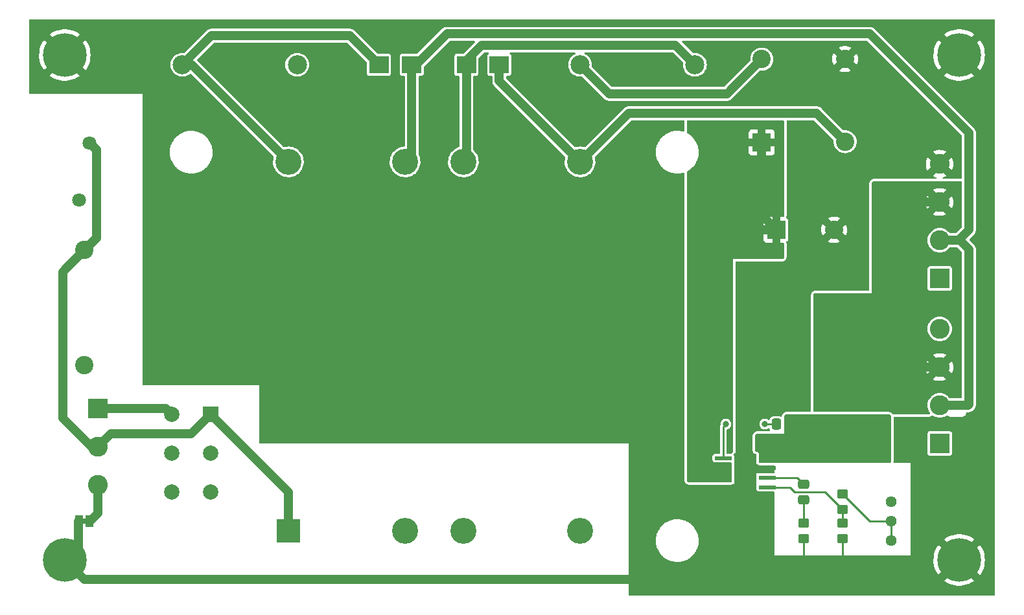
<source format=gtl>
G04 #@! TF.GenerationSoftware,KiCad,Pcbnew,(6.0.7)*
G04 #@! TF.CreationDate,2022-09-18T10:38:10-04:00*
G04 #@! TF.ProjectId,C64PowerSupply,43363450-6f77-4657-9253-7570706c792e,B*
G04 #@! TF.SameCoordinates,Original*
G04 #@! TF.FileFunction,Copper,L1,Top*
G04 #@! TF.FilePolarity,Positive*
%FSLAX46Y46*%
G04 Gerber Fmt 4.6, Leading zero omitted, Abs format (unit mm)*
G04 Created by KiCad (PCBNEW (6.0.7)) date 2022-09-18 10:38:10*
%MOMM*%
%LPD*%
G01*
G04 APERTURE LIST*
G04 Aperture macros list*
%AMRoundRect*
0 Rectangle with rounded corners*
0 $1 Rounding radius*
0 $2 $3 $4 $5 $6 $7 $8 $9 X,Y pos of 4 corners*
0 Add a 4 corners polygon primitive as box body*
4,1,4,$2,$3,$4,$5,$6,$7,$8,$9,$2,$3,0*
0 Add four circle primitives for the rounded corners*
1,1,$1+$1,$2,$3*
1,1,$1+$1,$4,$5*
1,1,$1+$1,$6,$7*
1,1,$1+$1,$8,$9*
0 Add four rect primitives between the rounded corners*
20,1,$1+$1,$2,$3,$4,$5,0*
20,1,$1+$1,$4,$5,$6,$7,0*
20,1,$1+$1,$6,$7,$8,$9,0*
20,1,$1+$1,$8,$9,$2,$3,0*%
G04 Aperture macros list end*
G04 #@! TA.AperFunction,ComponentPad*
%ADD10R,3.048000X3.048000*%
G04 #@! TD*
G04 #@! TA.AperFunction,ComponentPad*
%ADD11C,3.400000*%
G04 #@! TD*
G04 #@! TA.AperFunction,ComponentPad*
%ADD12R,2.600000X2.600000*%
G04 #@! TD*
G04 #@! TA.AperFunction,ComponentPad*
%ADD13C,2.600000*%
G04 #@! TD*
G04 #@! TA.AperFunction,ComponentPad*
%ADD14C,2.500000*%
G04 #@! TD*
G04 #@! TA.AperFunction,ComponentPad*
%ADD15R,2.400000X2.400000*%
G04 #@! TD*
G04 #@! TA.AperFunction,ComponentPad*
%ADD16C,2.400000*%
G04 #@! TD*
G04 #@! TA.AperFunction,SMDPad,CuDef*
%ADD17RoundRect,0.250000X0.412500X1.100000X-0.412500X1.100000X-0.412500X-1.100000X0.412500X-1.100000X0*%
G04 #@! TD*
G04 #@! TA.AperFunction,SMDPad,CuDef*
%ADD18R,3.500000X2.350000*%
G04 #@! TD*
G04 #@! TA.AperFunction,ComponentPad*
%ADD19C,5.700000*%
G04 #@! TD*
G04 #@! TA.AperFunction,SMDPad,CuDef*
%ADD20RoundRect,0.250000X-0.450000X0.350000X-0.450000X-0.350000X0.450000X-0.350000X0.450000X0.350000X0*%
G04 #@! TD*
G04 #@! TA.AperFunction,ComponentPad*
%ADD21C,1.440000*%
G04 #@! TD*
G04 #@! TA.AperFunction,SMDPad,CuDef*
%ADD22RoundRect,0.250000X0.412500X0.650000X-0.412500X0.650000X-0.412500X-0.650000X0.412500X-0.650000X0*%
G04 #@! TD*
G04 #@! TA.AperFunction,SMDPad,CuDef*
%ADD23R,2.500000X2.300000*%
G04 #@! TD*
G04 #@! TA.AperFunction,SMDPad,CuDef*
%ADD24RoundRect,0.250000X0.475000X-0.337500X0.475000X0.337500X-0.475000X0.337500X-0.475000X-0.337500X0*%
G04 #@! TD*
G04 #@! TA.AperFunction,SMDPad,CuDef*
%ADD25R,2.200000X0.500000*%
G04 #@! TD*
G04 #@! TA.AperFunction,ComponentPad*
%ADD26C,0.630000*%
G04 #@! TD*
G04 #@! TA.AperFunction,SMDPad,CuDef*
%ADD27R,2.950000X4.900000*%
G04 #@! TD*
G04 #@! TA.AperFunction,SMDPad,CuDef*
%ADD28RoundRect,0.250000X-0.337500X-0.475000X0.337500X-0.475000X0.337500X0.475000X-0.337500X0.475000X0*%
G04 #@! TD*
G04 #@! TA.AperFunction,ComponentPad*
%ADD29C,1.800000*%
G04 #@! TD*
G04 #@! TA.AperFunction,ComponentPad*
%ADD30R,2.000000X2.000000*%
G04 #@! TD*
G04 #@! TA.AperFunction,ComponentPad*
%ADD31C,2.000000*%
G04 #@! TD*
G04 #@! TA.AperFunction,SMDPad,CuDef*
%ADD32RoundRect,0.250000X0.337500X0.475000X-0.337500X0.475000X-0.337500X-0.475000X0.337500X-0.475000X0*%
G04 #@! TD*
G04 #@! TA.AperFunction,SMDPad,CuDef*
%ADD33R,1.000000X1.500000*%
G04 #@! TD*
G04 #@! TA.AperFunction,ViaPad*
%ADD34C,0.800000*%
G04 #@! TD*
G04 #@! TA.AperFunction,Conductor*
%ADD35C,1.200000*%
G04 #@! TD*
G04 #@! TA.AperFunction,Conductor*
%ADD36C,0.250000*%
G04 #@! TD*
G04 APERTURE END LIST*
G36*
X76450000Y-117140000D02*
G01*
X75950000Y-117140000D01*
X75950000Y-116540000D01*
X76450000Y-116540000D01*
X76450000Y-117140000D01*
G37*
D10*
X102870000Y-118110000D03*
D11*
X118110000Y-118110000D03*
X125730000Y-118110000D03*
X140970000Y-118110000D03*
X102870000Y-69850000D03*
X118110000Y-69850000D03*
X125730000Y-69850000D03*
X140970000Y-69850000D03*
D12*
X77970000Y-102108000D03*
D13*
X77970000Y-107108000D03*
X77970000Y-112108000D03*
D14*
X104020000Y-57150000D03*
X89020000Y-57150000D03*
D12*
X187960000Y-106680000D03*
D13*
X187960000Y-101680000D03*
X187960000Y-96680000D03*
X187960000Y-91680000D03*
D15*
X166667246Y-78740000D03*
D16*
X174167246Y-78740000D03*
D17*
X173012500Y-93980000D03*
X169887500Y-93980000D03*
D18*
X176530000Y-105870000D03*
X176530000Y-99845000D03*
D15*
X164705000Y-67310000D03*
D16*
X175605000Y-67210000D03*
X175605000Y-56410000D03*
X164705000Y-56410000D03*
D19*
X73660000Y-55880000D03*
X190500000Y-55880000D03*
X190500000Y-121920000D03*
X73660000Y-121920000D03*
D20*
X175260000Y-117110000D03*
X175260000Y-119110000D03*
X175260000Y-113300000D03*
X175260000Y-115300000D03*
D16*
X76200000Y-96400000D03*
X76200000Y-81400000D03*
D21*
X181610000Y-114290000D03*
X181610000Y-116830000D03*
X181610000Y-119370000D03*
D22*
X156502500Y-105410000D03*
X153377500Y-105410000D03*
D23*
X114690000Y-57150000D03*
X118990000Y-57150000D03*
D24*
X170180000Y-114067500D03*
X170180000Y-111992500D03*
D12*
X187960000Y-85090000D03*
D13*
X187960000Y-80090000D03*
X187960000Y-75090000D03*
X187960000Y-70090000D03*
D25*
X159685000Y-108585000D03*
X159685000Y-109855000D03*
X159685000Y-111125000D03*
X159685000Y-112395000D03*
X165435000Y-112395000D03*
X165435000Y-111125000D03*
X165435000Y-109855000D03*
X165435000Y-108585000D03*
D26*
X161910000Y-111790000D03*
X161910000Y-109190000D03*
X161910000Y-110490000D03*
D27*
X162560000Y-110490000D03*
D26*
X163210000Y-109190000D03*
X163210000Y-110490000D03*
X163210000Y-111790000D03*
D14*
X140970000Y-57150000D03*
X155970000Y-57150000D03*
D28*
X166602500Y-104140000D03*
X168677500Y-104140000D03*
D23*
X126120000Y-57150000D03*
X130420000Y-57150000D03*
D29*
X75500000Y-74870000D03*
X76900000Y-67370000D03*
D30*
X92710000Y-102870000D03*
D31*
X92710000Y-107950000D03*
X92710000Y-113030000D03*
X87630000Y-102870000D03*
X87630000Y-107950000D03*
X87630000Y-113030000D03*
D17*
X173012500Y-90170000D03*
X169887500Y-90170000D03*
D32*
X155745000Y-109220000D03*
X153670000Y-109220000D03*
D20*
X170180000Y-117110000D03*
X170180000Y-119110000D03*
D33*
X76850000Y-116840000D03*
X75550000Y-116840000D03*
D34*
X163830000Y-95250000D03*
X163830000Y-115570000D03*
X150495000Y-104140000D03*
X149225000Y-107950000D03*
X161290000Y-115570000D03*
X149225000Y-105410000D03*
X149225000Y-106680000D03*
X150495000Y-110490000D03*
X165100000Y-93980000D03*
X161290000Y-114300000D03*
X150495000Y-106680000D03*
X151765000Y-104140000D03*
X162560000Y-116840000D03*
X166370000Y-90170000D03*
X167640000Y-92710000D03*
X150495000Y-109220000D03*
X166370000Y-91440000D03*
X163830000Y-114300000D03*
X160020000Y-114300000D03*
X150495000Y-107950000D03*
X161290000Y-118110000D03*
X160020000Y-115570000D03*
X158750000Y-115570000D03*
X165100000Y-92710000D03*
X163830000Y-92710000D03*
X165100000Y-91440000D03*
X167640000Y-95250000D03*
X163830000Y-93980000D03*
X167640000Y-93980000D03*
X161290000Y-116840000D03*
X163830000Y-91440000D03*
X165100000Y-90170000D03*
X149225000Y-109220000D03*
X151765000Y-107950000D03*
X165100000Y-88900000D03*
X163830000Y-118110000D03*
X151765000Y-109220000D03*
X151765000Y-110490000D03*
X160020000Y-118110000D03*
X166370000Y-93980000D03*
X162560000Y-118110000D03*
X166370000Y-95250000D03*
X162560000Y-115570000D03*
X150495000Y-105410000D03*
X162560000Y-114300000D03*
X165100000Y-95250000D03*
X163830000Y-116840000D03*
X160020000Y-116840000D03*
X151765000Y-106680000D03*
X149225000Y-110490000D03*
X167640000Y-91440000D03*
X158750000Y-118110000D03*
X163830000Y-90170000D03*
X149225000Y-104140000D03*
X166362070Y-88896858D03*
X158750000Y-114300000D03*
X167640000Y-90170000D03*
X167640000Y-88900000D03*
X158750000Y-116840000D03*
X151765000Y-105410000D03*
X163830000Y-88900000D03*
X166370000Y-92710000D03*
X165100000Y-104140000D03*
X160020000Y-104140000D03*
D35*
X185580000Y-96680000D02*
X187960000Y-96680000D01*
X182880000Y-93980000D02*
X185580000Y-96680000D01*
X173012500Y-93980000D02*
X182880000Y-93980000D01*
X181450000Y-78265000D02*
X181450000Y-90170000D01*
X184625000Y-75090000D02*
X181450000Y-78265000D01*
X181450000Y-90170000D02*
X173012500Y-90170000D01*
X187960000Y-75090000D02*
X184625000Y-75090000D01*
X86868000Y-102108000D02*
X87630000Y-102870000D01*
X77970000Y-102108000D02*
X86868000Y-102108000D01*
X102870000Y-118110000D02*
X102870000Y-113030000D01*
X73400000Y-103338000D02*
X77170000Y-107108000D01*
X76200000Y-81400000D02*
X73400000Y-84200000D01*
X79668000Y-105410000D02*
X90170000Y-105410000D01*
X90170000Y-105410000D02*
X92710000Y-102870000D01*
X77800000Y-79800000D02*
X77800000Y-68270000D01*
X102870000Y-113030000D02*
X92710000Y-102870000D01*
X76200000Y-81400000D02*
X77800000Y-79800000D01*
X77970000Y-107108000D02*
X79668000Y-105410000D01*
X73400000Y-84200000D02*
X73400000Y-103338000D01*
X77170000Y-107108000D02*
X77970000Y-107108000D01*
X77800000Y-68270000D02*
X76900000Y-67370000D01*
X73660000Y-121920000D02*
X75450000Y-120130000D01*
X74930000Y-123190000D02*
X76200000Y-124460000D01*
D36*
X170180000Y-121920000D02*
X175260000Y-121920000D01*
X170180000Y-119110000D02*
X170180000Y-121920000D01*
D35*
X75450000Y-120130000D02*
X75450000Y-116840000D01*
X187960000Y-124460000D02*
X189230000Y-123190000D01*
D36*
X175260000Y-121920000D02*
X175260000Y-119110000D01*
D35*
X76200000Y-124460000D02*
X187960000Y-124460000D01*
X164705000Y-67310000D02*
X164705000Y-76777754D01*
D36*
X159685000Y-111125000D02*
X159685000Y-109855000D01*
D35*
X156210000Y-109452500D02*
X156210000Y-83820000D01*
X156612500Y-109855000D02*
X156210000Y-109452500D01*
X164705000Y-76777754D02*
X166667246Y-78740000D01*
X159685000Y-109855000D02*
X156612500Y-109855000D01*
X166667246Y-78740000D02*
X161290000Y-78740000D01*
X156210000Y-83820000D02*
X161290000Y-78740000D01*
X147320000Y-63500000D02*
X171895000Y-63500000D01*
X140970000Y-69850000D02*
X147320000Y-63500000D01*
X130420000Y-57150000D02*
X130420000Y-59300000D01*
X171895000Y-63500000D02*
X175605000Y-67210000D01*
X130420000Y-59300000D02*
X140970000Y-69850000D01*
D36*
X175260000Y-113300000D02*
X178790000Y-116830000D01*
X181610000Y-116830000D02*
X181610000Y-119370000D01*
X178790000Y-116830000D02*
X181610000Y-116830000D01*
X165435000Y-108585000D02*
X167005000Y-108585000D01*
X168677500Y-106912500D02*
X168677500Y-104140000D01*
X167005000Y-108585000D02*
X168677500Y-106912500D01*
X176070000Y-105870000D02*
X173355000Y-108585000D01*
X173355000Y-108585000D02*
X165435000Y-108585000D01*
D35*
X173012500Y-90170000D02*
X173012500Y-93980000D01*
X173012500Y-93980000D02*
X173012500Y-96327500D01*
X173012500Y-96327500D02*
X176530000Y-99845000D01*
D36*
X175260000Y-115300000D02*
X172990000Y-113030000D01*
X175260000Y-115300000D02*
X175260000Y-117110000D01*
X172990000Y-113030000D02*
X169035000Y-113030000D01*
X169035000Y-113030000D02*
X168400000Y-112395000D01*
X168400000Y-112395000D02*
X165435000Y-112395000D01*
D35*
X92830000Y-53340000D02*
X110880000Y-53340000D01*
X110880000Y-53340000D02*
X114690000Y-57150000D01*
X89020000Y-57150000D02*
X90230000Y-57150000D01*
X90230000Y-57150000D02*
X102870000Y-69790000D01*
X89020000Y-57150000D02*
X92830000Y-53340000D01*
X102870000Y-69790000D02*
X102870000Y-69850000D01*
X153430000Y-54610000D02*
X128110000Y-54610000D01*
X128110000Y-54610000D02*
X125570000Y-57150000D01*
X126120000Y-57150000D02*
X126120000Y-69460000D01*
X155970000Y-57150000D02*
X153430000Y-54610000D01*
D36*
X169312500Y-111125000D02*
X165435000Y-111125000D01*
X170180000Y-111992500D02*
X169312500Y-111125000D01*
X166602500Y-104140000D02*
X165100000Y-104140000D01*
X159685000Y-104475000D02*
X159685000Y-108585000D01*
X160020000Y-104140000D02*
X159685000Y-104475000D01*
X170180000Y-114067500D02*
X170180000Y-117110000D01*
D35*
X160155000Y-60960000D02*
X164705000Y-56410000D01*
X144780000Y-60960000D02*
X160155000Y-60960000D01*
X140970000Y-57150000D02*
X144780000Y-60960000D01*
X187960000Y-80090000D02*
X190420000Y-80090000D01*
X191690000Y-101680000D02*
X187960000Y-101680000D01*
X190580000Y-80090000D02*
X191770000Y-81280000D01*
X191770000Y-78740000D02*
X191770000Y-66040000D01*
X178840000Y-53110000D02*
X123580000Y-53110000D01*
X118990000Y-57150000D02*
X118990000Y-68970000D01*
X123580000Y-53110000D02*
X119540000Y-57150000D01*
X191770000Y-81280000D02*
X191770000Y-101600000D01*
X190420000Y-80090000D02*
X191770000Y-78740000D01*
X191770000Y-66040000D02*
X178840000Y-53110000D01*
X187960000Y-80090000D02*
X190580000Y-80090000D01*
X118990000Y-68970000D02*
X118110000Y-69850000D01*
X191770000Y-101600000D02*
X191690000Y-101680000D01*
X77970000Y-112108000D02*
X77970000Y-115820000D01*
X77970000Y-115820000D02*
X76950000Y-116840000D01*
G04 #@! TA.AperFunction,Conductor*
G36*
X195121621Y-51220502D02*
G01*
X195168114Y-51274158D01*
X195179500Y-51326500D01*
X195179500Y-126473500D01*
X195159498Y-126541621D01*
X195105842Y-126588114D01*
X195053500Y-126599500D01*
X147446000Y-126599500D01*
X147377879Y-126579498D01*
X147331386Y-126525842D01*
X147320000Y-126473500D01*
X147320000Y-124621758D01*
X188511069Y-124621758D01*
X188519207Y-124632765D01*
X188597342Y-124692720D01*
X188602972Y-124696575D01*
X188907929Y-124881992D01*
X188913931Y-124885210D01*
X189237139Y-125036611D01*
X189243444Y-125039159D01*
X189581117Y-125154771D01*
X189587668Y-125156624D01*
X189935838Y-125235087D01*
X189942557Y-125236224D01*
X190297174Y-125276628D01*
X190303964Y-125277031D01*
X190660865Y-125278899D01*
X190667666Y-125278567D01*
X191022686Y-125241880D01*
X191029414Y-125240814D01*
X191378402Y-125165997D01*
X191384950Y-125164218D01*
X191723820Y-125052147D01*
X191730162Y-125049661D01*
X192054921Y-124901660D01*
X192060975Y-124898495D01*
X192367851Y-124716285D01*
X192373503Y-124712503D01*
X192480041Y-124632512D01*
X192488494Y-124621187D01*
X192481749Y-124608856D01*
X190512812Y-122639919D01*
X190498868Y-122632305D01*
X190497035Y-122632436D01*
X190490420Y-122636687D01*
X188517950Y-124609157D01*
X188511069Y-124621758D01*
X147320000Y-124621758D01*
X147320000Y-119238369D01*
X150874168Y-119238369D01*
X150874197Y-119242062D01*
X150875052Y-119350826D01*
X150874785Y-119360068D01*
X150874438Y-119365362D01*
X150874646Y-119369141D01*
X150874646Y-119369148D01*
X150875124Y-119377835D01*
X150875310Y-119383767D01*
X150875510Y-119409174D01*
X150876738Y-119565528D01*
X150877197Y-119569184D01*
X150877197Y-119569190D01*
X150891718Y-119684951D01*
X150892507Y-119693703D01*
X150892717Y-119697524D01*
X150892719Y-119697544D01*
X150892927Y-119701318D01*
X150893588Y-119705048D01*
X150893589Y-119705056D01*
X150895262Y-119714498D01*
X150896215Y-119720800D01*
X150912478Y-119850447D01*
X150917459Y-119890153D01*
X150918339Y-119893724D01*
X150918340Y-119893727D01*
X150948236Y-120014982D01*
X150949966Y-120023156D01*
X150951643Y-120032620D01*
X150952748Y-120036245D01*
X150952752Y-120036262D01*
X150955578Y-120045534D01*
X150957389Y-120052106D01*
X150991629Y-120190981D01*
X150995778Y-120207810D01*
X150997072Y-120211261D01*
X150997072Y-120211262D01*
X151043898Y-120336172D01*
X151046440Y-120343660D01*
X151049734Y-120354468D01*
X151051264Y-120357928D01*
X151051270Y-120357945D01*
X151054996Y-120366371D01*
X151057737Y-120373087D01*
X151110622Y-120514160D01*
X151112309Y-120517436D01*
X151112311Y-120517440D01*
X151177484Y-120643981D01*
X151180708Y-120650725D01*
X151185782Y-120662201D01*
X151191906Y-120672495D01*
X151195627Y-120679208D01*
X151260424Y-120805019D01*
X151279317Y-120833081D01*
X151347246Y-120933980D01*
X151351001Y-120939908D01*
X151357814Y-120951360D01*
X151364224Y-120959668D01*
X151368982Y-120966266D01*
X151443138Y-121076414D01*
X151445532Y-121079202D01*
X151445541Y-121079214D01*
X151550913Y-121201936D01*
X151555076Y-121207049D01*
X151563338Y-121217758D01*
X151566005Y-121220467D01*
X151566012Y-121220475D01*
X151569413Y-121223930D01*
X151575219Y-121230243D01*
X151622234Y-121285000D01*
X151656268Y-121324638D01*
X151658979Y-121327135D01*
X151785805Y-121443962D01*
X151790226Y-121448239D01*
X151799378Y-121457536D01*
X151802350Y-121459904D01*
X151802354Y-121459908D01*
X151804471Y-121461595D01*
X151811313Y-121467459D01*
X151896903Y-121546301D01*
X151899899Y-121548474D01*
X151899903Y-121548477D01*
X152048841Y-121656490D01*
X152053388Y-121659947D01*
X152059543Y-121664851D01*
X152062515Y-121667219D01*
X152065987Y-121669359D01*
X152073821Y-121674604D01*
X152161756Y-121738376D01*
X152164967Y-121740174D01*
X152336519Y-121836247D01*
X152341072Y-121838924D01*
X152348937Y-121843772D01*
X152352375Y-121845357D01*
X152355728Y-121847155D01*
X152355721Y-121847167D01*
X152359015Y-121848846D01*
X152447210Y-121898237D01*
X152450607Y-121899648D01*
X152450610Y-121899649D01*
X152645136Y-121980424D01*
X152649554Y-121982359D01*
X152651041Y-121983044D01*
X152654495Y-121984636D01*
X152657838Y-121985712D01*
X152658952Y-121986161D01*
X152745957Y-122022288D01*
X152749365Y-122023703D01*
X152972826Y-122087147D01*
X152972873Y-122087162D01*
X152975374Y-122088651D01*
X152975579Y-122087929D01*
X153064095Y-122113060D01*
X153067725Y-122113645D01*
X153067731Y-122113646D01*
X153383710Y-122164540D01*
X153383713Y-122164540D01*
X153387101Y-122165086D01*
X153390525Y-122165259D01*
X153390530Y-122165260D01*
X153571349Y-122174420D01*
X153571366Y-122174420D01*
X153572937Y-122174500D01*
X153754002Y-122174500D01*
X153996610Y-122160299D01*
X154000236Y-122159656D01*
X154000239Y-122159656D01*
X154315137Y-122103847D01*
X154315138Y-122103847D01*
X154318759Y-122103205D01*
X154579566Y-122024711D01*
X154628519Y-122009978D01*
X154628522Y-122009977D01*
X154632047Y-122008916D01*
X154635427Y-122007450D01*
X154635432Y-122007448D01*
X154856263Y-121911657D01*
X187137260Y-121911657D01*
X187155318Y-122268127D01*
X187156028Y-122274883D01*
X187212478Y-122627305D01*
X187213917Y-122633960D01*
X187308094Y-122978215D01*
X187310243Y-122984676D01*
X187441053Y-123316756D01*
X187443884Y-123322939D01*
X187609789Y-123638943D01*
X187613283Y-123644804D01*
X187785968Y-123901785D01*
X187795952Y-123910084D01*
X187810044Y-123902849D01*
X189780081Y-121932812D01*
X189786459Y-121921132D01*
X191212305Y-121921132D01*
X191212436Y-121922965D01*
X191216687Y-121929580D01*
X193190124Y-123903017D01*
X193201729Y-123909354D01*
X193213935Y-123899825D01*
X193368503Y-123674929D01*
X193372050Y-123669118D01*
X193541250Y-123354879D01*
X193544157Y-123348701D01*
X193678435Y-123018016D01*
X193680649Y-123011586D01*
X193778427Y-122668331D01*
X193779934Y-122661701D01*
X193840073Y-122309873D01*
X193840853Y-122303133D01*
X193862740Y-121945275D01*
X193862856Y-121941673D01*
X193862926Y-121921820D01*
X193862834Y-121918193D01*
X193843446Y-121560208D01*
X193842711Y-121553442D01*
X193785034Y-121201233D01*
X193783567Y-121194561D01*
X193688194Y-120850655D01*
X193686020Y-120844192D01*
X193554053Y-120512575D01*
X193551197Y-120506395D01*
X193384194Y-120190981D01*
X193380682Y-120185137D01*
X193213724Y-119938539D01*
X193203651Y-119930225D01*
X193189677Y-119937430D01*
X191219919Y-121907188D01*
X191212305Y-121921132D01*
X189786459Y-121921132D01*
X189787695Y-121918868D01*
X189787564Y-121917035D01*
X189783313Y-121910420D01*
X187809575Y-119936682D01*
X187798039Y-119930382D01*
X187785756Y-119940006D01*
X187625394Y-120175086D01*
X187621859Y-120180923D01*
X187453754Y-120495757D01*
X187450878Y-120501926D01*
X187317754Y-120833081D01*
X187315561Y-120839521D01*
X187218979Y-121183121D01*
X187217496Y-121189756D01*
X187158589Y-121541773D01*
X187157830Y-121548545D01*
X187137284Y-121904862D01*
X187137260Y-121911657D01*
X154856263Y-121911657D01*
X154928801Y-121880192D01*
X154928804Y-121880191D01*
X154932194Y-121878720D01*
X155215102Y-121714394D01*
X155218041Y-121712191D01*
X155218046Y-121712188D01*
X155473956Y-121520394D01*
X155476905Y-121518184D01*
X155714029Y-121292768D01*
X155721880Y-121283329D01*
X155818631Y-121166998D01*
X155923233Y-121041227D01*
X155989145Y-120939926D01*
X156099658Y-120770075D01*
X156101662Y-120766995D01*
X156246877Y-120473819D01*
X156278976Y-120383923D01*
X156279526Y-120384119D01*
X156279816Y-120382075D01*
X156279917Y-120381853D01*
X156281059Y-120378242D01*
X156281201Y-120377871D01*
X156282265Y-120374712D01*
X156355652Y-120169185D01*
X156355653Y-120169180D01*
X156356895Y-120165703D01*
X156378748Y-120070671D01*
X156379330Y-120068250D01*
X156380227Y-120064677D01*
X156381374Y-120061050D01*
X156382768Y-120053636D01*
X156383799Y-120048703D01*
X156429388Y-119850447D01*
X156430214Y-119846855D01*
X156441627Y-119742650D01*
X156442623Y-119735944D01*
X156442854Y-119734117D01*
X156443556Y-119730382D01*
X156444251Y-119719786D01*
X156444730Y-119714319D01*
X156465430Y-119525302D01*
X156465430Y-119525301D01*
X156465832Y-119521631D01*
X156464948Y-119409165D01*
X156465215Y-119399932D01*
X156465314Y-119398424D01*
X156465314Y-119398420D01*
X156465562Y-119394638D01*
X156464964Y-119383767D01*
X156464876Y-119382165D01*
X156464690Y-119376233D01*
X156463291Y-119198159D01*
X156463291Y-119198158D01*
X156463262Y-119194472D01*
X156462803Y-119190810D01*
X156448282Y-119075049D01*
X156447493Y-119066297D01*
X156447283Y-119062476D01*
X156447281Y-119062456D01*
X156447073Y-119058682D01*
X156446411Y-119054944D01*
X156444738Y-119045502D01*
X156443785Y-119039200D01*
X156423000Y-118873504D01*
X156422999Y-118873500D01*
X156422541Y-118869847D01*
X156404001Y-118794648D01*
X156391764Y-118745018D01*
X156390034Y-118736843D01*
X156389019Y-118731115D01*
X156389019Y-118731114D01*
X156388357Y-118727380D01*
X156387252Y-118723755D01*
X156387248Y-118723738D01*
X156384422Y-118714466D01*
X156382611Y-118707894D01*
X156345104Y-118555766D01*
X156345102Y-118555761D01*
X156344222Y-118552190D01*
X156296102Y-118423828D01*
X156293558Y-118416334D01*
X156291372Y-118409161D01*
X156290266Y-118405532D01*
X156288736Y-118402072D01*
X156288730Y-118402055D01*
X156285004Y-118393629D01*
X156282261Y-118386908D01*
X156280833Y-118383097D01*
X156229378Y-118245840D01*
X156162515Y-118116017D01*
X156159292Y-118109275D01*
X156155754Y-118101273D01*
X156155753Y-118101271D01*
X156154218Y-118097799D01*
X156148094Y-118087505D01*
X156144371Y-118080789D01*
X156100857Y-117996301D01*
X156079576Y-117954981D01*
X155992746Y-117826008D01*
X155988999Y-117820092D01*
X155982186Y-117808640D01*
X155975772Y-117800327D01*
X155971018Y-117793734D01*
X155898918Y-117686640D01*
X155896862Y-117683586D01*
X155894468Y-117680798D01*
X155894459Y-117680786D01*
X155789087Y-117558064D01*
X155784920Y-117552946D01*
X155778985Y-117545253D01*
X155776662Y-117542242D01*
X155773995Y-117539533D01*
X155773988Y-117539525D01*
X155770587Y-117536070D01*
X155764781Y-117529757D01*
X155686131Y-117438156D01*
X155683732Y-117435362D01*
X155554189Y-117316033D01*
X155549769Y-117311756D01*
X155543291Y-117305175D01*
X155543289Y-117305173D01*
X155540622Y-117302464D01*
X155537650Y-117300096D01*
X155537646Y-117300092D01*
X155535529Y-117298405D01*
X155528685Y-117292539D01*
X155476380Y-117244358D01*
X155443097Y-117213699D01*
X155440097Y-117211523D01*
X155291159Y-117103510D01*
X155286612Y-117100053D01*
X155280457Y-117095149D01*
X155280455Y-117095147D01*
X155277485Y-117092781D01*
X155274013Y-117090641D01*
X155266179Y-117085396D01*
X155178244Y-117021624D01*
X155003476Y-116923750D01*
X154998928Y-116921076D01*
X154994288Y-116918216D01*
X154991063Y-116916228D01*
X154987625Y-116914643D01*
X154984272Y-116912845D01*
X154984279Y-116912833D01*
X154980985Y-116911154D01*
X154896002Y-116863562D01*
X154892790Y-116861763D01*
X154889390Y-116860351D01*
X154694864Y-116779576D01*
X154690446Y-116777641D01*
X154688959Y-116776956D01*
X154688956Y-116776955D01*
X154685505Y-116775364D01*
X154682162Y-116774288D01*
X154681048Y-116773839D01*
X154594043Y-116737712D01*
X154594041Y-116737711D01*
X154590635Y-116736297D01*
X154367174Y-116672853D01*
X154367127Y-116672838D01*
X154364626Y-116671349D01*
X154364421Y-116672071D01*
X154275905Y-116646940D01*
X154272275Y-116646355D01*
X154272269Y-116646354D01*
X153956290Y-116595460D01*
X153956287Y-116595460D01*
X153952899Y-116594914D01*
X153949475Y-116594741D01*
X153949470Y-116594740D01*
X153768651Y-116585580D01*
X153768634Y-116585580D01*
X153767063Y-116585500D01*
X153585998Y-116585500D01*
X153343390Y-116599701D01*
X153339764Y-116600344D01*
X153339761Y-116600344D01*
X153024863Y-116656153D01*
X153021241Y-116656795D01*
X152811565Y-116719900D01*
X152711481Y-116750022D01*
X152711478Y-116750023D01*
X152707953Y-116751084D01*
X152704573Y-116752550D01*
X152704568Y-116752552D01*
X152452799Y-116861763D01*
X152407806Y-116881280D01*
X152124898Y-117045606D01*
X152121959Y-117047809D01*
X152121954Y-117047812D01*
X151934997Y-117187929D01*
X151863095Y-117241816D01*
X151625971Y-117467232D01*
X151623615Y-117470065D01*
X151623612Y-117470068D01*
X151552506Y-117555564D01*
X151416767Y-117718773D01*
X151414760Y-117721858D01*
X151414759Y-117721859D01*
X151348883Y-117823105D01*
X151238338Y-117993005D01*
X151093123Y-118286181D01*
X151061024Y-118376077D01*
X151060474Y-118375881D01*
X151060184Y-118377925D01*
X151060083Y-118378147D01*
X151058941Y-118381758D01*
X151058799Y-118382129D01*
X151057735Y-118385288D01*
X150984348Y-118590815D01*
X150983105Y-118594297D01*
X150962927Y-118682045D01*
X150961260Y-118689296D01*
X150960670Y-118691750D01*
X150959773Y-118695323D01*
X150958626Y-118698950D01*
X150957236Y-118706345D01*
X150956201Y-118711297D01*
X150936614Y-118796475D01*
X150909786Y-118913145D01*
X150909385Y-118916805D01*
X150909385Y-118916806D01*
X150898374Y-119017345D01*
X150897377Y-119024056D01*
X150897146Y-119025883D01*
X150896444Y-119029618D01*
X150896196Y-119033404D01*
X150895749Y-119040214D01*
X150895270Y-119045681D01*
X150876350Y-119218448D01*
X150874168Y-119238369D01*
X147320000Y-119238369D01*
X147320000Y-112550407D01*
X161600690Y-112550407D01*
X161603473Y-112554125D01*
X161703038Y-112591152D01*
X161716621Y-112594539D01*
X161885673Y-112617094D01*
X161899671Y-112617388D01*
X162069513Y-112601931D01*
X162083238Y-112599114D01*
X162209715Y-112558019D01*
X162220847Y-112550407D01*
X162900690Y-112550407D01*
X162903473Y-112554125D01*
X163003038Y-112591152D01*
X163016621Y-112594539D01*
X163185673Y-112617094D01*
X163199671Y-112617388D01*
X163369513Y-112601931D01*
X163383238Y-112599114D01*
X163509715Y-112558019D01*
X163521356Y-112550059D01*
X163520778Y-112546719D01*
X163519610Y-112545087D01*
X163222812Y-112248289D01*
X163208868Y-112240675D01*
X163207035Y-112240806D01*
X163200420Y-112245057D01*
X162907450Y-112538027D01*
X162900690Y-112550407D01*
X162220847Y-112550407D01*
X162221356Y-112550059D01*
X162220778Y-112546719D01*
X162219610Y-112545087D01*
X161922812Y-112248289D01*
X161908868Y-112240675D01*
X161907035Y-112240806D01*
X161900420Y-112245057D01*
X161607450Y-112538027D01*
X161600690Y-112550407D01*
X147320000Y-112550407D01*
X147320000Y-106680000D01*
X99186000Y-106680000D01*
X99117879Y-106659998D01*
X99071386Y-106606342D01*
X99060000Y-106554000D01*
X99060000Y-99060000D01*
X83946000Y-99060000D01*
X83877879Y-99039998D01*
X83831386Y-98986342D01*
X83820000Y-98934000D01*
X83820000Y-68438369D01*
X87374168Y-68438369D01*
X87375026Y-68547460D01*
X87375052Y-68550826D01*
X87374785Y-68560068D01*
X87374438Y-68565362D01*
X87374646Y-68569141D01*
X87374646Y-68569148D01*
X87375124Y-68577835D01*
X87375310Y-68583767D01*
X87376334Y-68714093D01*
X87376738Y-68765528D01*
X87377197Y-68769184D01*
X87377197Y-68769190D01*
X87391718Y-68884951D01*
X87392507Y-68893703D01*
X87392717Y-68897524D01*
X87392719Y-68897544D01*
X87392927Y-68901318D01*
X87393588Y-68905048D01*
X87393589Y-68905056D01*
X87395262Y-68914498D01*
X87396215Y-68920800D01*
X87412478Y-69050447D01*
X87417459Y-69090153D01*
X87418339Y-69093724D01*
X87418340Y-69093727D01*
X87448236Y-69214982D01*
X87449966Y-69223156D01*
X87451643Y-69232620D01*
X87452748Y-69236245D01*
X87452752Y-69236262D01*
X87455578Y-69245534D01*
X87457389Y-69252106D01*
X87487273Y-69373313D01*
X87495778Y-69407810D01*
X87497072Y-69411261D01*
X87497072Y-69411262D01*
X87543898Y-69536172D01*
X87546440Y-69543660D01*
X87549734Y-69554468D01*
X87551264Y-69557928D01*
X87551270Y-69557945D01*
X87554996Y-69566371D01*
X87557737Y-69573087D01*
X87610622Y-69714160D01*
X87612309Y-69717436D01*
X87612311Y-69717440D01*
X87677484Y-69843981D01*
X87680708Y-69850725D01*
X87685782Y-69862201D01*
X87691906Y-69872495D01*
X87695627Y-69879208D01*
X87760424Y-70005019D01*
X87824087Y-70099580D01*
X87847246Y-70133980D01*
X87851001Y-70139908D01*
X87857814Y-70151360D01*
X87864224Y-70159668D01*
X87868982Y-70166266D01*
X87943138Y-70276414D01*
X87945532Y-70279202D01*
X87945541Y-70279214D01*
X88050913Y-70401936D01*
X88055076Y-70407049D01*
X88063338Y-70417758D01*
X88066005Y-70420467D01*
X88066012Y-70420475D01*
X88069413Y-70423930D01*
X88075219Y-70430243D01*
X88126469Y-70489932D01*
X88156268Y-70524638D01*
X88285805Y-70643962D01*
X88290226Y-70648239D01*
X88299378Y-70657536D01*
X88302350Y-70659904D01*
X88302354Y-70659908D01*
X88304471Y-70661595D01*
X88311313Y-70667459D01*
X88396903Y-70746301D01*
X88399899Y-70748474D01*
X88399903Y-70748477D01*
X88548841Y-70856490D01*
X88553388Y-70859947D01*
X88559543Y-70864851D01*
X88562515Y-70867219D01*
X88565987Y-70869359D01*
X88573821Y-70874604D01*
X88661756Y-70938376D01*
X88829421Y-71032272D01*
X88836519Y-71036247D01*
X88841072Y-71038924D01*
X88848937Y-71043772D01*
X88852375Y-71045357D01*
X88855728Y-71047155D01*
X88855721Y-71047167D01*
X88859015Y-71048846D01*
X88947210Y-71098237D01*
X88950607Y-71099648D01*
X88950610Y-71099649D01*
X89145136Y-71180424D01*
X89149554Y-71182359D01*
X89151041Y-71183044D01*
X89154495Y-71184636D01*
X89157838Y-71185712D01*
X89158952Y-71186161D01*
X89245957Y-71222288D01*
X89249365Y-71223703D01*
X89472826Y-71287147D01*
X89472873Y-71287162D01*
X89475374Y-71288651D01*
X89475579Y-71287929D01*
X89564095Y-71313060D01*
X89567725Y-71313645D01*
X89567731Y-71313646D01*
X89883710Y-71364540D01*
X89883713Y-71364540D01*
X89887101Y-71365086D01*
X89890525Y-71365259D01*
X89890530Y-71365260D01*
X90071349Y-71374420D01*
X90071366Y-71374420D01*
X90072937Y-71374500D01*
X90254002Y-71374500D01*
X90496610Y-71360299D01*
X90500236Y-71359656D01*
X90500239Y-71359656D01*
X90815137Y-71303847D01*
X90815138Y-71303847D01*
X90818759Y-71303205D01*
X91079566Y-71224711D01*
X91128519Y-71209978D01*
X91128522Y-71209977D01*
X91132047Y-71208916D01*
X91135427Y-71207450D01*
X91135432Y-71207448D01*
X91428801Y-71080192D01*
X91428804Y-71080191D01*
X91432194Y-71078720D01*
X91715102Y-70914394D01*
X91718041Y-70912191D01*
X91718046Y-70912188D01*
X91973956Y-70720394D01*
X91976905Y-70718184D01*
X92087252Y-70613285D01*
X92211353Y-70495312D01*
X92211354Y-70495311D01*
X92214029Y-70492768D01*
X92266031Y-70430243D01*
X92369122Y-70306288D01*
X92423233Y-70241227D01*
X92489145Y-70139926D01*
X92599658Y-69970075D01*
X92601662Y-69966995D01*
X92746877Y-69673819D01*
X92778976Y-69583923D01*
X92779526Y-69584119D01*
X92779816Y-69582075D01*
X92779917Y-69581853D01*
X92781059Y-69578242D01*
X92781201Y-69577871D01*
X92782265Y-69574712D01*
X92855652Y-69369185D01*
X92855653Y-69369180D01*
X92856895Y-69365703D01*
X92878748Y-69270671D01*
X92879330Y-69268250D01*
X92880227Y-69264677D01*
X92881374Y-69261050D01*
X92882768Y-69253636D01*
X92883799Y-69248703D01*
X92929388Y-69050447D01*
X92930214Y-69046855D01*
X92941627Y-68942650D01*
X92942623Y-68935944D01*
X92942854Y-68934117D01*
X92943556Y-68930382D01*
X92944251Y-68919786D01*
X92944730Y-68914319D01*
X92965430Y-68725302D01*
X92965430Y-68725301D01*
X92965832Y-68721631D01*
X92964948Y-68609165D01*
X92965215Y-68599932D01*
X92965314Y-68598424D01*
X92965314Y-68598420D01*
X92965562Y-68594638D01*
X92964964Y-68583767D01*
X92964876Y-68582165D01*
X92964690Y-68576233D01*
X92963291Y-68398159D01*
X92963291Y-68398158D01*
X92963262Y-68394472D01*
X92948281Y-68275045D01*
X92947491Y-68266280D01*
X92947281Y-68262465D01*
X92947073Y-68258682D01*
X92946411Y-68254944D01*
X92944738Y-68245502D01*
X92943785Y-68239200D01*
X92923000Y-68073504D01*
X92922999Y-68073500D01*
X92922541Y-68069847D01*
X92891764Y-67945017D01*
X92890034Y-67936843D01*
X92889019Y-67931115D01*
X92889019Y-67931114D01*
X92888357Y-67927380D01*
X92887252Y-67923755D01*
X92887248Y-67923738D01*
X92884422Y-67914466D01*
X92882611Y-67907894D01*
X92845104Y-67755766D01*
X92845102Y-67755761D01*
X92844222Y-67752190D01*
X92835245Y-67728242D01*
X92796102Y-67623828D01*
X92793558Y-67616334D01*
X92791372Y-67609161D01*
X92790266Y-67605532D01*
X92788736Y-67602072D01*
X92788730Y-67602055D01*
X92785004Y-67593629D01*
X92782261Y-67586908D01*
X92780833Y-67583097D01*
X92729378Y-67445840D01*
X92662515Y-67316017D01*
X92659292Y-67309275D01*
X92655754Y-67301273D01*
X92655753Y-67301271D01*
X92654218Y-67297799D01*
X92648094Y-67287505D01*
X92644371Y-67280789D01*
X92609645Y-67213364D01*
X92579576Y-67154981D01*
X92492746Y-67026008D01*
X92488999Y-67020092D01*
X92482186Y-67008640D01*
X92475772Y-67000327D01*
X92471018Y-66993734D01*
X92398918Y-66886640D01*
X92396862Y-66883586D01*
X92394468Y-66880798D01*
X92394459Y-66880786D01*
X92289087Y-66758064D01*
X92284920Y-66752946D01*
X92278985Y-66745253D01*
X92276662Y-66742242D01*
X92273995Y-66739533D01*
X92273988Y-66739525D01*
X92270587Y-66736070D01*
X92264781Y-66729757D01*
X92186131Y-66638156D01*
X92183732Y-66635362D01*
X92054189Y-66516033D01*
X92049769Y-66511756D01*
X92043291Y-66505175D01*
X92043289Y-66505173D01*
X92040622Y-66502464D01*
X92037650Y-66500096D01*
X92037646Y-66500092D01*
X92035529Y-66498405D01*
X92028685Y-66492539D01*
X91976380Y-66444358D01*
X91943097Y-66413699D01*
X91940097Y-66411523D01*
X91791159Y-66303510D01*
X91786612Y-66300053D01*
X91780457Y-66295149D01*
X91780455Y-66295147D01*
X91777485Y-66292781D01*
X91774013Y-66290641D01*
X91766179Y-66285396D01*
X91678244Y-66221624D01*
X91503476Y-66123750D01*
X91498928Y-66121076D01*
X91494288Y-66118216D01*
X91491063Y-66116228D01*
X91487625Y-66114643D01*
X91484272Y-66112845D01*
X91484279Y-66112833D01*
X91480985Y-66111154D01*
X91396002Y-66063562D01*
X91392790Y-66061763D01*
X91291557Y-66019727D01*
X91194864Y-65979576D01*
X91190446Y-65977641D01*
X91188959Y-65976956D01*
X91188956Y-65976955D01*
X91185505Y-65975364D01*
X91182162Y-65974288D01*
X91181048Y-65973839D01*
X91094043Y-65937712D01*
X91094041Y-65937711D01*
X91090635Y-65936297D01*
X90867174Y-65872853D01*
X90867127Y-65872838D01*
X90864626Y-65871349D01*
X90864421Y-65872071D01*
X90775905Y-65846940D01*
X90772275Y-65846355D01*
X90772269Y-65846354D01*
X90456290Y-65795460D01*
X90456287Y-65795460D01*
X90452899Y-65794914D01*
X90449475Y-65794741D01*
X90449470Y-65794740D01*
X90268651Y-65785580D01*
X90268634Y-65785580D01*
X90267063Y-65785500D01*
X90085998Y-65785500D01*
X89843390Y-65799701D01*
X89839764Y-65800344D01*
X89839761Y-65800344D01*
X89524863Y-65856153D01*
X89521241Y-65856795D01*
X89388944Y-65896612D01*
X89211481Y-65950022D01*
X89211478Y-65950023D01*
X89207953Y-65951084D01*
X89204573Y-65952550D01*
X89204568Y-65952552D01*
X88952799Y-66061763D01*
X88907806Y-66081280D01*
X88624898Y-66245606D01*
X88621959Y-66247809D01*
X88621954Y-66247812D01*
X88450788Y-66376094D01*
X88363095Y-66441816D01*
X88125971Y-66667232D01*
X88123615Y-66670065D01*
X88123612Y-66670068D01*
X88052506Y-66755564D01*
X87916767Y-66918773D01*
X87914760Y-66921858D01*
X87914759Y-66921859D01*
X87848883Y-67023105D01*
X87738338Y-67193005D01*
X87593123Y-67486181D01*
X87561024Y-67576077D01*
X87560474Y-67575881D01*
X87560184Y-67577925D01*
X87560083Y-67578147D01*
X87558941Y-67581758D01*
X87558799Y-67582129D01*
X87557735Y-67585288D01*
X87484348Y-67790815D01*
X87483105Y-67794297D01*
X87461360Y-67888861D01*
X87461260Y-67889296D01*
X87460670Y-67891750D01*
X87459773Y-67895323D01*
X87458626Y-67898950D01*
X87457236Y-67906345D01*
X87456201Y-67911297D01*
X87450931Y-67934216D01*
X87409786Y-68113145D01*
X87402859Y-68176398D01*
X87398374Y-68217345D01*
X87397377Y-68224056D01*
X87397146Y-68225883D01*
X87396444Y-68229618D01*
X87396196Y-68233404D01*
X87395749Y-68240214D01*
X87395270Y-68245681D01*
X87377164Y-68411016D01*
X87374168Y-68438369D01*
X83820000Y-68438369D01*
X83820000Y-60960000D01*
X69106500Y-60960000D01*
X69038379Y-60939998D01*
X68991886Y-60886342D01*
X68980500Y-60834000D01*
X68980500Y-58581758D01*
X71671069Y-58581758D01*
X71679207Y-58592765D01*
X71757342Y-58652720D01*
X71762972Y-58656575D01*
X72067929Y-58841992D01*
X72073931Y-58845210D01*
X72397139Y-58996611D01*
X72403444Y-58999159D01*
X72741117Y-59114771D01*
X72747668Y-59116624D01*
X73095838Y-59195087D01*
X73102557Y-59196224D01*
X73457174Y-59236628D01*
X73463964Y-59237031D01*
X73820865Y-59238899D01*
X73827666Y-59238567D01*
X74182686Y-59201880D01*
X74189414Y-59200814D01*
X74538402Y-59125997D01*
X74544950Y-59124218D01*
X74883820Y-59012147D01*
X74890162Y-59009661D01*
X75214921Y-58861660D01*
X75220975Y-58858495D01*
X75527851Y-58676285D01*
X75533503Y-58672503D01*
X75640041Y-58592512D01*
X75648494Y-58581187D01*
X75641749Y-58568856D01*
X73672812Y-56599919D01*
X73658868Y-56592305D01*
X73657035Y-56592436D01*
X73650420Y-56596687D01*
X71677950Y-58569157D01*
X71671069Y-58581758D01*
X68980500Y-58581758D01*
X68980500Y-55871657D01*
X70297260Y-55871657D01*
X70315318Y-56228127D01*
X70316028Y-56234883D01*
X70372478Y-56587305D01*
X70373917Y-56593960D01*
X70468094Y-56938215D01*
X70470243Y-56944676D01*
X70601053Y-57276756D01*
X70603884Y-57282939D01*
X70769789Y-57598943D01*
X70773283Y-57604804D01*
X70945968Y-57861785D01*
X70955952Y-57870084D01*
X70970044Y-57862849D01*
X72940081Y-55892812D01*
X72946459Y-55881132D01*
X74372305Y-55881132D01*
X74372436Y-55882965D01*
X74376687Y-55889580D01*
X76350124Y-57863017D01*
X76361729Y-57869354D01*
X76373935Y-57859825D01*
X76528503Y-57634929D01*
X76532050Y-57629118D01*
X76701250Y-57314879D01*
X76704157Y-57308701D01*
X76768599Y-57150000D01*
X87464706Y-57150000D01*
X87483854Y-57393302D01*
X87540828Y-57630612D01*
X87542718Y-57635175D01*
X87542720Y-57635181D01*
X87632328Y-57851515D01*
X87634223Y-57856089D01*
X87636809Y-57860309D01*
X87638366Y-57862849D01*
X87761741Y-58064179D01*
X87920241Y-58249759D01*
X88105821Y-58408259D01*
X88313911Y-58535777D01*
X88318481Y-58537670D01*
X88318485Y-58537672D01*
X88534819Y-58627280D01*
X88534825Y-58627282D01*
X88539388Y-58629172D01*
X88544188Y-58630324D01*
X88544193Y-58630326D01*
X88637471Y-58652720D01*
X88776698Y-58686146D01*
X89020000Y-58705294D01*
X89263302Y-58686146D01*
X89402529Y-58652720D01*
X89495807Y-58630326D01*
X89495812Y-58630324D01*
X89500612Y-58629172D01*
X89505175Y-58627282D01*
X89505181Y-58627280D01*
X89721515Y-58537672D01*
X89721519Y-58537670D01*
X89726089Y-58535777D01*
X89934179Y-58408259D01*
X89967867Y-58379487D01*
X89996946Y-58354652D01*
X90061736Y-58325621D01*
X90131936Y-58336228D01*
X90167870Y-58361369D01*
X100926955Y-69120454D01*
X100960981Y-69182766D01*
X100960144Y-69239924D01*
X100895329Y-69500853D01*
X100894255Y-69505177D01*
X100893801Y-69509605D01*
X100893801Y-69509607D01*
X100887423Y-69571859D01*
X100865380Y-69787002D01*
X100868462Y-69865458D01*
X100874066Y-70008071D01*
X100876502Y-70070084D01*
X100927400Y-70348775D01*
X101017058Y-70617514D01*
X101019050Y-70621501D01*
X101019051Y-70621503D01*
X101138195Y-70859947D01*
X101143687Y-70870939D01*
X101304761Y-71103993D01*
X101307783Y-71107262D01*
X101489504Y-71303847D01*
X101497065Y-71312027D01*
X101500519Y-71314839D01*
X101713307Y-71488075D01*
X101713311Y-71488078D01*
X101716764Y-71490889D01*
X101959472Y-71637012D01*
X101963567Y-71638746D01*
X101963569Y-71638747D01*
X102216247Y-71745742D01*
X102216254Y-71745744D01*
X102220348Y-71747478D01*
X102245836Y-71754236D01*
X102489889Y-71818946D01*
X102489893Y-71818947D01*
X102494186Y-71820085D01*
X102498595Y-71820607D01*
X102498601Y-71820608D01*
X102634157Y-71836652D01*
X102775523Y-71853384D01*
X103058745Y-71846709D01*
X103063143Y-71845977D01*
X103333810Y-71800926D01*
X103333814Y-71800925D01*
X103338200Y-71800195D01*
X103342441Y-71798854D01*
X103342444Y-71798853D01*
X103604068Y-71716112D01*
X103604070Y-71716111D01*
X103608314Y-71714769D01*
X103612325Y-71712843D01*
X103612330Y-71712841D01*
X103859678Y-71594066D01*
X103859679Y-71594065D01*
X103863697Y-71592136D01*
X104011781Y-71493190D01*
X104095545Y-71437221D01*
X104095549Y-71437218D01*
X104099253Y-71434743D01*
X104310281Y-71245730D01*
X104492573Y-71028868D01*
X104642489Y-70788485D01*
X104757040Y-70529376D01*
X104833939Y-70256712D01*
X104847686Y-70154361D01*
X104871225Y-69979115D01*
X104871226Y-69979107D01*
X104871652Y-69975933D01*
X104874692Y-69879211D01*
X104875509Y-69853222D01*
X104875509Y-69853217D01*
X104875610Y-69850000D01*
X104871149Y-69787002D01*
X116105380Y-69787002D01*
X116108462Y-69865458D01*
X116114066Y-70008071D01*
X116116502Y-70070084D01*
X116167400Y-70348775D01*
X116257058Y-70617514D01*
X116259050Y-70621501D01*
X116259051Y-70621503D01*
X116378195Y-70859947D01*
X116383687Y-70870939D01*
X116544761Y-71103993D01*
X116547783Y-71107262D01*
X116729504Y-71303847D01*
X116737065Y-71312027D01*
X116740519Y-71314839D01*
X116953307Y-71488075D01*
X116953311Y-71488078D01*
X116956764Y-71490889D01*
X117199472Y-71637012D01*
X117203567Y-71638746D01*
X117203569Y-71638747D01*
X117456247Y-71745742D01*
X117456254Y-71745744D01*
X117460348Y-71747478D01*
X117485836Y-71754236D01*
X117729889Y-71818946D01*
X117729893Y-71818947D01*
X117734186Y-71820085D01*
X117738595Y-71820607D01*
X117738601Y-71820608D01*
X117874157Y-71836652D01*
X118015523Y-71853384D01*
X118298745Y-71846709D01*
X118303143Y-71845977D01*
X118573810Y-71800926D01*
X118573814Y-71800925D01*
X118578200Y-71800195D01*
X118582441Y-71798854D01*
X118582444Y-71798853D01*
X118844068Y-71716112D01*
X118844070Y-71716111D01*
X118848314Y-71714769D01*
X118852325Y-71712843D01*
X118852330Y-71712841D01*
X119099678Y-71594066D01*
X119099679Y-71594065D01*
X119103697Y-71592136D01*
X119251781Y-71493190D01*
X119335545Y-71437221D01*
X119335549Y-71437218D01*
X119339253Y-71434743D01*
X119550281Y-71245730D01*
X119732573Y-71028868D01*
X119882489Y-70788485D01*
X119997040Y-70529376D01*
X120073939Y-70256712D01*
X120087686Y-70154361D01*
X120111225Y-69979115D01*
X120111226Y-69979107D01*
X120111652Y-69975933D01*
X120114692Y-69879211D01*
X120115509Y-69853222D01*
X120115509Y-69853217D01*
X120115610Y-69850000D01*
X120095601Y-69567407D01*
X120092816Y-69554468D01*
X120036911Y-69294800D01*
X120036911Y-69294798D01*
X120035975Y-69290453D01*
X119937920Y-69024663D01*
X119908132Y-68969456D01*
X119894955Y-68922495D01*
X119894219Y-68922612D01*
X119893223Y-68916321D01*
X119893222Y-68916318D01*
X119892051Y-68908923D01*
X119890500Y-68889213D01*
X119890500Y-58726500D01*
X119910502Y-58658379D01*
X119964158Y-58611886D01*
X120016500Y-58600500D01*
X120284646Y-58600500D01*
X120288350Y-58600059D01*
X120288353Y-58600059D01*
X120295746Y-58599179D01*
X120310846Y-58597382D01*
X120321241Y-58592765D01*
X120402518Y-58556663D01*
X120413153Y-58551939D01*
X120431869Y-58533191D01*
X120484023Y-58480945D01*
X120492241Y-58472713D01*
X120537506Y-58370327D01*
X120540500Y-58344646D01*
X120540500Y-57475189D01*
X120560502Y-57407068D01*
X120577405Y-57386094D01*
X123916095Y-54047405D01*
X123978407Y-54013379D01*
X124005190Y-54010500D01*
X127131811Y-54010500D01*
X127199932Y-54030502D01*
X127246425Y-54084158D01*
X127256529Y-54154432D01*
X127227035Y-54219012D01*
X127220906Y-54225595D01*
X125783906Y-55662595D01*
X125721594Y-55696621D01*
X125694811Y-55699500D01*
X124825354Y-55699500D01*
X124821650Y-55699941D01*
X124821647Y-55699941D01*
X124814254Y-55700821D01*
X124799154Y-55702618D01*
X124790514Y-55706456D01*
X124790513Y-55706456D01*
X124714227Y-55740341D01*
X124696847Y-55748061D01*
X124688628Y-55756294D01*
X124688627Y-55756295D01*
X124657142Y-55787835D01*
X124617759Y-55827287D01*
X124613056Y-55837924D01*
X124613055Y-55837926D01*
X124589264Y-55891741D01*
X124572494Y-55929673D01*
X124569500Y-55955354D01*
X124569500Y-58344646D01*
X124572618Y-58370846D01*
X124618061Y-58473153D01*
X124697287Y-58552241D01*
X124707924Y-58556944D01*
X124707926Y-58556945D01*
X124762761Y-58581187D01*
X124799673Y-58597506D01*
X124825354Y-58600500D01*
X125093500Y-58600500D01*
X125161621Y-58620502D01*
X125208114Y-58674158D01*
X125219500Y-58726500D01*
X125219500Y-67819602D01*
X125199498Y-67887723D01*
X125145842Y-67934216D01*
X125135248Y-67938485D01*
X124937684Y-68007864D01*
X124937681Y-68007865D01*
X124933476Y-68009342D01*
X124929523Y-68011395D01*
X124929517Y-68011398D01*
X124823879Y-68066273D01*
X124682072Y-68139936D01*
X124678457Y-68142519D01*
X124678451Y-68142523D01*
X124612735Y-68189485D01*
X124451576Y-68304651D01*
X124448349Y-68307729D01*
X124448347Y-68307731D01*
X124250406Y-68496557D01*
X124246588Y-68500199D01*
X124071199Y-68722680D01*
X124040612Y-68775340D01*
X123931141Y-68963807D01*
X123931138Y-68963813D01*
X123928907Y-68967654D01*
X123927237Y-68971777D01*
X123824461Y-69225520D01*
X123822552Y-69230232D01*
X123821481Y-69234545D01*
X123821479Y-69234550D01*
X123755329Y-69500853D01*
X123754255Y-69505177D01*
X123753801Y-69509605D01*
X123753801Y-69509607D01*
X123747423Y-69571859D01*
X123725380Y-69787002D01*
X123728462Y-69865458D01*
X123734066Y-70008071D01*
X123736502Y-70070084D01*
X123787400Y-70348775D01*
X123877058Y-70617514D01*
X123879050Y-70621501D01*
X123879051Y-70621503D01*
X123998195Y-70859947D01*
X124003687Y-70870939D01*
X124164761Y-71103993D01*
X124167783Y-71107262D01*
X124349504Y-71303847D01*
X124357065Y-71312027D01*
X124360519Y-71314839D01*
X124573307Y-71488075D01*
X124573311Y-71488078D01*
X124576764Y-71490889D01*
X124819472Y-71637012D01*
X124823567Y-71638746D01*
X124823569Y-71638747D01*
X125076247Y-71745742D01*
X125076254Y-71745744D01*
X125080348Y-71747478D01*
X125105836Y-71754236D01*
X125349889Y-71818946D01*
X125349893Y-71818947D01*
X125354186Y-71820085D01*
X125358595Y-71820607D01*
X125358601Y-71820608D01*
X125494157Y-71836652D01*
X125635523Y-71853384D01*
X125918745Y-71846709D01*
X125923143Y-71845977D01*
X126193810Y-71800926D01*
X126193814Y-71800925D01*
X126198200Y-71800195D01*
X126202441Y-71798854D01*
X126202444Y-71798853D01*
X126464068Y-71716112D01*
X126464070Y-71716111D01*
X126468314Y-71714769D01*
X126472325Y-71712843D01*
X126472330Y-71712841D01*
X126719678Y-71594066D01*
X126719679Y-71594065D01*
X126723697Y-71592136D01*
X126871781Y-71493190D01*
X126955545Y-71437221D01*
X126955549Y-71437218D01*
X126959253Y-71434743D01*
X127170281Y-71245730D01*
X127352573Y-71028868D01*
X127502489Y-70788485D01*
X127617040Y-70529376D01*
X127693939Y-70256712D01*
X127707686Y-70154361D01*
X127731225Y-69979115D01*
X127731226Y-69979107D01*
X127731652Y-69975933D01*
X127734692Y-69879211D01*
X127735509Y-69853222D01*
X127735509Y-69853217D01*
X127735610Y-69850000D01*
X127715601Y-69567407D01*
X127712816Y-69554468D01*
X127656911Y-69294800D01*
X127656911Y-69294798D01*
X127655975Y-69290453D01*
X127557920Y-69024663D01*
X127423393Y-68775340D01*
X127255078Y-68547460D01*
X127211594Y-68503287D01*
X127056708Y-68345950D01*
X127023173Y-68283373D01*
X127020500Y-68257557D01*
X127020500Y-58726500D01*
X127040502Y-58658379D01*
X127094158Y-58611886D01*
X127146500Y-58600500D01*
X127414646Y-58600500D01*
X127418350Y-58600059D01*
X127418353Y-58600059D01*
X127425746Y-58599179D01*
X127440846Y-58597382D01*
X127451241Y-58592765D01*
X127532518Y-58556663D01*
X127543153Y-58551939D01*
X127561869Y-58533191D01*
X127614023Y-58480945D01*
X127622241Y-58472713D01*
X127667506Y-58370327D01*
X127670500Y-58344646D01*
X127670500Y-56375189D01*
X127690502Y-56307068D01*
X127707405Y-56286094D01*
X128446094Y-55547405D01*
X128508406Y-55513379D01*
X128535189Y-55510500D01*
X128940475Y-55510500D01*
X129008596Y-55530502D01*
X129055089Y-55584158D01*
X129065193Y-55654432D01*
X129035699Y-55719012D01*
X129011841Y-55740341D01*
X129007482Y-55743337D01*
X128996847Y-55748061D01*
X128917759Y-55827287D01*
X128913056Y-55837924D01*
X128913055Y-55837926D01*
X128889264Y-55891741D01*
X128872494Y-55929673D01*
X128869500Y-55955354D01*
X128869500Y-58344646D01*
X128872618Y-58370846D01*
X128918061Y-58473153D01*
X128997287Y-58552241D01*
X129007924Y-58556944D01*
X129007926Y-58556945D01*
X129062761Y-58581187D01*
X129099673Y-58597506D01*
X129125354Y-58600500D01*
X129393500Y-58600500D01*
X129461621Y-58620502D01*
X129508114Y-58674158D01*
X129519500Y-58726500D01*
X129519500Y-59219213D01*
X129517949Y-59238923D01*
X129515781Y-59252612D01*
X129516126Y-59259200D01*
X129516126Y-59259204D01*
X129519327Y-59320280D01*
X129519500Y-59326874D01*
X129519500Y-59347192D01*
X129519843Y-59350459D01*
X129519844Y-59350470D01*
X129521624Y-59367400D01*
X129522141Y-59373966D01*
X129525687Y-59441646D01*
X129529274Y-59455031D01*
X129532878Y-59474479D01*
X129534326Y-59488256D01*
X129536366Y-59494533D01*
X129536366Y-59494535D01*
X129555265Y-59552701D01*
X129557138Y-59559025D01*
X129572970Y-59618109D01*
X129572972Y-59618115D01*
X129574680Y-59624488D01*
X129577676Y-59630367D01*
X129577677Y-59630371D01*
X129580973Y-59636840D01*
X129588536Y-59655097D01*
X129592821Y-59668284D01*
X129596121Y-59673999D01*
X129596121Y-59674000D01*
X129626703Y-59726971D01*
X129629849Y-59732766D01*
X129657619Y-59787266D01*
X129660617Y-59793149D01*
X129664771Y-59798278D01*
X129664771Y-59798279D01*
X129669339Y-59803920D01*
X129680534Y-59820209D01*
X129687467Y-59832216D01*
X129691888Y-59837126D01*
X129732815Y-59882580D01*
X129737099Y-59887596D01*
X129749881Y-59903380D01*
X129764230Y-59917729D01*
X129768771Y-59922513D01*
X129814129Y-59972888D01*
X129825351Y-59981041D01*
X129840379Y-59993878D01*
X139015017Y-69168516D01*
X139049043Y-69230828D01*
X139048206Y-69287985D01*
X138994255Y-69505177D01*
X138993801Y-69509605D01*
X138993801Y-69509607D01*
X138987423Y-69571859D01*
X138965380Y-69787002D01*
X138968462Y-69865458D01*
X138974066Y-70008071D01*
X138976502Y-70070084D01*
X139027400Y-70348775D01*
X139117058Y-70617514D01*
X139119050Y-70621501D01*
X139119051Y-70621503D01*
X139238195Y-70859947D01*
X139243687Y-70870939D01*
X139404761Y-71103993D01*
X139407783Y-71107262D01*
X139589504Y-71303847D01*
X139597065Y-71312027D01*
X139600519Y-71314839D01*
X139813307Y-71488075D01*
X139813311Y-71488078D01*
X139816764Y-71490889D01*
X140059472Y-71637012D01*
X140063567Y-71638746D01*
X140063569Y-71638747D01*
X140316247Y-71745742D01*
X140316254Y-71745744D01*
X140320348Y-71747478D01*
X140345836Y-71754236D01*
X140589889Y-71818946D01*
X140589893Y-71818947D01*
X140594186Y-71820085D01*
X140598595Y-71820607D01*
X140598601Y-71820608D01*
X140734157Y-71836652D01*
X140875523Y-71853384D01*
X141158745Y-71846709D01*
X141163143Y-71845977D01*
X141433810Y-71800926D01*
X141433814Y-71800925D01*
X141438200Y-71800195D01*
X141442441Y-71798854D01*
X141442444Y-71798853D01*
X141704068Y-71716112D01*
X141704070Y-71716111D01*
X141708314Y-71714769D01*
X141712325Y-71712843D01*
X141712330Y-71712841D01*
X141959678Y-71594066D01*
X141959679Y-71594065D01*
X141963697Y-71592136D01*
X142111781Y-71493190D01*
X142195545Y-71437221D01*
X142195549Y-71437218D01*
X142199253Y-71434743D01*
X142410281Y-71245730D01*
X142592573Y-71028868D01*
X142742489Y-70788485D01*
X142857040Y-70529376D01*
X142933939Y-70256712D01*
X142947686Y-70154361D01*
X142971225Y-69979115D01*
X142971226Y-69979107D01*
X142971652Y-69975933D01*
X142974692Y-69879211D01*
X142975509Y-69853222D01*
X142975509Y-69853217D01*
X142975610Y-69850000D01*
X142955601Y-69567407D01*
X142952816Y-69554468D01*
X142896913Y-69294809D01*
X142896912Y-69294807D01*
X142895975Y-69290453D01*
X142895592Y-69289416D01*
X142895793Y-69219259D01*
X142927492Y-69166007D01*
X147656094Y-64437405D01*
X147718406Y-64403379D01*
X147745189Y-64400500D01*
X154508500Y-64400500D01*
X154576621Y-64420502D01*
X154623114Y-64474158D01*
X154634500Y-64526500D01*
X154634500Y-65781998D01*
X154614498Y-65850119D01*
X154560842Y-65896612D01*
X154490568Y-65906716D01*
X154474098Y-65903210D01*
X154367174Y-65872853D01*
X154367127Y-65872838D01*
X154364626Y-65871349D01*
X154364421Y-65872071D01*
X154275905Y-65846940D01*
X154272275Y-65846355D01*
X154272269Y-65846354D01*
X153956290Y-65795460D01*
X153956287Y-65795460D01*
X153952899Y-65794914D01*
X153949475Y-65794741D01*
X153949470Y-65794740D01*
X153768651Y-65785580D01*
X153768634Y-65785580D01*
X153767063Y-65785500D01*
X153585998Y-65785500D01*
X153343390Y-65799701D01*
X153339764Y-65800344D01*
X153339761Y-65800344D01*
X153024863Y-65856153D01*
X153021241Y-65856795D01*
X152888944Y-65896612D01*
X152711481Y-65950022D01*
X152711478Y-65950023D01*
X152707953Y-65951084D01*
X152704573Y-65952550D01*
X152704568Y-65952552D01*
X152452799Y-66061763D01*
X152407806Y-66081280D01*
X152124898Y-66245606D01*
X152121959Y-66247809D01*
X152121954Y-66247812D01*
X151950788Y-66376094D01*
X151863095Y-66441816D01*
X151625971Y-66667232D01*
X151623615Y-66670065D01*
X151623612Y-66670068D01*
X151552506Y-66755564D01*
X151416767Y-66918773D01*
X151414760Y-66921858D01*
X151414759Y-66921859D01*
X151348883Y-67023105D01*
X151238338Y-67193005D01*
X151093123Y-67486181D01*
X151061024Y-67576077D01*
X151060474Y-67575881D01*
X151060184Y-67577925D01*
X151060083Y-67578147D01*
X151058941Y-67581758D01*
X151058799Y-67582129D01*
X151057735Y-67585288D01*
X150984348Y-67790815D01*
X150983105Y-67794297D01*
X150961360Y-67888861D01*
X150961260Y-67889296D01*
X150960670Y-67891750D01*
X150959773Y-67895323D01*
X150958626Y-67898950D01*
X150957236Y-67906345D01*
X150956201Y-67911297D01*
X150950931Y-67934216D01*
X150909786Y-68113145D01*
X150902859Y-68176398D01*
X150898374Y-68217345D01*
X150897377Y-68224056D01*
X150897146Y-68225883D01*
X150896444Y-68229618D01*
X150896196Y-68233404D01*
X150895749Y-68240214D01*
X150895270Y-68245681D01*
X150877164Y-68411016D01*
X150874168Y-68438369D01*
X150875026Y-68547460D01*
X150875052Y-68550826D01*
X150874785Y-68560068D01*
X150874438Y-68565362D01*
X150874646Y-68569141D01*
X150874646Y-68569148D01*
X150875124Y-68577835D01*
X150875310Y-68583767D01*
X150876334Y-68714093D01*
X150876738Y-68765528D01*
X150877197Y-68769184D01*
X150877197Y-68769190D01*
X150891718Y-68884951D01*
X150892507Y-68893703D01*
X150892717Y-68897524D01*
X150892719Y-68897544D01*
X150892927Y-68901318D01*
X150893588Y-68905048D01*
X150893589Y-68905056D01*
X150895262Y-68914498D01*
X150896215Y-68920800D01*
X150912478Y-69050447D01*
X150917459Y-69090153D01*
X150918339Y-69093724D01*
X150918340Y-69093727D01*
X150948236Y-69214982D01*
X150949966Y-69223156D01*
X150951643Y-69232620D01*
X150952748Y-69236245D01*
X150952752Y-69236262D01*
X150955578Y-69245534D01*
X150957389Y-69252106D01*
X150987273Y-69373313D01*
X150995778Y-69407810D01*
X150997072Y-69411261D01*
X150997072Y-69411262D01*
X151043898Y-69536172D01*
X151046440Y-69543660D01*
X151049734Y-69554468D01*
X151051264Y-69557928D01*
X151051270Y-69557945D01*
X151054996Y-69566371D01*
X151057737Y-69573087D01*
X151110622Y-69714160D01*
X151112309Y-69717436D01*
X151112311Y-69717440D01*
X151177484Y-69843981D01*
X151180708Y-69850725D01*
X151185782Y-69862201D01*
X151191906Y-69872495D01*
X151195627Y-69879208D01*
X151260424Y-70005019D01*
X151324087Y-70099580D01*
X151347246Y-70133980D01*
X151351001Y-70139908D01*
X151357814Y-70151360D01*
X151364224Y-70159668D01*
X151368982Y-70166266D01*
X151443138Y-70276414D01*
X151445532Y-70279202D01*
X151445541Y-70279214D01*
X151550913Y-70401936D01*
X151555076Y-70407049D01*
X151563338Y-70417758D01*
X151566005Y-70420467D01*
X151566012Y-70420475D01*
X151569413Y-70423930D01*
X151575219Y-70430243D01*
X151626469Y-70489932D01*
X151656268Y-70524638D01*
X151785805Y-70643962D01*
X151790226Y-70648239D01*
X151799378Y-70657536D01*
X151802350Y-70659904D01*
X151802354Y-70659908D01*
X151804471Y-70661595D01*
X151811313Y-70667459D01*
X151896903Y-70746301D01*
X151899899Y-70748474D01*
X151899903Y-70748477D01*
X152048841Y-70856490D01*
X152053388Y-70859947D01*
X152059543Y-70864851D01*
X152062515Y-70867219D01*
X152065987Y-70869359D01*
X152073821Y-70874604D01*
X152161756Y-70938376D01*
X152329421Y-71032272D01*
X152336519Y-71036247D01*
X152341072Y-71038924D01*
X152348937Y-71043772D01*
X152352375Y-71045357D01*
X152355728Y-71047155D01*
X152355721Y-71047167D01*
X152359015Y-71048846D01*
X152447210Y-71098237D01*
X152450607Y-71099648D01*
X152450610Y-71099649D01*
X152645136Y-71180424D01*
X152649554Y-71182359D01*
X152651041Y-71183044D01*
X152654495Y-71184636D01*
X152657838Y-71185712D01*
X152658952Y-71186161D01*
X152745957Y-71222288D01*
X152749365Y-71223703D01*
X152972826Y-71287147D01*
X152972873Y-71287162D01*
X152975374Y-71288651D01*
X152975579Y-71287929D01*
X153064095Y-71313060D01*
X153067725Y-71313645D01*
X153067731Y-71313646D01*
X153383710Y-71364540D01*
X153383713Y-71364540D01*
X153387101Y-71365086D01*
X153390525Y-71365259D01*
X153390530Y-71365260D01*
X153571349Y-71374420D01*
X153571366Y-71374420D01*
X153572937Y-71374500D01*
X153754002Y-71374500D01*
X153996610Y-71360299D01*
X154000236Y-71359656D01*
X154000239Y-71359656D01*
X154315137Y-71303847D01*
X154315138Y-71303847D01*
X154318759Y-71303205D01*
X154472188Y-71257028D01*
X154543182Y-71256549D01*
X154603166Y-71294529D01*
X154633094Y-71358909D01*
X154634500Y-71377682D01*
X154634500Y-111493589D01*
X154635971Y-111523532D01*
X154638392Y-111548114D01*
X154642792Y-111577774D01*
X154654817Y-111638225D01*
X154672202Y-111695534D01*
X154691016Y-111740954D01*
X154719246Y-111793769D01*
X154746457Y-111834493D01*
X154784450Y-111880787D01*
X154819213Y-111915550D01*
X154865507Y-111953543D01*
X154868089Y-111955268D01*
X154868090Y-111955269D01*
X154898648Y-111975687D01*
X154906231Y-111980754D01*
X154959046Y-112008984D01*
X155004466Y-112027798D01*
X155061775Y-112045183D01*
X155064805Y-112045786D01*
X155064806Y-112045786D01*
X155099373Y-112052662D01*
X155122226Y-112057208D01*
X155123758Y-112057435D01*
X155123768Y-112057437D01*
X155150346Y-112061380D01*
X155150364Y-112061382D01*
X155151886Y-112061608D01*
X155153437Y-112061761D01*
X155153439Y-112061761D01*
X155157477Y-112062159D01*
X155176468Y-112064029D01*
X155192619Y-112064822D01*
X155204857Y-112065424D01*
X155204871Y-112065424D01*
X155206411Y-112065500D01*
X156925149Y-112065500D01*
X160655131Y-112065501D01*
X160658500Y-112065501D01*
X160661846Y-112065141D01*
X160661851Y-112065141D01*
X160720073Y-112058882D01*
X160720080Y-112058881D01*
X160723437Y-112058520D01*
X160728416Y-112057437D01*
X160773777Y-112047570D01*
X160773792Y-112047566D01*
X160775779Y-112047134D01*
X160777742Y-112046571D01*
X160777750Y-112046569D01*
X160806416Y-112038348D01*
X160806419Y-112038347D01*
X160813988Y-112036176D01*
X160858455Y-112010170D01*
X160905880Y-111982434D01*
X160905884Y-111982431D01*
X160910901Y-111979497D01*
X160919531Y-111972019D01*
X160984111Y-111942524D01*
X161054385Y-111952626D01*
X161108042Y-111999117D01*
X161121604Y-112027469D01*
X161142208Y-112089407D01*
X161150249Y-112100992D01*
X161153814Y-112100350D01*
X161155102Y-112099421D01*
X161451711Y-111802812D01*
X161459325Y-111788868D01*
X161459194Y-111787035D01*
X161454943Y-111780420D01*
X161161791Y-111487268D01*
X161155614Y-111483895D01*
X161105412Y-111433693D01*
X161090000Y-111373308D01*
X161090000Y-111141132D01*
X161710675Y-111141132D01*
X161710806Y-111142965D01*
X161715057Y-111149580D01*
X162547188Y-111981711D01*
X162561132Y-111989325D01*
X162562965Y-111989194D01*
X162569580Y-111984943D01*
X163401711Y-111152812D01*
X163409325Y-111138868D01*
X163409194Y-111137035D01*
X163404943Y-111130420D01*
X162853618Y-110579095D01*
X162819592Y-110516783D01*
X162824657Y-110445968D01*
X162853618Y-110400905D01*
X163401711Y-109852812D01*
X163409325Y-109838868D01*
X163409194Y-109837035D01*
X163404943Y-109830420D01*
X162572812Y-108998289D01*
X162558868Y-108990675D01*
X162557035Y-108990806D01*
X162550420Y-108995057D01*
X161718289Y-109827188D01*
X161710675Y-109841132D01*
X161710806Y-109842965D01*
X161715057Y-109849580D01*
X162266382Y-110400905D01*
X162300408Y-110463217D01*
X162295343Y-110534032D01*
X162266382Y-110579095D01*
X161718289Y-111127188D01*
X161710675Y-111141132D01*
X161090000Y-111141132D01*
X161090000Y-110910849D01*
X161110002Y-110842728D01*
X161142308Y-110808646D01*
X161155102Y-110799421D01*
X161451711Y-110502812D01*
X161459325Y-110488868D01*
X161459194Y-110487035D01*
X161454943Y-110480420D01*
X161161791Y-110187268D01*
X161155614Y-110183895D01*
X161105412Y-110133693D01*
X161090000Y-110073308D01*
X161090000Y-109610849D01*
X161110002Y-109542728D01*
X161142308Y-109508646D01*
X161155102Y-109499421D01*
X161451711Y-109202812D01*
X161459325Y-109188868D01*
X161459194Y-109187035D01*
X161454943Y-109180420D01*
X161161790Y-108887267D01*
X161151112Y-108881436D01*
X161100911Y-108831232D01*
X161085500Y-108770850D01*
X161085500Y-108430523D01*
X161599338Y-108430523D01*
X161600049Y-108434312D01*
X161600738Y-108435261D01*
X161897188Y-108731711D01*
X161911132Y-108739325D01*
X161912965Y-108739194D01*
X161919580Y-108734943D01*
X162212944Y-108441579D01*
X162218981Y-108430523D01*
X162899338Y-108430523D01*
X162900049Y-108434312D01*
X162900738Y-108435261D01*
X163197188Y-108731711D01*
X163211132Y-108739325D01*
X163212965Y-108739194D01*
X163219580Y-108734943D01*
X163512944Y-108441579D01*
X163519704Y-108429199D01*
X163517119Y-108425745D01*
X163516819Y-108425585D01*
X163405756Y-108386036D01*
X163392131Y-108382840D01*
X163222775Y-108362646D01*
X163208778Y-108362548D01*
X163039160Y-108380376D01*
X163025485Y-108383382D01*
X162910866Y-108422402D01*
X162899338Y-108430523D01*
X162218981Y-108430523D01*
X162219704Y-108429199D01*
X162217119Y-108425745D01*
X162216819Y-108425585D01*
X162105756Y-108386036D01*
X162092131Y-108382840D01*
X161922775Y-108362646D01*
X161908778Y-108362548D01*
X161739160Y-108380376D01*
X161725485Y-108383382D01*
X161610866Y-108422402D01*
X161599338Y-108430523D01*
X161085500Y-108430523D01*
X161085500Y-108290354D01*
X161082382Y-108264154D01*
X161057956Y-108209163D01*
X161048583Y-108138788D01*
X161066292Y-108091182D01*
X161071425Y-108082978D01*
X161077488Y-108069264D01*
X161116637Y-108019782D01*
X161121809Y-108015863D01*
X161127618Y-108011462D01*
X161132262Y-108005851D01*
X161132267Y-108005846D01*
X161132635Y-108005401D01*
X161147686Y-107990084D01*
X161167474Y-107973117D01*
X161167476Y-107973115D01*
X161169945Y-107970998D01*
X161213327Y-107925227D01*
X161264212Y-107825150D01*
X161284214Y-107757029D01*
X161296589Y-107670960D01*
X161296589Y-82981501D01*
X161316591Y-82913380D01*
X161370247Y-82866887D01*
X161422589Y-82855501D01*
X167299694Y-82855500D01*
X167373589Y-82855500D01*
X167375129Y-82855424D01*
X167375143Y-82855424D01*
X167387381Y-82854822D01*
X167403532Y-82854029D01*
X167422523Y-82852159D01*
X167426561Y-82851761D01*
X167426563Y-82851761D01*
X167428114Y-82851608D01*
X167429636Y-82851382D01*
X167429654Y-82851380D01*
X167456232Y-82847437D01*
X167456242Y-82847435D01*
X167457774Y-82847208D01*
X167518225Y-82835183D01*
X167575534Y-82817798D01*
X167620954Y-82798984D01*
X167673769Y-82770754D01*
X167714493Y-82743543D01*
X167760787Y-82705550D01*
X167795550Y-82670787D01*
X167833543Y-82624493D01*
X167860754Y-82583769D01*
X167888984Y-82530954D01*
X167907798Y-82485534D01*
X167925183Y-82428225D01*
X167937208Y-82367774D01*
X167941608Y-82338114D01*
X167944029Y-82313532D01*
X167945500Y-82283589D01*
X167945500Y-80573999D01*
X167938519Y-80509062D01*
X167937801Y-80505761D01*
X167927569Y-80458722D01*
X167927565Y-80458707D01*
X167927133Y-80456720D01*
X167922901Y-80441962D01*
X167918347Y-80426083D01*
X167918346Y-80426080D01*
X167916175Y-80418511D01*
X167912199Y-80411712D01*
X167912197Y-80411708D01*
X167907715Y-80404045D01*
X167890590Y-80335144D01*
X167913434Y-80267923D01*
X167937658Y-80248020D01*
X173371953Y-80248020D01*
X173376419Y-80253986D01*
X173480138Y-80308555D01*
X173488687Y-80312272D01*
X173719528Y-80392885D01*
X173728537Y-80395299D01*
X173968764Y-80440908D01*
X173978021Y-80441962D01*
X174222353Y-80451563D01*
X174231666Y-80451237D01*
X174474724Y-80424618D01*
X174483901Y-80422917D01*
X174720353Y-80360665D01*
X174729172Y-80357628D01*
X174953828Y-80261108D01*
X174956894Y-80259512D01*
X174965279Y-80250163D01*
X174961392Y-80241253D01*
X174180058Y-79459919D01*
X174166114Y-79452305D01*
X174164281Y-79452436D01*
X174157666Y-79456687D01*
X173378713Y-80235640D01*
X173371953Y-80248020D01*
X167937658Y-80248020D01*
X167965331Y-80225283D01*
X168029764Y-80196663D01*
X168040399Y-80191939D01*
X168119487Y-80112713D01*
X168164752Y-80010327D01*
X168167746Y-79984646D01*
X168167746Y-78699835D01*
X172455268Y-78699835D01*
X172467000Y-78944064D01*
X172468137Y-78953324D01*
X172515839Y-79193143D01*
X172518328Y-79202118D01*
X172600954Y-79432250D01*
X172604749Y-79440775D01*
X172650215Y-79525391D01*
X172660119Y-79535429D01*
X172667352Y-79532787D01*
X173447327Y-78752812D01*
X173453705Y-78741132D01*
X174879551Y-78741132D01*
X174879682Y-78742965D01*
X174883933Y-78749580D01*
X175665610Y-79531257D01*
X175677990Y-79538017D01*
X175682755Y-79534450D01*
X175774818Y-79330076D01*
X175778012Y-79321301D01*
X175844381Y-79085973D01*
X175846240Y-79076840D01*
X175877290Y-78832770D01*
X175877771Y-78826483D01*
X175879952Y-78743160D01*
X175879801Y-78736851D01*
X175861567Y-78491486D01*
X175860190Y-78482280D01*
X175806225Y-78243786D01*
X175803501Y-78234875D01*
X175714877Y-78006978D01*
X175710866Y-77998569D01*
X175685275Y-77953795D01*
X175675111Y-77944019D01*
X175667212Y-77947141D01*
X174887165Y-78727188D01*
X174879551Y-78741132D01*
X173453705Y-78741132D01*
X173454941Y-78738868D01*
X173454810Y-78737035D01*
X173450559Y-78730420D01*
X172669590Y-77949451D01*
X172657210Y-77942691D01*
X172649689Y-77948321D01*
X172643568Y-77958409D01*
X172639330Y-77966726D01*
X172544775Y-78192214D01*
X172541818Y-78201052D01*
X172481630Y-78438042D01*
X172480009Y-78447232D01*
X172455513Y-78690510D01*
X172455268Y-78699835D01*
X168167746Y-78699835D01*
X168167746Y-77495354D01*
X168164628Y-77469154D01*
X168119185Y-77366847D01*
X168039959Y-77287759D01*
X168029322Y-77283056D01*
X168029320Y-77283055D01*
X167963581Y-77253992D01*
X167936627Y-77231203D01*
X173369695Y-77231203D01*
X173371448Y-77237095D01*
X174154434Y-78020081D01*
X174168378Y-78027695D01*
X174170211Y-78027564D01*
X174176826Y-78023313D01*
X174956349Y-77243790D01*
X174963109Y-77231410D01*
X174959055Y-77225994D01*
X174813054Y-77153994D01*
X174804422Y-77150507D01*
X174571534Y-77075958D01*
X174562484Y-77073785D01*
X174321137Y-77034480D01*
X174311848Y-77033668D01*
X174067360Y-77030467D01*
X174058049Y-77031037D01*
X173815768Y-77064010D01*
X173806649Y-77065948D01*
X173571914Y-77134367D01*
X173563161Y-77137639D01*
X173380320Y-77221931D01*
X173369695Y-77231203D01*
X167936627Y-77231203D01*
X167909365Y-77208154D01*
X167888538Y-77140280D01*
X167902215Y-77081644D01*
X167913123Y-77060190D01*
X167933125Y-76992069D01*
X167945500Y-76906000D01*
X167945500Y-70047211D01*
X186147775Y-70047211D01*
X186160220Y-70306288D01*
X186161356Y-70315543D01*
X186211961Y-70569945D01*
X186214449Y-70578917D01*
X186302095Y-70823033D01*
X186305895Y-70831568D01*
X186369121Y-70949238D01*
X186379026Y-70959277D01*
X186386258Y-70956635D01*
X187240081Y-70102812D01*
X187246459Y-70091132D01*
X188672305Y-70091132D01*
X188672436Y-70092965D01*
X188676687Y-70099580D01*
X189532275Y-70955168D01*
X189544655Y-70961928D01*
X189552426Y-70956111D01*
X189555279Y-70950855D01*
X189661807Y-70714370D01*
X189664997Y-70705605D01*
X189735402Y-70455972D01*
X189737262Y-70446830D01*
X189770187Y-70188019D01*
X189770668Y-70181733D01*
X189772987Y-70093160D01*
X189772836Y-70086851D01*
X189753501Y-69826663D01*
X189752125Y-69817457D01*
X189694878Y-69564467D01*
X189692154Y-69555556D01*
X189598145Y-69313811D01*
X189594131Y-69305395D01*
X189551325Y-69230502D01*
X189541160Y-69220725D01*
X189533259Y-69223848D01*
X188679919Y-70077188D01*
X188672305Y-70091132D01*
X187246459Y-70091132D01*
X187247695Y-70088868D01*
X187247564Y-70087035D01*
X187243313Y-70080420D01*
X186389543Y-69226650D01*
X186377163Y-69219890D01*
X186369642Y-69225520D01*
X186346971Y-69262882D01*
X186342733Y-69271199D01*
X186242432Y-69510389D01*
X186239471Y-69519239D01*
X186175628Y-69770625D01*
X186174006Y-69779822D01*
X186148020Y-70037885D01*
X186147775Y-70047211D01*
X167945500Y-70047211D01*
X167945500Y-64526500D01*
X167965502Y-64458379D01*
X168019158Y-64411886D01*
X168071500Y-64400500D01*
X171469811Y-64400500D01*
X171537932Y-64420502D01*
X171558906Y-64437405D01*
X174076032Y-66954531D01*
X174110058Y-67016843D01*
X174112224Y-67057015D01*
X174100354Y-67168081D01*
X174100354Y-67168088D01*
X174099806Y-67173214D01*
X174100103Y-67178366D01*
X174100103Y-67178370D01*
X174107848Y-67312689D01*
X174114010Y-67419545D01*
X174115147Y-67424591D01*
X174115148Y-67424597D01*
X174137336Y-67523051D01*
X174168255Y-67660249D01*
X174261084Y-67888861D01*
X174263789Y-67893276D01*
X174263790Y-67893277D01*
X174282457Y-67923738D01*
X174390006Y-68099241D01*
X174551557Y-68285741D01*
X174555532Y-68289041D01*
X174555535Y-68289044D01*
X174600379Y-68326274D01*
X174741399Y-68443351D01*
X174954433Y-68567838D01*
X174959253Y-68569678D01*
X174959258Y-68569681D01*
X175073547Y-68613323D01*
X175184939Y-68655859D01*
X175190007Y-68656890D01*
X175190010Y-68656891D01*
X175309587Y-68681219D01*
X175426726Y-68705052D01*
X175431899Y-68705242D01*
X175431902Y-68705242D01*
X175668136Y-68713904D01*
X175668140Y-68713904D01*
X175673300Y-68714093D01*
X175678420Y-68713437D01*
X175678422Y-68713437D01*
X175754703Y-68703665D01*
X175918041Y-68682741D01*
X175922990Y-68681256D01*
X175922996Y-68681255D01*
X176149424Y-68613323D01*
X176149423Y-68613323D01*
X176154374Y-68611838D01*
X176292281Y-68544278D01*
X176370766Y-68505829D01*
X187087076Y-68505829D01*
X187088829Y-68511722D01*
X187947188Y-69370081D01*
X187961132Y-69377695D01*
X187962965Y-69377564D01*
X187969580Y-69373313D01*
X188823781Y-68519112D01*
X188830541Y-68506732D01*
X188826487Y-68501316D01*
X188643376Y-68411016D01*
X188634743Y-68407528D01*
X188387703Y-68328450D01*
X188378643Y-68326274D01*
X188122630Y-68284580D01*
X188113343Y-68283768D01*
X187853992Y-68280373D01*
X187844681Y-68280943D01*
X187587682Y-68315919D01*
X187578546Y-68317860D01*
X187329543Y-68390439D01*
X187320800Y-68393707D01*
X187097700Y-68496557D01*
X187087076Y-68505829D01*
X176370766Y-68505829D01*
X176371303Y-68505566D01*
X176371308Y-68505563D01*
X176375954Y-68503287D01*
X176380164Y-68500284D01*
X176380169Y-68500281D01*
X176572617Y-68363009D01*
X176572622Y-68363005D01*
X176576829Y-68360004D01*
X176751605Y-68185837D01*
X176806421Y-68109553D01*
X176892570Y-67989663D01*
X176895588Y-67985463D01*
X176919618Y-67936843D01*
X176963774Y-67847499D01*
X177004911Y-67764264D01*
X177056754Y-67593629D01*
X177075135Y-67533132D01*
X177075136Y-67533126D01*
X177076639Y-67528180D01*
X177091622Y-67414376D01*
X177108408Y-67286872D01*
X177108409Y-67286866D01*
X177108845Y-67283550D01*
X177110643Y-67210000D01*
X177095028Y-67020074D01*
X177090849Y-66969240D01*
X177090848Y-66969234D01*
X177090425Y-66964089D01*
X177030316Y-66724783D01*
X176931928Y-66498507D01*
X176797905Y-66291339D01*
X176631846Y-66108842D01*
X176627795Y-66105643D01*
X176627791Y-66105639D01*
X176442264Y-65959119D01*
X176442259Y-65959116D01*
X176438210Y-65955918D01*
X176433694Y-65953425D01*
X176433691Y-65953423D01*
X176226722Y-65839170D01*
X176226718Y-65839168D01*
X176222198Y-65836673D01*
X176217329Y-65834949D01*
X176217325Y-65834947D01*
X175994485Y-65756035D01*
X175994481Y-65756034D01*
X175989610Y-65754309D01*
X175984517Y-65753402D01*
X175984514Y-65753401D01*
X175751783Y-65711945D01*
X175751777Y-65711944D01*
X175746694Y-65711039D01*
X175667324Y-65710069D01*
X175505142Y-65708088D01*
X175505140Y-65708088D01*
X175499972Y-65708025D01*
X175455958Y-65714760D01*
X175385595Y-65705292D01*
X175347804Y-65679305D01*
X172588878Y-62920379D01*
X172576041Y-62905351D01*
X172567888Y-62894129D01*
X172517513Y-62848771D01*
X172512729Y-62844230D01*
X172498380Y-62829881D01*
X172490922Y-62823842D01*
X172482596Y-62817099D01*
X172477580Y-62812815D01*
X172432126Y-62771888D01*
X172427216Y-62767467D01*
X172415209Y-62760534D01*
X172398920Y-62749339D01*
X172393279Y-62744771D01*
X172393278Y-62744771D01*
X172388149Y-62740617D01*
X172382269Y-62737621D01*
X172382266Y-62737619D01*
X172327766Y-62709849D01*
X172321971Y-62706703D01*
X172269000Y-62676121D01*
X172268999Y-62676121D01*
X172263284Y-62672821D01*
X172250097Y-62668536D01*
X172231840Y-62660973D01*
X172225371Y-62657677D01*
X172225367Y-62657676D01*
X172219488Y-62654680D01*
X172213115Y-62652972D01*
X172213109Y-62652970D01*
X172154025Y-62637138D01*
X172147701Y-62635265D01*
X172089535Y-62616366D01*
X172089533Y-62616366D01*
X172083256Y-62614326D01*
X172076695Y-62613636D01*
X172076693Y-62613636D01*
X172069479Y-62612878D01*
X172050037Y-62609275D01*
X172036646Y-62605687D01*
X172030057Y-62605342D01*
X172030052Y-62605341D01*
X171998627Y-62603695D01*
X171968966Y-62602141D01*
X171962400Y-62601624D01*
X171945470Y-62599844D01*
X171945459Y-62599843D01*
X171942192Y-62599500D01*
X171921874Y-62599500D01*
X171915280Y-62599327D01*
X171854204Y-62596126D01*
X171854200Y-62596126D01*
X171847612Y-62595781D01*
X171841096Y-62596813D01*
X171833924Y-62597949D01*
X171814213Y-62599500D01*
X147400787Y-62599500D01*
X147381076Y-62597949D01*
X147373904Y-62596813D01*
X147367388Y-62595781D01*
X147360800Y-62596126D01*
X147360796Y-62596126D01*
X147299720Y-62599327D01*
X147293126Y-62599500D01*
X147272808Y-62599500D01*
X147269541Y-62599843D01*
X147269530Y-62599844D01*
X147252600Y-62601624D01*
X147246034Y-62602141D01*
X147216373Y-62603695D01*
X147184948Y-62605341D01*
X147184943Y-62605342D01*
X147178354Y-62605687D01*
X147164963Y-62609275D01*
X147145521Y-62612878D01*
X147138307Y-62613636D01*
X147138305Y-62613636D01*
X147131744Y-62614326D01*
X147125467Y-62616366D01*
X147125465Y-62616366D01*
X147067299Y-62635265D01*
X147060975Y-62637138D01*
X147001891Y-62652970D01*
X147001885Y-62652972D01*
X146995512Y-62654680D01*
X146989633Y-62657676D01*
X146989629Y-62657677D01*
X146983160Y-62660973D01*
X146964903Y-62668536D01*
X146951716Y-62672821D01*
X146946001Y-62676121D01*
X146946000Y-62676121D01*
X146893029Y-62706703D01*
X146887234Y-62709849D01*
X146832734Y-62737619D01*
X146832731Y-62737621D01*
X146826851Y-62740617D01*
X146821722Y-62744771D01*
X146821721Y-62744771D01*
X146816080Y-62749339D01*
X146799791Y-62760534D01*
X146787784Y-62767467D01*
X146782874Y-62771888D01*
X146737420Y-62812815D01*
X146732404Y-62817099D01*
X146724078Y-62823842D01*
X146716620Y-62829881D01*
X146702271Y-62844230D01*
X146697487Y-62848771D01*
X146647112Y-62894129D01*
X146638959Y-62905351D01*
X146626122Y-62920379D01*
X141652778Y-67893723D01*
X141590466Y-67927749D01*
X141535234Y-67927374D01*
X141283747Y-67869082D01*
X141001503Y-67844637D01*
X140997068Y-67844881D01*
X140997064Y-67844881D01*
X140723073Y-67859960D01*
X140723066Y-67859961D01*
X140718630Y-67860205D01*
X140598673Y-67884066D01*
X140445146Y-67914604D01*
X140445141Y-67914605D01*
X140440774Y-67915474D01*
X140418018Y-67923465D01*
X140347119Y-67927163D01*
X140287176Y-67893677D01*
X131357405Y-58963906D01*
X131323379Y-58901594D01*
X131320500Y-58874811D01*
X131320500Y-58726500D01*
X131340502Y-58658379D01*
X131394158Y-58611886D01*
X131446500Y-58600500D01*
X131714646Y-58600500D01*
X131718350Y-58600059D01*
X131718353Y-58600059D01*
X131725746Y-58599179D01*
X131740846Y-58597382D01*
X131751241Y-58592765D01*
X131832518Y-58556663D01*
X131843153Y-58551939D01*
X131861869Y-58533191D01*
X131914023Y-58480945D01*
X131922241Y-58472713D01*
X131967506Y-58370327D01*
X131970500Y-58344646D01*
X131970500Y-55955354D01*
X131967382Y-55929154D01*
X131956776Y-55905275D01*
X131926663Y-55837482D01*
X131921939Y-55826847D01*
X131913705Y-55818627D01*
X131850949Y-55755980D01*
X131850945Y-55755977D01*
X131842713Y-55747759D01*
X131832070Y-55743054D01*
X131828289Y-55740465D01*
X131783382Y-55685475D01*
X131775334Y-55614936D01*
X131806699Y-55551243D01*
X131867520Y-55514619D01*
X131899475Y-55510500D01*
X140243008Y-55510500D01*
X140311129Y-55530502D01*
X140357622Y-55584158D01*
X140367726Y-55654432D01*
X140338232Y-55719012D01*
X140291225Y-55752909D01*
X140268489Y-55762326D01*
X140268481Y-55762330D01*
X140263911Y-55764223D01*
X140055821Y-55891741D01*
X139870241Y-56050241D01*
X139711741Y-56235821D01*
X139584223Y-56443911D01*
X139582330Y-56448481D01*
X139582328Y-56448485D01*
X139492720Y-56664819D01*
X139492718Y-56664825D01*
X139490828Y-56669388D01*
X139433854Y-56906698D01*
X139414706Y-57150000D01*
X139433854Y-57393302D01*
X139490828Y-57630612D01*
X139492718Y-57635175D01*
X139492720Y-57635181D01*
X139582328Y-57851515D01*
X139584223Y-57856089D01*
X139586809Y-57860309D01*
X139588366Y-57862849D01*
X139711741Y-58064179D01*
X139870241Y-58249759D01*
X140055821Y-58408259D01*
X140263911Y-58535777D01*
X140268481Y-58537670D01*
X140268485Y-58537672D01*
X140484819Y-58627280D01*
X140484825Y-58627282D01*
X140489388Y-58629172D01*
X140494188Y-58630324D01*
X140494193Y-58630326D01*
X140587471Y-58652720D01*
X140726698Y-58686146D01*
X140970000Y-58705294D01*
X140974930Y-58704906D01*
X141173329Y-58689292D01*
X141242809Y-58703888D01*
X141272310Y-58725809D01*
X144086128Y-61539628D01*
X144098962Y-61554654D01*
X144107112Y-61565871D01*
X144112015Y-61570285D01*
X144112017Y-61570288D01*
X144157477Y-61611220D01*
X144162261Y-61615761D01*
X144176620Y-61630120D01*
X144179180Y-61632193D01*
X144179181Y-61632194D01*
X144192411Y-61642908D01*
X144197421Y-61647188D01*
X144242874Y-61688113D01*
X144242879Y-61688117D01*
X144247784Y-61692533D01*
X144253500Y-61695833D01*
X144259786Y-61699462D01*
X144276083Y-61710663D01*
X144286851Y-61719383D01*
X144292739Y-61722383D01*
X144347234Y-61750151D01*
X144353029Y-61753297D01*
X144406000Y-61783879D01*
X144411716Y-61787179D01*
X144423547Y-61791023D01*
X144424903Y-61791464D01*
X144443160Y-61799027D01*
X144449629Y-61802323D01*
X144449633Y-61802324D01*
X144455512Y-61805320D01*
X144461882Y-61807027D01*
X144461885Y-61807028D01*
X144520972Y-61822860D01*
X144527298Y-61824734D01*
X144553962Y-61833397D01*
X144591744Y-61845674D01*
X144598311Y-61846364D01*
X144598315Y-61846365D01*
X144604319Y-61846996D01*
X144605523Y-61847122D01*
X144624964Y-61850725D01*
X144638355Y-61854313D01*
X144682075Y-61856604D01*
X144706020Y-61857859D01*
X144712595Y-61858376D01*
X144729534Y-61860156D01*
X144729537Y-61860156D01*
X144732808Y-61860500D01*
X144753127Y-61860500D01*
X144759721Y-61860673D01*
X144820796Y-61863874D01*
X144820800Y-61863874D01*
X144827388Y-61864219D01*
X144841077Y-61862051D01*
X144860787Y-61860500D01*
X160074213Y-61860500D01*
X160093923Y-61862051D01*
X160107612Y-61864219D01*
X160114200Y-61863874D01*
X160114204Y-61863874D01*
X160175280Y-61860673D01*
X160181874Y-61860500D01*
X160202192Y-61860500D01*
X160205459Y-61860157D01*
X160205470Y-61860156D01*
X160222400Y-61858376D01*
X160228966Y-61857859D01*
X160258627Y-61856305D01*
X160290052Y-61854659D01*
X160290057Y-61854658D01*
X160296646Y-61854313D01*
X160310037Y-61850725D01*
X160329479Y-61847122D01*
X160336693Y-61846364D01*
X160336695Y-61846364D01*
X160343256Y-61845674D01*
X160349533Y-61843634D01*
X160349535Y-61843634D01*
X160407701Y-61824735D01*
X160414025Y-61822862D01*
X160473109Y-61807030D01*
X160473115Y-61807028D01*
X160479488Y-61805320D01*
X160485367Y-61802324D01*
X160485371Y-61802323D01*
X160491840Y-61799027D01*
X160510097Y-61791464D01*
X160511453Y-61791023D01*
X160523284Y-61787179D01*
X160529000Y-61783879D01*
X160581971Y-61753297D01*
X160587766Y-61750151D01*
X160642266Y-61722381D01*
X160642269Y-61722379D01*
X160648149Y-61719383D01*
X160658920Y-61710661D01*
X160675209Y-61699466D01*
X160687216Y-61692533D01*
X160692126Y-61688112D01*
X160737580Y-61647185D01*
X160742596Y-61642901D01*
X160755816Y-61632195D01*
X160758380Y-61630119D01*
X160772738Y-61615761D01*
X160777513Y-61611229D01*
X160822985Y-61570286D01*
X160822986Y-61570284D01*
X160827888Y-61565871D01*
X160836041Y-61554649D01*
X160848878Y-61539621D01*
X164446146Y-57942353D01*
X164490707Y-57918020D01*
X174809707Y-57918020D01*
X174814173Y-57923986D01*
X174917892Y-57978555D01*
X174926441Y-57982272D01*
X175157282Y-58062885D01*
X175166291Y-58065299D01*
X175406518Y-58110908D01*
X175415775Y-58111962D01*
X175660107Y-58121563D01*
X175669420Y-58121237D01*
X175912478Y-58094618D01*
X175921655Y-58092917D01*
X176158107Y-58030665D01*
X176166926Y-58027628D01*
X176391582Y-57931108D01*
X176394648Y-57929512D01*
X176403033Y-57920163D01*
X176399146Y-57911253D01*
X175617812Y-57129919D01*
X175603868Y-57122305D01*
X175602035Y-57122436D01*
X175595420Y-57126687D01*
X174816467Y-57905640D01*
X174809707Y-57918020D01*
X164490707Y-57918020D01*
X164508458Y-57908327D01*
X164539854Y-57905533D01*
X164675283Y-57910499D01*
X164768136Y-57913904D01*
X164768140Y-57913904D01*
X164773300Y-57914093D01*
X164778420Y-57913437D01*
X164778422Y-57913437D01*
X164900994Y-57897735D01*
X165018041Y-57882741D01*
X165022990Y-57881256D01*
X165022996Y-57881255D01*
X165249424Y-57813323D01*
X165249423Y-57813323D01*
X165254374Y-57811838D01*
X165358266Y-57760942D01*
X165471303Y-57705566D01*
X165471308Y-57705563D01*
X165475954Y-57703287D01*
X165480164Y-57700284D01*
X165480169Y-57700281D01*
X165672617Y-57563009D01*
X165672622Y-57563005D01*
X165676829Y-57560004D01*
X165851605Y-57385837D01*
X165929988Y-57276756D01*
X165992570Y-57189663D01*
X165995588Y-57185463D01*
X166010679Y-57154930D01*
X166049156Y-57077075D01*
X166104911Y-56964264D01*
X166168195Y-56755973D01*
X166175135Y-56733132D01*
X166175136Y-56733126D01*
X166176639Y-56728180D01*
X166194527Y-56592305D01*
X166208408Y-56486872D01*
X166208409Y-56486866D01*
X166208845Y-56483550D01*
X166210643Y-56410000D01*
X166207341Y-56369835D01*
X173893022Y-56369835D01*
X173904754Y-56614064D01*
X173905891Y-56623324D01*
X173953593Y-56863143D01*
X173956082Y-56872118D01*
X174038708Y-57102250D01*
X174042503Y-57110775D01*
X174087969Y-57195391D01*
X174097873Y-57205429D01*
X174105106Y-57202787D01*
X174885081Y-56422812D01*
X174891459Y-56411132D01*
X176317305Y-56411132D01*
X176317436Y-56412965D01*
X176321687Y-56419580D01*
X177103364Y-57201257D01*
X177115744Y-57208017D01*
X177120509Y-57204450D01*
X177212572Y-57000076D01*
X177215766Y-56991301D01*
X177282135Y-56755973D01*
X177283993Y-56746844D01*
X177315044Y-56502770D01*
X177315525Y-56496483D01*
X177317706Y-56413160D01*
X177317555Y-56406851D01*
X177299321Y-56161486D01*
X177297944Y-56152280D01*
X177243979Y-55913786D01*
X177241255Y-55904875D01*
X177152631Y-55676978D01*
X177148620Y-55668569D01*
X177123029Y-55623795D01*
X177112865Y-55614019D01*
X177104966Y-55617141D01*
X176324919Y-56397188D01*
X176317305Y-56411132D01*
X174891459Y-56411132D01*
X174892695Y-56408868D01*
X174892564Y-56407035D01*
X174888313Y-56400420D01*
X174107344Y-55619451D01*
X174094964Y-55612691D01*
X174087443Y-55618321D01*
X174081322Y-55628409D01*
X174077084Y-55636726D01*
X173982529Y-55862214D01*
X173979572Y-55871052D01*
X173919384Y-56108042D01*
X173917763Y-56117232D01*
X173893267Y-56360510D01*
X173893022Y-56369835D01*
X166207341Y-56369835D01*
X166198568Y-56263133D01*
X166190849Y-56169240D01*
X166190848Y-56169234D01*
X166190425Y-56164089D01*
X166130316Y-55924783D01*
X166031928Y-55698507D01*
X165897905Y-55491339D01*
X165871635Y-55462468D01*
X165845243Y-55433464D01*
X165731846Y-55308842D01*
X165727795Y-55305643D01*
X165727791Y-55305639D01*
X165542264Y-55159119D01*
X165542259Y-55159116D01*
X165538210Y-55155918D01*
X165533694Y-55153425D01*
X165533691Y-55153423D01*
X165326722Y-55039170D01*
X165326718Y-55039168D01*
X165322198Y-55036673D01*
X165317329Y-55034949D01*
X165317325Y-55034947D01*
X165094485Y-54956035D01*
X165094481Y-54956034D01*
X165089610Y-54954309D01*
X165084517Y-54953402D01*
X165084514Y-54953401D01*
X164851783Y-54911945D01*
X164851777Y-54911944D01*
X164846694Y-54911039D01*
X164767324Y-54910069D01*
X164605142Y-54908088D01*
X164605140Y-54908088D01*
X164599972Y-54908025D01*
X164356070Y-54945347D01*
X164121540Y-55022003D01*
X163902679Y-55135935D01*
X163898546Y-55139038D01*
X163898543Y-55139040D01*
X163709499Y-55280978D01*
X163705364Y-55284083D01*
X163534896Y-55462468D01*
X163531982Y-55466740D01*
X163531981Y-55466741D01*
X163512238Y-55495683D01*
X163395851Y-55666300D01*
X163354223Y-55755980D01*
X163295279Y-55882965D01*
X163291965Y-55890104D01*
X163226026Y-56127871D01*
X163199806Y-56373214D01*
X163200103Y-56378366D01*
X163200103Y-56378370D01*
X163211191Y-56570657D01*
X163195144Y-56639816D01*
X163174495Y-56667005D01*
X159818906Y-60022595D01*
X159756594Y-60056621D01*
X159729811Y-60059500D01*
X145205190Y-60059500D01*
X145137069Y-60039498D01*
X145116095Y-60022595D01*
X142545809Y-57452310D01*
X142511784Y-57389998D01*
X142509292Y-57353329D01*
X142524906Y-57154930D01*
X142525294Y-57150000D01*
X142506146Y-56906698D01*
X142449172Y-56669388D01*
X142447282Y-56664825D01*
X142447280Y-56664819D01*
X142357672Y-56448485D01*
X142357670Y-56448481D01*
X142355777Y-56443911D01*
X142228259Y-56235821D01*
X142069759Y-56050241D01*
X141884179Y-55891741D01*
X141676089Y-55764223D01*
X141671519Y-55762330D01*
X141671511Y-55762326D01*
X141648775Y-55752909D01*
X141593494Y-55708361D01*
X141571072Y-55640998D01*
X141588630Y-55572207D01*
X141640591Y-55523828D01*
X141696992Y-55510500D01*
X153004811Y-55510500D01*
X153072932Y-55530502D01*
X153093906Y-55547405D01*
X154394191Y-56847690D01*
X154428217Y-56910002D01*
X154430708Y-56946671D01*
X154428958Y-56968905D01*
X154414706Y-57150000D01*
X154433854Y-57393302D01*
X154490828Y-57630612D01*
X154492718Y-57635175D01*
X154492720Y-57635181D01*
X154582328Y-57851515D01*
X154584223Y-57856089D01*
X154586809Y-57860309D01*
X154588366Y-57862849D01*
X154711741Y-58064179D01*
X154870241Y-58249759D01*
X155055821Y-58408259D01*
X155263911Y-58535777D01*
X155268481Y-58537670D01*
X155268485Y-58537672D01*
X155484819Y-58627280D01*
X155484825Y-58627282D01*
X155489388Y-58629172D01*
X155494188Y-58630324D01*
X155494193Y-58630326D01*
X155587471Y-58652720D01*
X155726698Y-58686146D01*
X155970000Y-58705294D01*
X156213302Y-58686146D01*
X156352529Y-58652720D01*
X156445807Y-58630326D01*
X156445812Y-58630324D01*
X156450612Y-58629172D01*
X156455175Y-58627282D01*
X156455181Y-58627280D01*
X156671515Y-58537672D01*
X156671519Y-58537670D01*
X156676089Y-58535777D01*
X156884179Y-58408259D01*
X157069759Y-58249759D01*
X157228259Y-58064179D01*
X157351634Y-57862849D01*
X157353191Y-57860309D01*
X157355777Y-57856089D01*
X157357672Y-57851515D01*
X157447280Y-57635181D01*
X157447282Y-57635175D01*
X157449172Y-57630612D01*
X157506146Y-57393302D01*
X157525294Y-57150000D01*
X157506146Y-56906698D01*
X157449172Y-56669388D01*
X157447282Y-56664825D01*
X157447280Y-56664819D01*
X157357672Y-56448485D01*
X157357670Y-56448481D01*
X157355777Y-56443911D01*
X157228259Y-56235821D01*
X157069759Y-56050241D01*
X156884179Y-55891741D01*
X156676089Y-55764223D01*
X156671519Y-55762330D01*
X156671515Y-55762328D01*
X156455181Y-55672720D01*
X156455175Y-55672718D01*
X156450612Y-55670828D01*
X156445812Y-55669676D01*
X156445807Y-55669674D01*
X156308569Y-55636726D01*
X156213302Y-55613854D01*
X155970000Y-55594706D01*
X155965070Y-55595094D01*
X155766671Y-55610708D01*
X155697191Y-55596112D01*
X155667690Y-55574191D01*
X154994702Y-54901203D01*
X174807449Y-54901203D01*
X174809202Y-54907095D01*
X175592188Y-55690081D01*
X175606132Y-55697695D01*
X175607965Y-55697564D01*
X175614580Y-55693313D01*
X176394103Y-54913790D01*
X176400863Y-54901410D01*
X176396809Y-54895994D01*
X176250808Y-54823994D01*
X176242176Y-54820507D01*
X176009288Y-54745958D01*
X176000238Y-54743785D01*
X175758891Y-54704480D01*
X175749602Y-54703668D01*
X175505114Y-54700467D01*
X175495803Y-54701037D01*
X175253522Y-54734010D01*
X175244403Y-54735948D01*
X175009668Y-54804367D01*
X175000915Y-54807639D01*
X174818074Y-54891931D01*
X174807449Y-54901203D01*
X154994702Y-54901203D01*
X154319094Y-54225595D01*
X154285068Y-54163283D01*
X154290133Y-54092468D01*
X154332680Y-54035632D01*
X154399200Y-54010821D01*
X154408189Y-54010500D01*
X178414811Y-54010500D01*
X178482932Y-54030502D01*
X178503906Y-54047405D01*
X190832595Y-66376094D01*
X190866621Y-66438406D01*
X190869500Y-66465189D01*
X190869500Y-71958500D01*
X190849498Y-72026621D01*
X190795842Y-72073114D01*
X190743500Y-72084500D01*
X188459443Y-72084500D01*
X188391322Y-72064498D01*
X188344829Y-72010842D01*
X188334725Y-71940568D01*
X188364219Y-71875988D01*
X188427363Y-71836652D01*
X188545758Y-71805481D01*
X188554574Y-71802445D01*
X188792888Y-71700058D01*
X188801156Y-71695754D01*
X188821267Y-71683309D01*
X188830681Y-71672812D01*
X188826794Y-71663901D01*
X187972812Y-70809919D01*
X187958868Y-70802305D01*
X187957035Y-70802436D01*
X187950420Y-70806687D01*
X187097422Y-71659685D01*
X187090662Y-71672065D01*
X187095128Y-71678031D01*
X187232905Y-71750519D01*
X187241454Y-71754236D01*
X187485743Y-71839545D01*
X187543461Y-71880887D01*
X187569664Y-71946871D01*
X187556035Y-72016547D01*
X187506899Y-72067794D01*
X187444202Y-72084500D01*
X179336411Y-72084500D01*
X179334871Y-72084576D01*
X179334857Y-72084576D01*
X179322619Y-72085178D01*
X179306468Y-72085971D01*
X179287477Y-72087841D01*
X179283439Y-72088239D01*
X179283437Y-72088239D01*
X179281886Y-72088392D01*
X179280364Y-72088618D01*
X179280346Y-72088620D01*
X179253768Y-72092563D01*
X179253758Y-72092565D01*
X179252226Y-72092792D01*
X179191775Y-72104817D01*
X179134466Y-72122202D01*
X179089046Y-72141016D01*
X179036231Y-72169246D01*
X178995507Y-72196457D01*
X178949213Y-72234450D01*
X178914450Y-72269213D01*
X178876457Y-72315507D01*
X178849246Y-72356231D01*
X178821016Y-72409046D01*
X178802202Y-72454466D01*
X178784817Y-72511775D01*
X178772792Y-72572226D01*
X178768392Y-72601886D01*
X178765971Y-72626468D01*
X178764500Y-72656411D01*
X178764500Y-86563500D01*
X178744498Y-86631621D01*
X178690842Y-86678114D01*
X178638500Y-86689500D01*
X171716411Y-86689500D01*
X171714871Y-86689576D01*
X171714857Y-86689576D01*
X171702619Y-86690178D01*
X171686468Y-86690971D01*
X171667477Y-86692841D01*
X171663439Y-86693239D01*
X171663437Y-86693239D01*
X171661886Y-86693392D01*
X171660364Y-86693618D01*
X171660346Y-86693620D01*
X171633768Y-86697563D01*
X171633758Y-86697565D01*
X171632226Y-86697792D01*
X171571775Y-86709817D01*
X171514466Y-86727202D01*
X171469046Y-86746016D01*
X171416231Y-86774246D01*
X171375507Y-86801457D01*
X171329213Y-86839450D01*
X171294450Y-86874213D01*
X171256457Y-86920507D01*
X171229246Y-86961231D01*
X171201016Y-87014046D01*
X171182202Y-87059466D01*
X171164817Y-87116775D01*
X171152792Y-87177226D01*
X171148392Y-87206886D01*
X171145971Y-87231468D01*
X171144500Y-87261411D01*
X171144500Y-102438500D01*
X171124498Y-102506621D01*
X171070842Y-102553114D01*
X171018500Y-102564500D01*
X167906411Y-102564500D01*
X167904871Y-102564576D01*
X167904857Y-102564576D01*
X167892619Y-102565178D01*
X167876468Y-102565971D01*
X167857477Y-102567841D01*
X167853439Y-102568239D01*
X167853437Y-102568239D01*
X167851886Y-102568392D01*
X167850364Y-102568618D01*
X167850346Y-102568620D01*
X167823768Y-102572563D01*
X167823758Y-102572565D01*
X167822226Y-102572792D01*
X167799373Y-102577338D01*
X167766516Y-102583874D01*
X167761775Y-102584817D01*
X167704466Y-102602202D01*
X167659046Y-102621016D01*
X167606231Y-102649246D01*
X167565507Y-102676457D01*
X167519213Y-102714450D01*
X167484450Y-102749213D01*
X167446457Y-102795507D01*
X167419246Y-102836231D01*
X167391016Y-102889046D01*
X167372202Y-102934466D01*
X167354817Y-102991775D01*
X167342792Y-103052226D01*
X167342565Y-103053755D01*
X167342561Y-103053779D01*
X167340864Y-103065222D01*
X167311084Y-103129671D01*
X167251187Y-103167788D01*
X167180191Y-103167472D01*
X167169857Y-103163892D01*
X167095258Y-103134356D01*
X167080074Y-103128344D01*
X167080073Y-103128344D01*
X167072547Y-103125364D01*
X166982772Y-103114500D01*
X166222228Y-103114500D01*
X166132453Y-103125364D01*
X166124925Y-103128344D01*
X166124923Y-103128345D01*
X166085608Y-103143911D01*
X165992217Y-103180887D01*
X165872078Y-103272078D01*
X165780887Y-103392217D01*
X165745303Y-103482094D01*
X165725445Y-103532249D01*
X165681771Y-103588222D01*
X165614768Y-103611699D01*
X165545709Y-103595223D01*
X165524478Y-103579945D01*
X165502721Y-103560560D01*
X165352881Y-103481224D01*
X165188441Y-103439919D01*
X165180843Y-103439879D01*
X165180841Y-103439879D01*
X165103668Y-103439475D01*
X165018895Y-103439031D01*
X165011508Y-103440805D01*
X165011504Y-103440805D01*
X164868162Y-103475220D01*
X164854032Y-103478612D01*
X164847288Y-103482093D01*
X164847285Y-103482094D01*
X164842089Y-103484776D01*
X164703369Y-103556375D01*
X164697647Y-103561367D01*
X164697645Y-103561368D01*
X164666862Y-103588222D01*
X164575604Y-103667831D01*
X164478113Y-103806547D01*
X164416524Y-103964513D01*
X164394394Y-104132611D01*
X164412999Y-104301135D01*
X164471266Y-104460356D01*
X164565830Y-104601083D01*
X164571442Y-104606190D01*
X164571445Y-104606193D01*
X164685612Y-104710077D01*
X164685616Y-104710080D01*
X164691233Y-104715191D01*
X164697906Y-104718814D01*
X164697910Y-104718817D01*
X164833558Y-104792467D01*
X164833560Y-104792468D01*
X164840235Y-104796092D01*
X164847584Y-104798020D01*
X164996883Y-104837188D01*
X164996885Y-104837188D01*
X165004233Y-104839116D01*
X165090609Y-104840473D01*
X165166161Y-104841660D01*
X165166164Y-104841660D01*
X165173760Y-104841779D01*
X165181165Y-104840083D01*
X165181166Y-104840083D01*
X165241586Y-104826245D01*
X165339029Y-104803928D01*
X165490498Y-104727747D01*
X165496269Y-104722818D01*
X165496272Y-104722816D01*
X165511187Y-104710077D01*
X165526169Y-104697281D01*
X165590956Y-104668250D01*
X165661157Y-104678854D01*
X165714480Y-104725728D01*
X165724089Y-104748052D01*
X165725364Y-104747547D01*
X165780887Y-104887783D01*
X165786080Y-104894625D01*
X165786082Y-104894628D01*
X165791921Y-104902321D01*
X165817174Y-104968675D01*
X165802545Y-105038148D01*
X165752678Y-105088683D01*
X165691558Y-105104500D01*
X164096411Y-105104500D01*
X164094871Y-105104576D01*
X164094857Y-105104576D01*
X164082619Y-105105178D01*
X164066468Y-105105971D01*
X164047477Y-105107841D01*
X164043439Y-105108239D01*
X164043437Y-105108239D01*
X164041886Y-105108392D01*
X164040364Y-105108618D01*
X164040346Y-105108620D01*
X164013768Y-105112563D01*
X164013758Y-105112565D01*
X164012226Y-105112792D01*
X164010701Y-105113095D01*
X164010703Y-105113095D01*
X163960633Y-105123055D01*
X163951775Y-105124817D01*
X163894466Y-105142202D01*
X163849046Y-105161016D01*
X163796231Y-105189246D01*
X163755507Y-105216457D01*
X163709213Y-105254450D01*
X163674450Y-105289213D01*
X163636457Y-105335507D01*
X163634732Y-105338089D01*
X163634731Y-105338090D01*
X163634066Y-105339086D01*
X163609246Y-105376231D01*
X163581016Y-105429046D01*
X163562202Y-105474466D01*
X163544817Y-105531775D01*
X163532792Y-105592226D01*
X163528392Y-105621886D01*
X163525971Y-105646468D01*
X163524500Y-105676411D01*
X163524500Y-107613500D01*
X163524860Y-107616846D01*
X163524860Y-107616851D01*
X163530193Y-107666454D01*
X163531481Y-107678437D01*
X163532199Y-107681737D01*
X163532199Y-107681738D01*
X163542431Y-107728777D01*
X163542435Y-107728792D01*
X163542867Y-107730779D01*
X163543430Y-107732742D01*
X163543432Y-107732750D01*
X163549116Y-107752567D01*
X163553825Y-107768988D01*
X163610504Y-107865901D01*
X163656997Y-107919557D01*
X163701733Y-107961738D01*
X163709761Y-107965820D01*
X163709764Y-107965822D01*
X163796619Y-108009984D01*
X163796623Y-108009985D01*
X163801810Y-108012623D01*
X163807396Y-108014263D01*
X163807398Y-108014264D01*
X163812844Y-108015863D01*
X163869931Y-108032625D01*
X163908844Y-108038220D01*
X163921933Y-108040102D01*
X163986513Y-108069595D01*
X164024896Y-108129322D01*
X164030000Y-108164819D01*
X164030000Y-108769087D01*
X164009998Y-108837208D01*
X163978402Y-108870775D01*
X163964613Y-108880864D01*
X163668289Y-109177188D01*
X163660675Y-109191132D01*
X163660806Y-109192965D01*
X163665057Y-109199580D01*
X163957878Y-109492401D01*
X163970258Y-109499161D01*
X163974074Y-109496304D01*
X163983699Y-109470966D01*
X164026587Y-109414388D01*
X164093255Y-109389978D01*
X164162537Y-109405487D01*
X164187925Y-109424033D01*
X164207233Y-109442238D01*
X164215261Y-109446320D01*
X164215264Y-109446322D01*
X164302119Y-109490484D01*
X164302123Y-109490485D01*
X164307310Y-109493123D01*
X164312896Y-109494763D01*
X164312898Y-109494764D01*
X164328759Y-109499421D01*
X164375431Y-109513125D01*
X164379887Y-109513766D01*
X164379893Y-109513767D01*
X164425728Y-109520357D01*
X164461500Y-109525500D01*
X166244000Y-109525500D01*
X166312121Y-109545502D01*
X166358614Y-109599158D01*
X166370000Y-109651500D01*
X166370000Y-110448500D01*
X166349998Y-110516621D01*
X166296342Y-110563114D01*
X166244000Y-110574500D01*
X164290354Y-110574500D01*
X164286650Y-110574941D01*
X164286647Y-110574941D01*
X164279254Y-110575821D01*
X164264154Y-110577618D01*
X164214978Y-110599461D01*
X164144605Y-110608833D01*
X164080334Y-110578670D01*
X164042573Y-110518548D01*
X164037983Y-110490470D01*
X164037768Y-110486077D01*
X164018411Y-110313510D01*
X164015311Y-110299863D01*
X163977437Y-110191105D01*
X163969236Y-110179633D01*
X163965229Y-110180414D01*
X163964612Y-110180865D01*
X163668289Y-110477188D01*
X163660675Y-110491132D01*
X163660806Y-110492965D01*
X163665057Y-110499580D01*
X163957880Y-110792403D01*
X163968888Y-110798414D01*
X164019089Y-110848617D01*
X164034500Y-110909000D01*
X164034500Y-111365795D01*
X164014498Y-111433916D01*
X163982900Y-111467484D01*
X163964614Y-111480863D01*
X163668289Y-111777188D01*
X163660675Y-111791132D01*
X163660806Y-111792965D01*
X163665057Y-111799580D01*
X163957880Y-112092403D01*
X163968888Y-112098414D01*
X164019089Y-112148617D01*
X164034500Y-112209000D01*
X164034500Y-112689646D01*
X164037618Y-112715846D01*
X164083061Y-112818153D01*
X164162287Y-112897241D01*
X164172924Y-112901944D01*
X164172926Y-112901945D01*
X164232462Y-112928265D01*
X164264673Y-112942506D01*
X164290354Y-112945500D01*
X166244000Y-112945500D01*
X166312121Y-112965502D01*
X166358614Y-113019158D01*
X166370000Y-113071500D01*
X166370000Y-121285000D01*
X184150000Y-121285000D01*
X184150000Y-119218771D01*
X188511382Y-119218771D01*
X188518089Y-119230982D01*
X190487188Y-121200081D01*
X190501132Y-121207695D01*
X190502965Y-121207564D01*
X190509580Y-121203313D01*
X192481910Y-119230983D01*
X192488755Y-119218448D01*
X192480524Y-119207355D01*
X192392958Y-119140649D01*
X192387332Y-119136825D01*
X192081722Y-118952469D01*
X192075710Y-118949272D01*
X191751966Y-118798995D01*
X191745666Y-118796475D01*
X191407595Y-118682045D01*
X191401017Y-118680209D01*
X191052592Y-118602965D01*
X191045857Y-118601850D01*
X190691106Y-118562685D01*
X190684324Y-118562306D01*
X190327395Y-118561683D01*
X190320622Y-118562038D01*
X189965714Y-118599966D01*
X189959005Y-118601053D01*
X189610289Y-118677086D01*
X189603714Y-118678897D01*
X189265250Y-118792145D01*
X189258928Y-118794648D01*
X188934680Y-118943785D01*
X188928637Y-118946971D01*
X188622404Y-119130248D01*
X188616744Y-119134066D01*
X188519841Y-119207354D01*
X188511382Y-119218771D01*
X184150000Y-119218771D01*
X184150000Y-109220000D01*
X182024492Y-109220000D01*
X181956371Y-109199998D01*
X181909878Y-109146342D01*
X181900914Y-109069416D01*
X181906901Y-109039320D01*
X181906905Y-109039299D01*
X181907208Y-109037774D01*
X181907437Y-109036232D01*
X181911380Y-109009654D01*
X181911382Y-109009636D01*
X181911608Y-109008114D01*
X181914029Y-108983532D01*
X181915500Y-108953589D01*
X181915500Y-108024646D01*
X186359500Y-108024646D01*
X186359941Y-108028350D01*
X186359941Y-108028353D01*
X186360526Y-108033266D01*
X186362618Y-108050846D01*
X186366456Y-108059486D01*
X186366456Y-108059487D01*
X186397476Y-108129322D01*
X186408061Y-108153153D01*
X186487287Y-108232241D01*
X186497924Y-108236944D01*
X186497926Y-108236945D01*
X186557462Y-108263265D01*
X186589673Y-108277506D01*
X186615354Y-108280500D01*
X189304646Y-108280500D01*
X189308350Y-108280059D01*
X189308353Y-108280059D01*
X189315746Y-108279179D01*
X189330846Y-108277382D01*
X189339494Y-108273541D01*
X189422518Y-108236663D01*
X189433153Y-108231939D01*
X189455890Y-108209163D01*
X189504023Y-108160945D01*
X189512241Y-108152713D01*
X189518398Y-108138788D01*
X189544889Y-108078865D01*
X189557506Y-108050327D01*
X189560500Y-108024646D01*
X189560500Y-105335354D01*
X189557382Y-105309154D01*
X189533084Y-105254450D01*
X189516663Y-105217482D01*
X189511939Y-105206847D01*
X189496032Y-105190967D01*
X189447181Y-105142202D01*
X189432713Y-105127759D01*
X189422076Y-105123056D01*
X189422074Y-105123055D01*
X189344326Y-105088683D01*
X189330327Y-105082494D01*
X189304646Y-105079500D01*
X186615354Y-105079500D01*
X186611650Y-105079941D01*
X186611647Y-105079941D01*
X186604254Y-105080821D01*
X186589154Y-105082618D01*
X186580514Y-105086456D01*
X186580513Y-105086456D01*
X186531128Y-105108392D01*
X186486847Y-105128061D01*
X186478628Y-105136294D01*
X186478627Y-105136295D01*
X186455133Y-105159830D01*
X186407759Y-105207287D01*
X186362494Y-105309673D01*
X186359500Y-105335354D01*
X186359500Y-108024646D01*
X181915500Y-108024646D01*
X181915500Y-103301500D01*
X181935502Y-103233379D01*
X181989158Y-103186886D01*
X182041500Y-103175500D01*
X186598245Y-103175500D01*
X186602644Y-103174875D01*
X186602651Y-103174875D01*
X186640510Y-103169500D01*
X186683269Y-103163430D01*
X186716915Y-103153681D01*
X186747645Y-103144777D01*
X186747654Y-103144774D01*
X186750632Y-103143911D01*
X186753509Y-103142759D01*
X186753516Y-103142756D01*
X186798389Y-103124778D01*
X186806701Y-103121448D01*
X186824015Y-103107875D01*
X186890469Y-103055779D01*
X186890472Y-103055776D01*
X186895058Y-103052181D01*
X186909391Y-103035876D01*
X186969389Y-102997919D01*
X187040384Y-102998425D01*
X187069860Y-103011633D01*
X187226911Y-103107875D01*
X187226921Y-103107880D01*
X187231141Y-103110466D01*
X187235711Y-103112359D01*
X187235715Y-103112361D01*
X187459316Y-103204979D01*
X187463889Y-103206873D01*
X187548289Y-103227135D01*
X187704039Y-103264528D01*
X187704045Y-103264529D01*
X187708852Y-103265683D01*
X187960000Y-103285449D01*
X188211148Y-103265683D01*
X188215955Y-103264529D01*
X188215961Y-103264528D01*
X188371711Y-103227135D01*
X188456111Y-103206873D01*
X188460684Y-103204979D01*
X188684285Y-103112361D01*
X188684289Y-103112359D01*
X188688859Y-103110466D01*
X188850043Y-103011692D01*
X188918577Y-102993154D01*
X188986253Y-103014610D01*
X189011103Y-103036614D01*
X189020661Y-103047645D01*
X189020671Y-103047656D01*
X189022752Y-103050057D01*
X189025064Y-103052237D01*
X189025066Y-103052239D01*
X189035757Y-103062320D01*
X189067488Y-103092238D01*
X189075516Y-103096320D01*
X189075519Y-103096322D01*
X189162374Y-103140484D01*
X189162378Y-103140485D01*
X189167565Y-103143123D01*
X189173151Y-103144763D01*
X189173153Y-103144764D01*
X189195316Y-103151271D01*
X189235686Y-103163125D01*
X189240142Y-103163766D01*
X189240148Y-103163767D01*
X189285983Y-103170357D01*
X189321755Y-103175500D01*
X190868589Y-103175500D01*
X190870129Y-103175424D01*
X190870143Y-103175424D01*
X190882381Y-103174822D01*
X190898532Y-103174029D01*
X190917523Y-103172159D01*
X190921561Y-103171761D01*
X190921563Y-103171761D01*
X190923114Y-103171608D01*
X190924636Y-103171382D01*
X190924654Y-103171380D01*
X190951232Y-103167437D01*
X190951242Y-103167435D01*
X190952774Y-103167208D01*
X191013225Y-103155183D01*
X191070534Y-103137798D01*
X191073883Y-103136411D01*
X191113091Y-103120170D01*
X191113092Y-103120169D01*
X191115954Y-103118984D01*
X191168769Y-103090754D01*
X191182041Y-103081886D01*
X191205137Y-103066454D01*
X191205144Y-103066449D01*
X191206895Y-103065279D01*
X191239285Y-103040348D01*
X191264507Y-103018095D01*
X191275669Y-103007741D01*
X191340280Y-102915926D01*
X191369774Y-102851346D01*
X191389561Y-102793126D01*
X191393423Y-102701211D01*
X191416267Y-102633990D01*
X191471827Y-102589790D01*
X191519312Y-102580500D01*
X191609213Y-102580500D01*
X191628923Y-102582051D01*
X191642612Y-102584219D01*
X191649200Y-102583874D01*
X191649204Y-102583874D01*
X191710280Y-102580673D01*
X191716874Y-102580500D01*
X191737192Y-102580500D01*
X191740459Y-102580157D01*
X191740470Y-102580156D01*
X191757400Y-102578376D01*
X191763966Y-102577859D01*
X191793627Y-102576305D01*
X191825052Y-102574659D01*
X191825057Y-102574658D01*
X191831646Y-102574313D01*
X191845037Y-102570725D01*
X191864479Y-102567122D01*
X191871693Y-102566364D01*
X191871695Y-102566364D01*
X191878256Y-102565674D01*
X191884533Y-102563634D01*
X191884535Y-102563634D01*
X191942701Y-102544735D01*
X191949025Y-102542862D01*
X192008109Y-102527030D01*
X192008115Y-102527028D01*
X192014488Y-102525320D01*
X192020367Y-102522324D01*
X192020371Y-102522323D01*
X192026840Y-102519027D01*
X192045097Y-102511464D01*
X192046453Y-102511023D01*
X192058284Y-102507179D01*
X192064000Y-102503879D01*
X192116971Y-102473297D01*
X192122766Y-102470151D01*
X192177266Y-102442381D01*
X192177269Y-102442379D01*
X192183149Y-102439383D01*
X192193920Y-102430661D01*
X192210209Y-102419466D01*
X192222216Y-102412533D01*
X192272580Y-102367185D01*
X192277596Y-102362901D01*
X192290816Y-102352195D01*
X192293380Y-102350119D01*
X192307729Y-102335770D01*
X192312513Y-102331229D01*
X192357977Y-102290293D01*
X192357977Y-102290292D01*
X192362888Y-102285871D01*
X192365995Y-102281594D01*
X192371594Y-102275995D01*
X192375871Y-102272888D01*
X192421229Y-102222513D01*
X192425770Y-102217729D01*
X192440119Y-102203380D01*
X192452901Y-102187596D01*
X192457185Y-102182580D01*
X192498112Y-102137126D01*
X192502533Y-102132216D01*
X192509466Y-102120209D01*
X192520661Y-102103920D01*
X192525229Y-102098279D01*
X192525229Y-102098278D01*
X192529383Y-102093149D01*
X192532381Y-102087266D01*
X192560151Y-102032766D01*
X192563297Y-102026971D01*
X192593879Y-101974000D01*
X192593879Y-101973999D01*
X192597179Y-101968284D01*
X192601464Y-101955097D01*
X192609027Y-101936840D01*
X192612323Y-101930371D01*
X192612324Y-101930367D01*
X192615320Y-101924488D01*
X192617028Y-101918115D01*
X192617030Y-101918109D01*
X192632862Y-101859025D01*
X192634735Y-101852701D01*
X192653634Y-101794535D01*
X192653634Y-101794533D01*
X192655674Y-101788256D01*
X192657122Y-101774479D01*
X192660726Y-101755031D01*
X192664313Y-101741646D01*
X192667859Y-101673966D01*
X192668376Y-101667400D01*
X192670156Y-101650470D01*
X192670157Y-101650459D01*
X192670500Y-101647192D01*
X192670500Y-101626874D01*
X192670673Y-101620280D01*
X192673874Y-101559204D01*
X192673874Y-101559200D01*
X192674219Y-101552612D01*
X192672051Y-101538923D01*
X192670500Y-101519213D01*
X192670500Y-81360787D01*
X192672051Y-81341076D01*
X192673187Y-81333904D01*
X192674219Y-81327388D01*
X192670673Y-81259727D01*
X192670500Y-81253133D01*
X192670500Y-81232808D01*
X192670156Y-81229534D01*
X192668375Y-81212585D01*
X192667858Y-81206011D01*
X192664658Y-81144955D01*
X192664658Y-81144954D01*
X192664312Y-81138354D01*
X192660726Y-81124971D01*
X192657123Y-81105533D01*
X192656364Y-81098312D01*
X192655674Y-81091744D01*
X192634729Y-81027281D01*
X192632860Y-81020973D01*
X192617027Y-80961884D01*
X192615320Y-80955512D01*
X192609027Y-80943160D01*
X192601464Y-80924903D01*
X192601023Y-80923547D01*
X192597179Y-80911716D01*
X192593879Y-80906000D01*
X192563297Y-80853029D01*
X192560151Y-80847234D01*
X192532381Y-80792734D01*
X192532379Y-80792731D01*
X192529383Y-80786851D01*
X192520661Y-80776080D01*
X192509466Y-80759791D01*
X192502533Y-80747784D01*
X192457185Y-80697420D01*
X192452901Y-80692404D01*
X192442195Y-80679184D01*
X192440119Y-80676620D01*
X192425770Y-80662271D01*
X192421229Y-80657487D01*
X192380286Y-80612015D01*
X192380284Y-80612014D01*
X192375871Y-80607112D01*
X192364649Y-80598959D01*
X192349621Y-80586122D01*
X191862594Y-80099095D01*
X191828568Y-80036783D01*
X191833633Y-79965968D01*
X191862594Y-79920905D01*
X192349621Y-79433878D01*
X192364649Y-79421041D01*
X192375871Y-79412888D01*
X192421229Y-79362513D01*
X192425770Y-79357729D01*
X192440119Y-79343380D01*
X192446158Y-79335922D01*
X192452901Y-79327596D01*
X192457185Y-79322580D01*
X192498112Y-79277126D01*
X192502533Y-79272216D01*
X192509466Y-79260209D01*
X192520661Y-79243920D01*
X192525229Y-79238279D01*
X192525229Y-79238278D01*
X192529383Y-79233149D01*
X192532381Y-79227266D01*
X192560151Y-79172766D01*
X192563297Y-79166971D01*
X192593879Y-79114000D01*
X192593879Y-79113999D01*
X192597179Y-79108284D01*
X192601464Y-79095097D01*
X192609027Y-79076840D01*
X192612323Y-79070371D01*
X192612324Y-79070367D01*
X192615320Y-79064488D01*
X192632862Y-78999020D01*
X192634729Y-78992719D01*
X192655674Y-78928256D01*
X192657123Y-78914467D01*
X192660726Y-78895029D01*
X192661146Y-78893460D01*
X192664312Y-78881646D01*
X192664658Y-78875045D01*
X192667858Y-78813989D01*
X192668375Y-78807415D01*
X192670156Y-78790466D01*
X192670156Y-78790464D01*
X192670500Y-78787192D01*
X192670500Y-78766867D01*
X192670673Y-78760273D01*
X192673874Y-78699204D01*
X192673874Y-78699199D01*
X192674219Y-78692612D01*
X192672051Y-78678923D01*
X192670500Y-78659213D01*
X192670500Y-66120787D01*
X192672051Y-66101076D01*
X192673187Y-66093904D01*
X192674219Y-66087388D01*
X192672971Y-66063562D01*
X192670673Y-66019727D01*
X192670500Y-66013133D01*
X192670500Y-65992808D01*
X192670156Y-65989534D01*
X192668375Y-65972585D01*
X192667858Y-65966011D01*
X192664658Y-65904955D01*
X192664658Y-65904954D01*
X192664312Y-65898354D01*
X192660726Y-65884971D01*
X192657123Y-65865533D01*
X192656364Y-65858312D01*
X192655674Y-65851744D01*
X192634729Y-65787281D01*
X192632860Y-65780973D01*
X192626178Y-65756035D01*
X192615320Y-65715512D01*
X192612323Y-65709629D01*
X192609027Y-65703160D01*
X192601464Y-65684903D01*
X192601023Y-65683547D01*
X192597179Y-65671716D01*
X192593879Y-65666000D01*
X192563297Y-65613029D01*
X192560151Y-65607234D01*
X192532381Y-65552734D01*
X192532379Y-65552731D01*
X192529383Y-65546851D01*
X192520661Y-65536080D01*
X192509466Y-65519791D01*
X192502533Y-65507784D01*
X192457185Y-65457420D01*
X192452901Y-65452404D01*
X192442195Y-65439184D01*
X192440119Y-65436620D01*
X192425770Y-65422271D01*
X192421229Y-65417487D01*
X192380286Y-65372015D01*
X192380284Y-65372014D01*
X192375871Y-65367112D01*
X192364649Y-65358959D01*
X192349621Y-65346122D01*
X185585257Y-58581758D01*
X188511069Y-58581758D01*
X188519207Y-58592765D01*
X188597342Y-58652720D01*
X188602972Y-58656575D01*
X188907929Y-58841992D01*
X188913931Y-58845210D01*
X189237139Y-58996611D01*
X189243444Y-58999159D01*
X189581117Y-59114771D01*
X189587668Y-59116624D01*
X189935838Y-59195087D01*
X189942557Y-59196224D01*
X190297174Y-59236628D01*
X190303964Y-59237031D01*
X190660865Y-59238899D01*
X190667666Y-59238567D01*
X191022686Y-59201880D01*
X191029414Y-59200814D01*
X191378402Y-59125997D01*
X191384950Y-59124218D01*
X191723820Y-59012147D01*
X191730162Y-59009661D01*
X192054921Y-58861660D01*
X192060975Y-58858495D01*
X192367851Y-58676285D01*
X192373503Y-58672503D01*
X192480041Y-58592512D01*
X192488494Y-58581187D01*
X192481749Y-58568856D01*
X190512812Y-56599919D01*
X190498868Y-56592305D01*
X190497035Y-56592436D01*
X190490420Y-56596687D01*
X188517950Y-58569157D01*
X188511069Y-58581758D01*
X185585257Y-58581758D01*
X182875156Y-55871657D01*
X187137260Y-55871657D01*
X187155318Y-56228127D01*
X187156028Y-56234883D01*
X187212478Y-56587305D01*
X187213917Y-56593960D01*
X187308094Y-56938215D01*
X187310243Y-56944676D01*
X187441053Y-57276756D01*
X187443884Y-57282939D01*
X187609789Y-57598943D01*
X187613283Y-57604804D01*
X187785968Y-57861785D01*
X187795952Y-57870084D01*
X187810044Y-57862849D01*
X189780081Y-55892812D01*
X189786459Y-55881132D01*
X191212305Y-55881132D01*
X191212436Y-55882965D01*
X191216687Y-55889580D01*
X193190124Y-57863017D01*
X193201729Y-57869354D01*
X193213935Y-57859825D01*
X193368503Y-57634929D01*
X193372050Y-57629118D01*
X193541250Y-57314879D01*
X193544157Y-57308701D01*
X193678435Y-56978016D01*
X193680649Y-56971586D01*
X193778427Y-56628331D01*
X193779934Y-56621701D01*
X193840073Y-56269873D01*
X193840853Y-56263133D01*
X193862740Y-55905275D01*
X193862856Y-55901673D01*
X193862926Y-55881820D01*
X193862834Y-55878193D01*
X193843446Y-55520208D01*
X193842711Y-55513442D01*
X193785034Y-55161233D01*
X193783567Y-55154561D01*
X193688194Y-54810655D01*
X193686020Y-54804192D01*
X193554053Y-54472575D01*
X193551197Y-54466395D01*
X193384194Y-54150981D01*
X193380682Y-54145137D01*
X193213724Y-53898539D01*
X193203651Y-53890225D01*
X193189677Y-53897430D01*
X191219919Y-55867188D01*
X191212305Y-55881132D01*
X189786459Y-55881132D01*
X189787695Y-55878868D01*
X189787564Y-55877035D01*
X189783313Y-55870420D01*
X187809575Y-53896682D01*
X187798039Y-53890382D01*
X187785756Y-53900006D01*
X187625394Y-54135086D01*
X187621859Y-54140923D01*
X187453754Y-54455757D01*
X187450878Y-54461926D01*
X187317754Y-54793081D01*
X187315561Y-54799521D01*
X187218979Y-55143121D01*
X187217496Y-55149756D01*
X187158589Y-55501773D01*
X187157830Y-55508545D01*
X187137284Y-55864862D01*
X187137260Y-55871657D01*
X182875156Y-55871657D01*
X180182270Y-53178771D01*
X188511382Y-53178771D01*
X188518089Y-53190982D01*
X190487188Y-55160081D01*
X190501132Y-55167695D01*
X190502965Y-55167564D01*
X190509580Y-55163313D01*
X192481910Y-53190983D01*
X192488755Y-53178448D01*
X192480524Y-53167355D01*
X192392958Y-53100649D01*
X192387332Y-53096825D01*
X192081722Y-52912469D01*
X192075710Y-52909272D01*
X191751966Y-52758995D01*
X191745666Y-52756475D01*
X191407595Y-52642045D01*
X191401017Y-52640209D01*
X191052592Y-52562965D01*
X191045857Y-52561850D01*
X190691106Y-52522685D01*
X190684324Y-52522306D01*
X190327395Y-52521683D01*
X190320622Y-52522038D01*
X189965714Y-52559966D01*
X189959005Y-52561053D01*
X189610289Y-52637086D01*
X189603714Y-52638897D01*
X189265250Y-52752145D01*
X189258928Y-52754648D01*
X188934680Y-52903785D01*
X188928637Y-52906971D01*
X188622404Y-53090248D01*
X188616744Y-53094066D01*
X188519841Y-53167354D01*
X188511382Y-53178771D01*
X180182270Y-53178771D01*
X179533878Y-52530379D01*
X179521041Y-52515351D01*
X179512888Y-52504129D01*
X179507983Y-52499712D01*
X179462513Y-52458771D01*
X179457729Y-52454230D01*
X179443380Y-52439881D01*
X179435922Y-52433842D01*
X179427596Y-52427099D01*
X179422580Y-52422815D01*
X179377126Y-52381888D01*
X179377125Y-52381887D01*
X179372216Y-52377467D01*
X179360209Y-52370534D01*
X179343920Y-52359339D01*
X179338279Y-52354771D01*
X179338278Y-52354771D01*
X179333149Y-52350617D01*
X179327269Y-52347621D01*
X179327266Y-52347619D01*
X179272766Y-52319849D01*
X179266971Y-52316703D01*
X179214000Y-52286121D01*
X179213999Y-52286121D01*
X179208284Y-52282821D01*
X179195097Y-52278536D01*
X179176840Y-52270973D01*
X179170371Y-52267677D01*
X179170367Y-52267676D01*
X179164488Y-52264680D01*
X179158115Y-52262972D01*
X179158109Y-52262970D01*
X179099025Y-52247138D01*
X179092701Y-52245265D01*
X179034535Y-52226366D01*
X179034533Y-52226366D01*
X179028256Y-52224326D01*
X179021695Y-52223636D01*
X179021693Y-52223636D01*
X179014479Y-52222878D01*
X178995037Y-52219275D01*
X178981646Y-52215687D01*
X178975057Y-52215342D01*
X178975052Y-52215341D01*
X178943627Y-52213695D01*
X178913966Y-52212141D01*
X178907400Y-52211624D01*
X178890470Y-52209844D01*
X178890459Y-52209843D01*
X178887192Y-52209500D01*
X178866874Y-52209500D01*
X178860280Y-52209327D01*
X178799204Y-52206126D01*
X178799200Y-52206126D01*
X178792612Y-52205781D01*
X178786096Y-52206813D01*
X178778924Y-52207949D01*
X178759213Y-52209500D01*
X123660787Y-52209500D01*
X123641076Y-52207949D01*
X123633904Y-52206813D01*
X123627388Y-52205781D01*
X123620800Y-52206126D01*
X123620796Y-52206126D01*
X123559721Y-52209327D01*
X123553127Y-52209500D01*
X123532808Y-52209500D01*
X123529537Y-52209844D01*
X123529534Y-52209844D01*
X123512595Y-52211624D01*
X123506020Y-52212141D01*
X123482075Y-52213396D01*
X123438355Y-52215687D01*
X123424964Y-52219275D01*
X123405523Y-52222878D01*
X123404319Y-52223004D01*
X123398315Y-52223635D01*
X123398311Y-52223636D01*
X123391744Y-52224326D01*
X123353962Y-52236603D01*
X123327298Y-52245266D01*
X123320972Y-52247140D01*
X123261885Y-52262972D01*
X123261882Y-52262973D01*
X123255512Y-52264680D01*
X123249633Y-52267676D01*
X123249629Y-52267677D01*
X123243160Y-52270973D01*
X123224903Y-52278536D01*
X123211716Y-52282821D01*
X123206001Y-52286121D01*
X123206000Y-52286121D01*
X123153029Y-52316703D01*
X123147234Y-52319849D01*
X123098456Y-52344704D01*
X123086851Y-52350617D01*
X123081718Y-52354774D01*
X123076083Y-52359337D01*
X123059786Y-52370538D01*
X123047784Y-52377467D01*
X123042879Y-52381883D01*
X123042874Y-52381887D01*
X122997421Y-52422812D01*
X122992411Y-52427092D01*
X122981682Y-52435781D01*
X122976620Y-52439880D01*
X122962261Y-52454239D01*
X122957477Y-52458780D01*
X122912017Y-52499712D01*
X122912015Y-52499714D01*
X122907112Y-52504129D01*
X122898963Y-52515345D01*
X122886128Y-52530372D01*
X119753906Y-55662595D01*
X119691594Y-55696621D01*
X119664811Y-55699500D01*
X117695354Y-55699500D01*
X117691650Y-55699941D01*
X117691647Y-55699941D01*
X117684254Y-55700821D01*
X117669154Y-55702618D01*
X117660514Y-55706456D01*
X117660513Y-55706456D01*
X117584227Y-55740341D01*
X117566847Y-55748061D01*
X117558628Y-55756294D01*
X117558627Y-55756295D01*
X117527142Y-55787835D01*
X117487759Y-55827287D01*
X117483056Y-55837924D01*
X117483055Y-55837926D01*
X117459264Y-55891741D01*
X117442494Y-55929673D01*
X117439500Y-55955354D01*
X117439500Y-58344646D01*
X117442618Y-58370846D01*
X117488061Y-58473153D01*
X117567287Y-58552241D01*
X117577924Y-58556944D01*
X117577926Y-58556945D01*
X117632761Y-58581187D01*
X117669673Y-58597506D01*
X117695354Y-58600500D01*
X117963500Y-58600500D01*
X118031621Y-58620502D01*
X118078114Y-58674158D01*
X118089500Y-58726500D01*
X118089500Y-67728242D01*
X118069498Y-67796363D01*
X118015842Y-67842856D01*
X117970424Y-67854052D01*
X117863073Y-67859960D01*
X117863066Y-67859961D01*
X117858630Y-67860205D01*
X117738673Y-67884066D01*
X117585146Y-67914604D01*
X117585141Y-67914605D01*
X117580774Y-67915474D01*
X117576571Y-67916950D01*
X117317684Y-68007864D01*
X117317681Y-68007865D01*
X117313476Y-68009342D01*
X117309523Y-68011395D01*
X117309517Y-68011398D01*
X117203879Y-68066273D01*
X117062072Y-68139936D01*
X117058457Y-68142519D01*
X117058451Y-68142523D01*
X116992735Y-68189485D01*
X116831576Y-68304651D01*
X116828349Y-68307729D01*
X116828347Y-68307731D01*
X116630406Y-68496557D01*
X116626588Y-68500199D01*
X116451199Y-68722680D01*
X116420612Y-68775340D01*
X116311141Y-68963807D01*
X116311138Y-68963813D01*
X116308907Y-68967654D01*
X116307237Y-68971777D01*
X116204461Y-69225520D01*
X116202552Y-69230232D01*
X116201481Y-69234545D01*
X116201479Y-69234550D01*
X116135329Y-69500853D01*
X116134255Y-69505177D01*
X116133801Y-69509605D01*
X116133801Y-69509607D01*
X116127423Y-69571859D01*
X116105380Y-69787002D01*
X104871149Y-69787002D01*
X104855601Y-69567407D01*
X104852816Y-69554468D01*
X104796911Y-69294800D01*
X104796911Y-69294798D01*
X104795975Y-69290453D01*
X104697920Y-69024663D01*
X104563393Y-68775340D01*
X104395078Y-68547460D01*
X104351594Y-68503287D01*
X104260760Y-68411016D01*
X104196334Y-68345570D01*
X104192794Y-68342869D01*
X104192788Y-68342863D01*
X103974667Y-68176398D01*
X103974663Y-68176395D01*
X103971126Y-68173696D01*
X103845149Y-68103146D01*
X103727837Y-68037448D01*
X103727832Y-68037445D01*
X103723947Y-68035270D01*
X103719789Y-68033662D01*
X103719784Y-68033659D01*
X103463885Y-67934659D01*
X103463879Y-67934657D01*
X103459730Y-67933052D01*
X103455398Y-67932048D01*
X103455395Y-67932047D01*
X103365494Y-67911209D01*
X103183747Y-67869082D01*
X102901503Y-67844637D01*
X102897068Y-67844881D01*
X102897064Y-67844881D01*
X102623073Y-67859960D01*
X102623066Y-67859961D01*
X102618630Y-67860205D01*
X102346938Y-67914248D01*
X102276225Y-67907920D01*
X102233263Y-67879764D01*
X91503499Y-57150000D01*
X102464706Y-57150000D01*
X102483854Y-57393302D01*
X102540828Y-57630612D01*
X102542718Y-57635175D01*
X102542720Y-57635181D01*
X102632328Y-57851515D01*
X102634223Y-57856089D01*
X102636809Y-57860309D01*
X102638366Y-57862849D01*
X102761741Y-58064179D01*
X102920241Y-58249759D01*
X103105821Y-58408259D01*
X103313911Y-58535777D01*
X103318481Y-58537670D01*
X103318485Y-58537672D01*
X103534819Y-58627280D01*
X103534825Y-58627282D01*
X103539388Y-58629172D01*
X103544188Y-58630324D01*
X103544193Y-58630326D01*
X103637471Y-58652720D01*
X103776698Y-58686146D01*
X104020000Y-58705294D01*
X104263302Y-58686146D01*
X104402529Y-58652720D01*
X104495807Y-58630326D01*
X104495812Y-58630324D01*
X104500612Y-58629172D01*
X104505175Y-58627282D01*
X104505181Y-58627280D01*
X104721515Y-58537672D01*
X104721519Y-58537670D01*
X104726089Y-58535777D01*
X104934179Y-58408259D01*
X105119759Y-58249759D01*
X105278259Y-58064179D01*
X105401634Y-57862849D01*
X105403191Y-57860309D01*
X105405777Y-57856089D01*
X105407672Y-57851515D01*
X105497280Y-57635181D01*
X105497282Y-57635175D01*
X105499172Y-57630612D01*
X105556146Y-57393302D01*
X105575294Y-57150000D01*
X105556146Y-56906698D01*
X105499172Y-56669388D01*
X105497282Y-56664825D01*
X105497280Y-56664819D01*
X105407672Y-56448485D01*
X105407670Y-56448481D01*
X105405777Y-56443911D01*
X105278259Y-56235821D01*
X105119759Y-56050241D01*
X104934179Y-55891741D01*
X104726089Y-55764223D01*
X104721519Y-55762330D01*
X104721515Y-55762328D01*
X104505181Y-55672720D01*
X104505175Y-55672718D01*
X104500612Y-55670828D01*
X104495812Y-55669676D01*
X104495807Y-55669674D01*
X104358569Y-55636726D01*
X104263302Y-55613854D01*
X104020000Y-55594706D01*
X103776698Y-55613854D01*
X103681431Y-55636726D01*
X103544193Y-55669674D01*
X103544188Y-55669676D01*
X103539388Y-55670828D01*
X103534825Y-55672718D01*
X103534819Y-55672720D01*
X103318485Y-55762328D01*
X103318481Y-55762330D01*
X103313911Y-55764223D01*
X103105821Y-55891741D01*
X102920241Y-56050241D01*
X102761741Y-56235821D01*
X102634223Y-56443911D01*
X102632330Y-56448481D01*
X102632328Y-56448485D01*
X102542720Y-56664819D01*
X102542718Y-56664825D01*
X102540828Y-56669388D01*
X102483854Y-56906698D01*
X102464706Y-57150000D01*
X91503499Y-57150000D01*
X90987594Y-56634095D01*
X90953568Y-56571783D01*
X90958633Y-56500968D01*
X90987594Y-56455905D01*
X93166095Y-54277405D01*
X93228407Y-54243379D01*
X93255190Y-54240500D01*
X110454811Y-54240500D01*
X110522932Y-54260502D01*
X110543906Y-54277405D01*
X113102595Y-56836095D01*
X113136621Y-56898407D01*
X113139500Y-56925190D01*
X113139500Y-58344646D01*
X113142618Y-58370846D01*
X113188061Y-58473153D01*
X113267287Y-58552241D01*
X113277924Y-58556944D01*
X113277926Y-58556945D01*
X113332761Y-58581187D01*
X113369673Y-58597506D01*
X113395354Y-58600500D01*
X115984646Y-58600500D01*
X115988350Y-58600059D01*
X115988353Y-58600059D01*
X115995746Y-58599179D01*
X116010846Y-58597382D01*
X116021241Y-58592765D01*
X116102518Y-58556663D01*
X116113153Y-58551939D01*
X116131869Y-58533191D01*
X116184023Y-58480945D01*
X116192241Y-58472713D01*
X116237506Y-58370327D01*
X116240500Y-58344646D01*
X116240500Y-55955354D01*
X116237382Y-55929154D01*
X116226776Y-55905275D01*
X116196663Y-55837482D01*
X116191939Y-55826847D01*
X116112713Y-55747759D01*
X116102076Y-55743056D01*
X116102074Y-55743055D01*
X116042538Y-55716735D01*
X116010327Y-55702494D01*
X115984646Y-55699500D01*
X114565190Y-55699500D01*
X114497069Y-55679498D01*
X114476095Y-55662595D01*
X111573878Y-52760379D01*
X111561041Y-52745351D01*
X111552888Y-52734129D01*
X111547983Y-52729712D01*
X111502513Y-52688771D01*
X111497729Y-52684230D01*
X111483380Y-52669881D01*
X111475922Y-52663842D01*
X111467596Y-52657099D01*
X111462580Y-52652815D01*
X111417126Y-52611888D01*
X111417125Y-52611887D01*
X111412216Y-52607467D01*
X111400209Y-52600534D01*
X111383920Y-52589339D01*
X111378279Y-52584771D01*
X111378278Y-52584771D01*
X111373149Y-52580617D01*
X111367269Y-52577621D01*
X111367266Y-52577619D01*
X111312766Y-52549849D01*
X111306971Y-52546703D01*
X111254000Y-52516121D01*
X111253999Y-52516121D01*
X111248284Y-52512821D01*
X111235097Y-52508536D01*
X111216840Y-52500973D01*
X111210371Y-52497677D01*
X111210367Y-52497676D01*
X111204488Y-52494680D01*
X111198115Y-52492972D01*
X111198109Y-52492970D01*
X111139025Y-52477138D01*
X111132701Y-52475265D01*
X111074535Y-52456366D01*
X111074533Y-52456366D01*
X111068256Y-52454326D01*
X111061695Y-52453636D01*
X111061693Y-52453636D01*
X111054479Y-52452878D01*
X111035037Y-52449275D01*
X111021646Y-52445687D01*
X111015057Y-52445342D01*
X111015052Y-52445341D01*
X110983627Y-52443695D01*
X110953966Y-52442141D01*
X110947400Y-52441624D01*
X110930470Y-52439844D01*
X110930459Y-52439843D01*
X110927192Y-52439500D01*
X110906874Y-52439500D01*
X110900280Y-52439327D01*
X110839204Y-52436126D01*
X110839200Y-52436126D01*
X110832612Y-52435781D01*
X110826096Y-52436813D01*
X110818924Y-52437949D01*
X110799213Y-52439500D01*
X92910787Y-52439500D01*
X92891076Y-52437949D01*
X92883904Y-52436813D01*
X92877388Y-52435781D01*
X92870800Y-52436126D01*
X92870796Y-52436126D01*
X92809721Y-52439327D01*
X92803127Y-52439500D01*
X92782808Y-52439500D01*
X92779537Y-52439844D01*
X92779534Y-52439844D01*
X92762595Y-52441624D01*
X92756020Y-52442141D01*
X92732075Y-52443396D01*
X92688355Y-52445687D01*
X92674964Y-52449275D01*
X92655523Y-52452878D01*
X92654319Y-52453004D01*
X92648315Y-52453635D01*
X92648311Y-52453636D01*
X92641744Y-52454326D01*
X92603962Y-52466603D01*
X92577298Y-52475266D01*
X92570972Y-52477140D01*
X92511885Y-52492972D01*
X92511882Y-52492973D01*
X92505512Y-52494680D01*
X92499633Y-52497676D01*
X92499629Y-52497677D01*
X92493160Y-52500973D01*
X92474903Y-52508536D01*
X92461716Y-52512821D01*
X92456001Y-52516121D01*
X92456000Y-52516121D01*
X92403029Y-52546703D01*
X92397234Y-52549849D01*
X92348456Y-52574704D01*
X92336851Y-52580617D01*
X92331718Y-52584774D01*
X92326083Y-52589337D01*
X92309786Y-52600538D01*
X92297784Y-52607467D01*
X92292879Y-52611883D01*
X92292874Y-52611887D01*
X92247421Y-52652812D01*
X92242411Y-52657092D01*
X92229182Y-52667805D01*
X92226620Y-52669880D01*
X92212261Y-52684239D01*
X92207477Y-52688780D01*
X92162017Y-52729712D01*
X92162015Y-52729714D01*
X92157112Y-52734129D01*
X92148963Y-52745345D01*
X92136128Y-52760372D01*
X89322310Y-55574191D01*
X89259998Y-55608217D01*
X89223329Y-55610708D01*
X89024930Y-55595094D01*
X89020000Y-55594706D01*
X88776698Y-55613854D01*
X88681431Y-55636726D01*
X88544193Y-55669674D01*
X88544188Y-55669676D01*
X88539388Y-55670828D01*
X88534825Y-55672718D01*
X88534819Y-55672720D01*
X88318485Y-55762328D01*
X88318481Y-55762330D01*
X88313911Y-55764223D01*
X88105821Y-55891741D01*
X87920241Y-56050241D01*
X87761741Y-56235821D01*
X87634223Y-56443911D01*
X87632330Y-56448481D01*
X87632328Y-56448485D01*
X87542720Y-56664819D01*
X87542718Y-56664825D01*
X87540828Y-56669388D01*
X87483854Y-56906698D01*
X87464706Y-57150000D01*
X76768599Y-57150000D01*
X76838435Y-56978016D01*
X76840649Y-56971586D01*
X76938427Y-56628331D01*
X76939934Y-56621701D01*
X77000073Y-56269873D01*
X77000853Y-56263133D01*
X77022740Y-55905275D01*
X77022856Y-55901673D01*
X77022926Y-55881820D01*
X77022834Y-55878193D01*
X77003446Y-55520208D01*
X77002711Y-55513442D01*
X76945034Y-55161233D01*
X76943567Y-55154561D01*
X76848194Y-54810655D01*
X76846020Y-54804192D01*
X76714053Y-54472575D01*
X76711197Y-54466395D01*
X76544194Y-54150981D01*
X76540682Y-54145137D01*
X76373724Y-53898539D01*
X76363651Y-53890225D01*
X76349677Y-53897430D01*
X74379919Y-55867188D01*
X74372305Y-55881132D01*
X72946459Y-55881132D01*
X72947695Y-55878868D01*
X72947564Y-55877035D01*
X72943313Y-55870420D01*
X70969575Y-53896682D01*
X70958039Y-53890382D01*
X70945756Y-53900006D01*
X70785394Y-54135086D01*
X70781859Y-54140923D01*
X70613754Y-54455757D01*
X70610878Y-54461926D01*
X70477754Y-54793081D01*
X70475561Y-54799521D01*
X70378979Y-55143121D01*
X70377496Y-55149756D01*
X70318589Y-55501773D01*
X70317830Y-55508545D01*
X70297284Y-55864862D01*
X70297260Y-55871657D01*
X68980500Y-55871657D01*
X68980500Y-53178771D01*
X71671382Y-53178771D01*
X71678089Y-53190982D01*
X73647188Y-55160081D01*
X73661132Y-55167695D01*
X73662965Y-55167564D01*
X73669580Y-55163313D01*
X75641910Y-53190983D01*
X75648755Y-53178448D01*
X75640524Y-53167355D01*
X75552958Y-53100649D01*
X75547332Y-53096825D01*
X75241722Y-52912469D01*
X75235710Y-52909272D01*
X74911966Y-52758995D01*
X74905666Y-52756475D01*
X74567595Y-52642045D01*
X74561017Y-52640209D01*
X74212592Y-52562965D01*
X74205857Y-52561850D01*
X73851106Y-52522685D01*
X73844324Y-52522306D01*
X73487395Y-52521683D01*
X73480622Y-52522038D01*
X73125714Y-52559966D01*
X73119005Y-52561053D01*
X72770289Y-52637086D01*
X72763714Y-52638897D01*
X72425250Y-52752145D01*
X72418928Y-52754648D01*
X72094680Y-52903785D01*
X72088637Y-52906971D01*
X71782404Y-53090248D01*
X71776744Y-53094066D01*
X71679841Y-53167354D01*
X71671382Y-53178771D01*
X68980500Y-53178771D01*
X68980500Y-51326500D01*
X69000502Y-51258379D01*
X69054158Y-51211886D01*
X69106500Y-51200500D01*
X195053500Y-51200500D01*
X195121621Y-51220502D01*
G37*
G04 #@! TD.AperFunction*
G04 #@! TA.AperFunction,Conductor*
G36*
X181368171Y-102872421D02*
G01*
X181428622Y-102884446D01*
X181474042Y-102903260D01*
X181514766Y-102930471D01*
X181549529Y-102965234D01*
X181576740Y-103005958D01*
X181595554Y-103051378D01*
X181607579Y-103111829D01*
X181610000Y-103136411D01*
X181610000Y-108953589D01*
X181607579Y-108978171D01*
X181595554Y-109038622D01*
X181576740Y-109084042D01*
X181549529Y-109124766D01*
X181514766Y-109159529D01*
X181474042Y-109186740D01*
X181428622Y-109205554D01*
X181368171Y-109217579D01*
X181343589Y-109220000D01*
X164461500Y-109220000D01*
X164393379Y-109199998D01*
X164346886Y-109146342D01*
X164335500Y-109094000D01*
X164335500Y-107995354D01*
X164332382Y-107969154D01*
X164286939Y-107866847D01*
X164207713Y-107787759D01*
X164197076Y-107783056D01*
X164197074Y-107783055D01*
X164113992Y-107746325D01*
X164113993Y-107746325D01*
X164105327Y-107742494D01*
X164079646Y-107739500D01*
X163956000Y-107739500D01*
X163887879Y-107719498D01*
X163841386Y-107665842D01*
X163830000Y-107613500D01*
X163830000Y-105676411D01*
X163832421Y-105651829D01*
X163844446Y-105591378D01*
X163863260Y-105545958D01*
X163890471Y-105505234D01*
X163925234Y-105470471D01*
X163965958Y-105443260D01*
X164011378Y-105424446D01*
X164071829Y-105412421D01*
X164096411Y-105410000D01*
X167640000Y-105410000D01*
X167640000Y-103136411D01*
X167642421Y-103111829D01*
X167654446Y-103051378D01*
X167673260Y-103005958D01*
X167700471Y-102965234D01*
X167735234Y-102930471D01*
X167775958Y-102903260D01*
X167821378Y-102884446D01*
X167881829Y-102872421D01*
X167906411Y-102870000D01*
X181343589Y-102870000D01*
X181368171Y-102872421D01*
G37*
G04 #@! TD.AperFunction*
G04 #@! TA.AperFunction,Conductor*
G36*
X167582121Y-64420502D02*
G01*
X167628614Y-64474158D01*
X167640000Y-64526500D01*
X167640000Y-76906000D01*
X167619998Y-76974121D01*
X167566342Y-77020614D01*
X167514000Y-77032000D01*
X167193361Y-77032000D01*
X167178122Y-77036475D01*
X167176917Y-77037865D01*
X167175246Y-77045548D01*
X167175246Y-80429884D01*
X167179721Y-80445123D01*
X167181111Y-80446328D01*
X167188794Y-80447999D01*
X167514000Y-80447999D01*
X167582121Y-80468001D01*
X167628614Y-80521657D01*
X167640000Y-80573999D01*
X167640000Y-82283589D01*
X167637579Y-82308171D01*
X167625554Y-82368622D01*
X167606740Y-82414042D01*
X167579529Y-82454766D01*
X167544766Y-82489529D01*
X167504042Y-82516740D01*
X167458622Y-82535554D01*
X167398171Y-82547579D01*
X167373589Y-82550000D01*
X161251276Y-82550001D01*
X160991089Y-82550001D01*
X160991089Y-107670960D01*
X160971087Y-107739081D01*
X160930244Y-107774102D01*
X160932065Y-107776751D01*
X160922481Y-107783337D01*
X160911847Y-107788061D01*
X160832759Y-107867287D01*
X160828055Y-107877927D01*
X160792014Y-107959448D01*
X160746175Y-108013664D01*
X160676774Y-108034500D01*
X160236500Y-108034500D01*
X160168379Y-108014498D01*
X160121886Y-107960842D01*
X160110500Y-107908500D01*
X160110500Y-104938350D01*
X160130502Y-104870229D01*
X160184158Y-104823736D01*
X160208371Y-104815530D01*
X160208685Y-104815458D01*
X160259029Y-104803928D01*
X160410498Y-104727747D01*
X160539423Y-104617634D01*
X160638361Y-104479947D01*
X160671233Y-104398176D01*
X160698766Y-104329687D01*
X160698767Y-104329685D01*
X160701601Y-104322634D01*
X160725490Y-104154778D01*
X160725645Y-104140000D01*
X160723840Y-104125080D01*
X160706188Y-103979220D01*
X160705276Y-103971680D01*
X160645345Y-103813077D01*
X160636584Y-103800330D01*
X160553614Y-103679608D01*
X160553613Y-103679607D01*
X160549312Y-103673349D01*
X160537514Y-103662837D01*
X160428392Y-103565612D01*
X160428388Y-103565610D01*
X160422721Y-103560560D01*
X160272881Y-103481224D01*
X160108441Y-103439919D01*
X160100843Y-103439879D01*
X160100841Y-103439879D01*
X160023668Y-103439475D01*
X159938895Y-103439031D01*
X159931508Y-103440805D01*
X159931504Y-103440805D01*
X159788162Y-103475220D01*
X159774032Y-103478612D01*
X159767288Y-103482093D01*
X159767285Y-103482094D01*
X159762089Y-103484776D01*
X159623369Y-103556375D01*
X159495604Y-103667831D01*
X159398113Y-103806547D01*
X159336524Y-103964513D01*
X159314394Y-104132611D01*
X159317292Y-104158862D01*
X159321532Y-104197265D01*
X159308560Y-104268295D01*
X159306980Y-104271396D01*
X159301151Y-104279419D01*
X159298087Y-104288850D01*
X159298085Y-104288853D01*
X159293736Y-104302237D01*
X159286172Y-104320498D01*
X159275281Y-104341874D01*
X159273730Y-104351668D01*
X159271528Y-104365570D01*
X159266914Y-104384790D01*
X159259500Y-104407607D01*
X159259500Y-107908500D01*
X159239498Y-107976621D01*
X159185842Y-108023114D01*
X159133500Y-108034500D01*
X158540354Y-108034500D01*
X158536650Y-108034941D01*
X158536647Y-108034941D01*
X158529254Y-108035821D01*
X158514154Y-108037618D01*
X158411847Y-108083061D01*
X158332759Y-108162287D01*
X158328056Y-108172924D01*
X158328055Y-108172926D01*
X158301735Y-108232462D01*
X158287494Y-108264673D01*
X158284500Y-108290354D01*
X158284500Y-108879646D01*
X158287618Y-108905846D01*
X158333061Y-109008153D01*
X158412287Y-109087241D01*
X158422924Y-109091944D01*
X158422926Y-109091945D01*
X158482462Y-109118265D01*
X158514673Y-109132506D01*
X158540354Y-109135500D01*
X160658500Y-109135500D01*
X160726621Y-109155502D01*
X160773114Y-109209158D01*
X160784500Y-109261500D01*
X160784500Y-111634001D01*
X160764498Y-111702122D01*
X160710842Y-111748615D01*
X160658500Y-111760001D01*
X155206411Y-111760000D01*
X155181829Y-111757579D01*
X155121378Y-111745554D01*
X155075958Y-111726740D01*
X155035234Y-111699529D01*
X155000471Y-111664766D01*
X154973260Y-111624042D01*
X154954446Y-111578622D01*
X154942421Y-111518171D01*
X154940000Y-111493589D01*
X154940000Y-79984669D01*
X164959247Y-79984669D01*
X164959617Y-79991490D01*
X164965141Y-80042352D01*
X164968767Y-80057604D01*
X165013922Y-80178054D01*
X165022460Y-80193649D01*
X165098961Y-80295724D01*
X165111522Y-80308285D01*
X165213597Y-80384786D01*
X165229192Y-80393324D01*
X165349640Y-80438478D01*
X165364895Y-80442105D01*
X165415760Y-80447631D01*
X165422574Y-80448000D01*
X166141131Y-80448000D01*
X166156370Y-80443525D01*
X166157575Y-80442135D01*
X166159246Y-80434452D01*
X166159246Y-79266115D01*
X166154771Y-79250876D01*
X166153381Y-79249671D01*
X166145698Y-79248000D01*
X164977362Y-79248000D01*
X164962123Y-79252475D01*
X164960918Y-79253865D01*
X164959247Y-79261548D01*
X164959247Y-79984669D01*
X154940000Y-79984669D01*
X154940000Y-78213885D01*
X164959246Y-78213885D01*
X164963721Y-78229124D01*
X164965111Y-78230329D01*
X164972794Y-78232000D01*
X166141131Y-78232000D01*
X166156370Y-78227525D01*
X166157575Y-78226135D01*
X166159246Y-78218452D01*
X166159246Y-77050116D01*
X166154771Y-77034877D01*
X166153381Y-77033672D01*
X166145698Y-77032001D01*
X165422577Y-77032001D01*
X165415756Y-77032371D01*
X165364894Y-77037895D01*
X165349642Y-77041521D01*
X165229192Y-77086676D01*
X165213597Y-77095214D01*
X165111522Y-77171715D01*
X165098961Y-77184276D01*
X165022460Y-77286351D01*
X165013922Y-77301946D01*
X164968768Y-77422394D01*
X164965141Y-77437649D01*
X164959615Y-77488514D01*
X164959246Y-77495328D01*
X164959246Y-78213885D01*
X154940000Y-78213885D01*
X154940000Y-71146712D01*
X154960002Y-71078591D01*
X155002715Y-71037758D01*
X155003094Y-71037538D01*
X155215102Y-70914394D01*
X155218041Y-70912191D01*
X155218046Y-70912188D01*
X155473956Y-70720394D01*
X155476905Y-70718184D01*
X155714029Y-70492768D01*
X155923233Y-70241227D01*
X156101662Y-69966995D01*
X156246877Y-69673819D01*
X156278976Y-69583923D01*
X156279526Y-69584119D01*
X156279816Y-69582075D01*
X156279917Y-69581853D01*
X156281059Y-69578242D01*
X156281201Y-69577871D01*
X156282265Y-69574712D01*
X156355652Y-69369185D01*
X156355653Y-69369180D01*
X156356895Y-69365703D01*
X156378748Y-69270671D01*
X156379330Y-69268250D01*
X156380227Y-69264677D01*
X156381374Y-69261050D01*
X156382768Y-69253636D01*
X156383799Y-69248703D01*
X156429388Y-69050447D01*
X156430214Y-69046855D01*
X156441627Y-68942650D01*
X156442623Y-68935944D01*
X156442854Y-68934117D01*
X156443556Y-68930382D01*
X156444251Y-68919786D01*
X156444730Y-68914319D01*
X156465430Y-68725302D01*
X156465430Y-68725301D01*
X156465832Y-68721631D01*
X156464948Y-68609165D01*
X156465215Y-68599932D01*
X156465314Y-68598424D01*
X156465314Y-68598420D01*
X156465562Y-68594638D01*
X156465354Y-68590852D01*
X156464876Y-68582165D01*
X156464690Y-68576233D01*
X156464521Y-68554669D01*
X162997001Y-68554669D01*
X162997371Y-68561490D01*
X163002895Y-68612352D01*
X163006521Y-68627604D01*
X163051676Y-68748054D01*
X163060214Y-68763649D01*
X163136715Y-68865724D01*
X163149276Y-68878285D01*
X163251351Y-68954786D01*
X163266946Y-68963324D01*
X163387394Y-69008478D01*
X163402649Y-69012105D01*
X163453514Y-69017631D01*
X163460328Y-69018000D01*
X164178885Y-69018000D01*
X164194124Y-69013525D01*
X164195329Y-69012135D01*
X164197000Y-69004452D01*
X164197000Y-68999884D01*
X165213000Y-68999884D01*
X165217475Y-69015123D01*
X165218865Y-69016328D01*
X165226548Y-69017999D01*
X165949669Y-69017999D01*
X165956490Y-69017629D01*
X166007352Y-69012105D01*
X166022604Y-69008479D01*
X166143054Y-68963324D01*
X166158649Y-68954786D01*
X166260724Y-68878285D01*
X166273285Y-68865724D01*
X166349786Y-68763649D01*
X166358324Y-68748054D01*
X166403478Y-68627606D01*
X166407105Y-68612351D01*
X166412631Y-68561486D01*
X166413000Y-68554672D01*
X166413000Y-67836115D01*
X166408525Y-67820876D01*
X166407135Y-67819671D01*
X166399452Y-67818000D01*
X165231115Y-67818000D01*
X165215876Y-67822475D01*
X165214671Y-67823865D01*
X165213000Y-67831548D01*
X165213000Y-68999884D01*
X164197000Y-68999884D01*
X164197000Y-67836115D01*
X164192525Y-67820876D01*
X164191135Y-67819671D01*
X164183452Y-67818000D01*
X163015116Y-67818000D01*
X162999877Y-67822475D01*
X162998672Y-67823865D01*
X162997001Y-67831548D01*
X162997001Y-68554669D01*
X156464521Y-68554669D01*
X156463291Y-68398159D01*
X156463291Y-68398158D01*
X156463262Y-68394472D01*
X156462803Y-68390810D01*
X156448282Y-68275049D01*
X156447493Y-68266297D01*
X156447283Y-68262476D01*
X156447281Y-68262456D01*
X156447073Y-68258682D01*
X156446411Y-68254944D01*
X156444738Y-68245502D01*
X156443785Y-68239200D01*
X156423000Y-68073504D01*
X156422999Y-68073500D01*
X156422541Y-68069847D01*
X156391764Y-67945017D01*
X156390034Y-67936843D01*
X156389019Y-67931115D01*
X156389019Y-67931114D01*
X156388357Y-67927380D01*
X156387252Y-67923755D01*
X156387248Y-67923738D01*
X156384422Y-67914466D01*
X156382611Y-67907894D01*
X156345104Y-67755766D01*
X156345102Y-67755761D01*
X156344222Y-67752190D01*
X156296102Y-67623828D01*
X156293558Y-67616334D01*
X156291372Y-67609161D01*
X156290266Y-67605532D01*
X156288736Y-67602072D01*
X156288730Y-67602055D01*
X156285004Y-67593629D01*
X156282261Y-67586908D01*
X156280833Y-67583097D01*
X156229378Y-67445840D01*
X156162515Y-67316017D01*
X156159292Y-67309275D01*
X156155754Y-67301273D01*
X156155753Y-67301271D01*
X156154218Y-67297799D01*
X156148094Y-67287505D01*
X156144371Y-67280789D01*
X156079576Y-67154981D01*
X155992746Y-67026008D01*
X155988999Y-67020092D01*
X155982186Y-67008640D01*
X155975772Y-67000327D01*
X155971018Y-66993734D01*
X155898918Y-66886640D01*
X155896862Y-66883586D01*
X155894468Y-66880798D01*
X155894459Y-66880786D01*
X155811258Y-66783885D01*
X162997000Y-66783885D01*
X163001475Y-66799124D01*
X163002865Y-66800329D01*
X163010548Y-66802000D01*
X164178885Y-66802000D01*
X164194124Y-66797525D01*
X164195329Y-66796135D01*
X164197000Y-66788452D01*
X164197000Y-66783885D01*
X165213000Y-66783885D01*
X165217475Y-66799124D01*
X165218865Y-66800329D01*
X165226548Y-66802000D01*
X166394884Y-66802000D01*
X166410123Y-66797525D01*
X166411328Y-66796135D01*
X166412999Y-66788452D01*
X166412999Y-66065331D01*
X166412629Y-66058510D01*
X166407105Y-66007648D01*
X166403479Y-65992396D01*
X166358324Y-65871946D01*
X166349786Y-65856351D01*
X166273285Y-65754276D01*
X166260724Y-65741715D01*
X166158649Y-65665214D01*
X166143054Y-65656676D01*
X166022606Y-65611522D01*
X166007351Y-65607895D01*
X165956486Y-65602369D01*
X165949672Y-65602000D01*
X165231115Y-65602000D01*
X165215876Y-65606475D01*
X165214671Y-65607865D01*
X165213000Y-65615548D01*
X165213000Y-66783885D01*
X164197000Y-66783885D01*
X164197000Y-65620116D01*
X164192525Y-65604877D01*
X164191135Y-65603672D01*
X164183452Y-65602001D01*
X163460331Y-65602001D01*
X163453510Y-65602371D01*
X163402648Y-65607895D01*
X163387396Y-65611521D01*
X163266946Y-65656676D01*
X163251351Y-65665214D01*
X163149276Y-65741715D01*
X163136715Y-65754276D01*
X163060214Y-65856351D01*
X163051676Y-65871946D01*
X163006522Y-65992394D01*
X163002895Y-66007649D01*
X162997369Y-66058514D01*
X162997000Y-66065328D01*
X162997000Y-66783885D01*
X155811258Y-66783885D01*
X155789087Y-66758064D01*
X155784920Y-66752946D01*
X155778985Y-66745253D01*
X155776662Y-66742242D01*
X155773995Y-66739533D01*
X155773988Y-66739525D01*
X155770587Y-66736070D01*
X155764781Y-66729757D01*
X155686131Y-66638156D01*
X155683732Y-66635362D01*
X155554189Y-66516033D01*
X155549769Y-66511756D01*
X155543291Y-66505175D01*
X155543289Y-66505173D01*
X155540622Y-66502464D01*
X155537650Y-66500096D01*
X155537646Y-66500092D01*
X155535529Y-66498405D01*
X155528685Y-66492539D01*
X155443097Y-66413699D01*
X155440097Y-66411523D01*
X155291159Y-66303510D01*
X155286612Y-66300053D01*
X155280457Y-66295149D01*
X155280455Y-66295147D01*
X155277485Y-66292781D01*
X155274013Y-66290641D01*
X155266179Y-66285396D01*
X155178244Y-66221624D01*
X155004433Y-66124286D01*
X154954772Y-66073550D01*
X154940000Y-66014352D01*
X154940000Y-64526500D01*
X154960002Y-64458379D01*
X155013658Y-64411886D01*
X155066000Y-64400500D01*
X167514000Y-64400500D01*
X167582121Y-64420502D01*
G37*
G04 #@! TD.AperFunction*
G04 #@! TA.AperFunction,Conductor*
G36*
X190811621Y-72410002D02*
G01*
X190858114Y-72463658D01*
X190869500Y-72516000D01*
X190869500Y-78314811D01*
X190849498Y-78382932D01*
X190832595Y-78403906D01*
X190083906Y-79152595D01*
X190021594Y-79186621D01*
X189994811Y-79189500D01*
X189353784Y-79189500D01*
X189285663Y-79169498D01*
X189257973Y-79145331D01*
X189226332Y-79108284D01*
X189095224Y-78954776D01*
X188926513Y-78810683D01*
X188907424Y-78794379D01*
X188907419Y-78794376D01*
X188903659Y-78791164D01*
X188688859Y-78659534D01*
X188684289Y-78657641D01*
X188684285Y-78657639D01*
X188460684Y-78565021D01*
X188460682Y-78565020D01*
X188456111Y-78563127D01*
X188371711Y-78542865D01*
X188215961Y-78505472D01*
X188215955Y-78505471D01*
X188211148Y-78504317D01*
X187960000Y-78484551D01*
X187708852Y-78504317D01*
X187704045Y-78505471D01*
X187704039Y-78505472D01*
X187548289Y-78542865D01*
X187463889Y-78563127D01*
X187459318Y-78565020D01*
X187459316Y-78565021D01*
X187235715Y-78657639D01*
X187235711Y-78657641D01*
X187231141Y-78659534D01*
X187016341Y-78791164D01*
X187012581Y-78794376D01*
X187012576Y-78794379D01*
X186993487Y-78810683D01*
X186824776Y-78954776D01*
X186821563Y-78958538D01*
X186664379Y-79142576D01*
X186664376Y-79142581D01*
X186661164Y-79146341D01*
X186529534Y-79361141D01*
X186527641Y-79365711D01*
X186527639Y-79365715D01*
X186502311Y-79426863D01*
X186433127Y-79593889D01*
X186374317Y-79838852D01*
X186354551Y-80090000D01*
X186374317Y-80341148D01*
X186433127Y-80586111D01*
X186435020Y-80590682D01*
X186435021Y-80590684D01*
X186508623Y-80768374D01*
X186529534Y-80818859D01*
X186661164Y-81033659D01*
X186664376Y-81037419D01*
X186664379Y-81037424D01*
X186750582Y-81138354D01*
X186824776Y-81225224D01*
X186828538Y-81228437D01*
X187012576Y-81385621D01*
X187012581Y-81385624D01*
X187016341Y-81388836D01*
X187231141Y-81520466D01*
X187235711Y-81522359D01*
X187235715Y-81522361D01*
X187459316Y-81614979D01*
X187463889Y-81616873D01*
X187548289Y-81637135D01*
X187704039Y-81674528D01*
X187704045Y-81674529D01*
X187708852Y-81675683D01*
X187960000Y-81695449D01*
X188211148Y-81675683D01*
X188215955Y-81674529D01*
X188215961Y-81674528D01*
X188371711Y-81637135D01*
X188456111Y-81616873D01*
X188460684Y-81614979D01*
X188684285Y-81522361D01*
X188684289Y-81522359D01*
X188688859Y-81520466D01*
X188903659Y-81388836D01*
X188907419Y-81385624D01*
X188907424Y-81385621D01*
X189091462Y-81228437D01*
X189095224Y-81225224D01*
X189257974Y-81034668D01*
X189317424Y-80995860D01*
X189353784Y-80990500D01*
X190154811Y-80990500D01*
X190222932Y-81010502D01*
X190243906Y-81027405D01*
X190832595Y-81616094D01*
X190866621Y-81678406D01*
X190869500Y-81705189D01*
X190869500Y-100653500D01*
X190849498Y-100721621D01*
X190795842Y-100768114D01*
X190743500Y-100779500D01*
X189353784Y-100779500D01*
X189285663Y-100759498D01*
X189257973Y-100735331D01*
X189188083Y-100653500D01*
X189095224Y-100544776D01*
X189077052Y-100529256D01*
X188907424Y-100384379D01*
X188907419Y-100384376D01*
X188903659Y-100381164D01*
X188688859Y-100249534D01*
X188684289Y-100247641D01*
X188684285Y-100247639D01*
X188460684Y-100155021D01*
X188460682Y-100155020D01*
X188456111Y-100153127D01*
X188371711Y-100132865D01*
X188215961Y-100095472D01*
X188215955Y-100095471D01*
X188211148Y-100094317D01*
X187960000Y-100074551D01*
X187708852Y-100094317D01*
X187704045Y-100095471D01*
X187704039Y-100095472D01*
X187548289Y-100132865D01*
X187463889Y-100153127D01*
X187459318Y-100155020D01*
X187459316Y-100155021D01*
X187235715Y-100247639D01*
X187235711Y-100247641D01*
X187231141Y-100249534D01*
X187016341Y-100381164D01*
X187012581Y-100384376D01*
X187012576Y-100384379D01*
X186842948Y-100529256D01*
X186824776Y-100544776D01*
X186821563Y-100548538D01*
X186664379Y-100732576D01*
X186664376Y-100732581D01*
X186661164Y-100736341D01*
X186529534Y-100951141D01*
X186433127Y-101183889D01*
X186374317Y-101428852D01*
X186354551Y-101680000D01*
X186374317Y-101931148D01*
X186375471Y-101935955D01*
X186375472Y-101935961D01*
X186398008Y-102029828D01*
X186433127Y-102176111D01*
X186435020Y-102180682D01*
X186435021Y-102180684D01*
X186498289Y-102333426D01*
X186529534Y-102408859D01*
X186661164Y-102623659D01*
X186694057Y-102662172D01*
X186723087Y-102726958D01*
X186712482Y-102797158D01*
X186665608Y-102850481D01*
X186598245Y-102870000D01*
X181920666Y-102870000D01*
X181852545Y-102849998D01*
X181815901Y-102814002D01*
X181805269Y-102798090D01*
X181805268Y-102798089D01*
X181803543Y-102795507D01*
X181765550Y-102749213D01*
X181730787Y-102714450D01*
X181684493Y-102676457D01*
X181663108Y-102662168D01*
X181646345Y-102650967D01*
X181646342Y-102650965D01*
X181643769Y-102649246D01*
X181602930Y-102627417D01*
X181593684Y-102622475D01*
X181593681Y-102622473D01*
X181590954Y-102621016D01*
X181545534Y-102602202D01*
X181488225Y-102584817D01*
X181427774Y-102572792D01*
X181426242Y-102572565D01*
X181426232Y-102572563D01*
X181399654Y-102568620D01*
X181399636Y-102568618D01*
X181398114Y-102568392D01*
X181396563Y-102568239D01*
X181396561Y-102568239D01*
X181392523Y-102567841D01*
X181373532Y-102565971D01*
X181357381Y-102565178D01*
X181345143Y-102564576D01*
X181345129Y-102564576D01*
X181343589Y-102564500D01*
X171576000Y-102564500D01*
X171507879Y-102544498D01*
X171461386Y-102490842D01*
X171450000Y-102438500D01*
X171450000Y-98265965D01*
X187098074Y-98265965D01*
X187102540Y-98271931D01*
X187232905Y-98340518D01*
X187241454Y-98344236D01*
X187486327Y-98429749D01*
X187495336Y-98432163D01*
X187750166Y-98480544D01*
X187759423Y-98481598D01*
X188018607Y-98491783D01*
X188027921Y-98491457D01*
X188285753Y-98463220D01*
X188294930Y-98461519D01*
X188545758Y-98395481D01*
X188554574Y-98392445D01*
X188792890Y-98290058D01*
X188801160Y-98285752D01*
X188814274Y-98277636D01*
X188823691Y-98267136D01*
X188819805Y-98258226D01*
X187972811Y-97411231D01*
X187958868Y-97403618D01*
X187957034Y-97403749D01*
X187950420Y-97408000D01*
X187104831Y-98253590D01*
X187098074Y-98265965D01*
X171450000Y-98265965D01*
X171450000Y-96637211D01*
X186147775Y-96637211D01*
X186160220Y-96896288D01*
X186161356Y-96905543D01*
X186211961Y-97159945D01*
X186214449Y-97168917D01*
X186302095Y-97413033D01*
X186305895Y-97421568D01*
X186365167Y-97531878D01*
X186375072Y-97541917D01*
X186382304Y-97539275D01*
X187228769Y-96692811D01*
X187235146Y-96681132D01*
X188683618Y-96681132D01*
X188683749Y-96682966D01*
X188688000Y-96689580D01*
X189536707Y-97538286D01*
X189549082Y-97545043D01*
X189555586Y-97540175D01*
X189661807Y-97304370D01*
X189664997Y-97295605D01*
X189735402Y-97045972D01*
X189737262Y-97036830D01*
X189770187Y-96778019D01*
X189770668Y-96771733D01*
X189772987Y-96683160D01*
X189772836Y-96676851D01*
X189753501Y-96416663D01*
X189752125Y-96407457D01*
X189694878Y-96154467D01*
X189692154Y-96145556D01*
X189598143Y-95903806D01*
X189594132Y-95895397D01*
X189555439Y-95827699D01*
X189545275Y-95817923D01*
X189537376Y-95821045D01*
X188691231Y-96667189D01*
X188683618Y-96681132D01*
X187235146Y-96681132D01*
X187236382Y-96678868D01*
X187236251Y-96677034D01*
X187232000Y-96670420D01*
X186385267Y-95823688D01*
X186372892Y-95816931D01*
X186365370Y-95822561D01*
X186346970Y-95852883D01*
X186342733Y-95861199D01*
X186242432Y-96100389D01*
X186239471Y-96109239D01*
X186175628Y-96360625D01*
X186174006Y-96369822D01*
X186148020Y-96627885D01*
X186147775Y-96637211D01*
X171450000Y-96637211D01*
X171450000Y-95092259D01*
X187094820Y-95092259D01*
X187096573Y-95098152D01*
X187947189Y-95948769D01*
X187961132Y-95956382D01*
X187962966Y-95956251D01*
X187969580Y-95952000D01*
X188816208Y-95105371D01*
X188822965Y-95092996D01*
X188818911Y-95087580D01*
X188643376Y-95001016D01*
X188634743Y-94997528D01*
X188387703Y-94918450D01*
X188378643Y-94916274D01*
X188122630Y-94874580D01*
X188113343Y-94873768D01*
X187853992Y-94870373D01*
X187844681Y-94870943D01*
X187587682Y-94905919D01*
X187578546Y-94907860D01*
X187329543Y-94980439D01*
X187320800Y-94983707D01*
X187105444Y-95082987D01*
X187094820Y-95092259D01*
X171450000Y-95092259D01*
X171450000Y-91680000D01*
X186354551Y-91680000D01*
X186374317Y-91931148D01*
X186433127Y-92176111D01*
X186529534Y-92408859D01*
X186661164Y-92623659D01*
X186664376Y-92627419D01*
X186664379Y-92627424D01*
X186809256Y-92797052D01*
X186824776Y-92815224D01*
X186828538Y-92818437D01*
X187012576Y-92975621D01*
X187012581Y-92975624D01*
X187016341Y-92978836D01*
X187231141Y-93110466D01*
X187235711Y-93112359D01*
X187235715Y-93112361D01*
X187459316Y-93204979D01*
X187463889Y-93206873D01*
X187548289Y-93227135D01*
X187704039Y-93264528D01*
X187704045Y-93264529D01*
X187708852Y-93265683D01*
X187960000Y-93285449D01*
X188211148Y-93265683D01*
X188215955Y-93264529D01*
X188215961Y-93264528D01*
X188371711Y-93227135D01*
X188456111Y-93206873D01*
X188460684Y-93204979D01*
X188684285Y-93112361D01*
X188684289Y-93112359D01*
X188688859Y-93110466D01*
X188903659Y-92978836D01*
X188907419Y-92975624D01*
X188907424Y-92975621D01*
X189091462Y-92818437D01*
X189095224Y-92815224D01*
X189110744Y-92797052D01*
X189255621Y-92627424D01*
X189255624Y-92627419D01*
X189258836Y-92623659D01*
X189390466Y-92408859D01*
X189486873Y-92176111D01*
X189545683Y-91931148D01*
X189565449Y-91680000D01*
X189545683Y-91428852D01*
X189486873Y-91183889D01*
X189390466Y-90951141D01*
X189258836Y-90736341D01*
X189255624Y-90732581D01*
X189255621Y-90732576D01*
X189098437Y-90548538D01*
X189095224Y-90544776D01*
X189077052Y-90529256D01*
X188907424Y-90384379D01*
X188907419Y-90384376D01*
X188903659Y-90381164D01*
X188688859Y-90249534D01*
X188684289Y-90247641D01*
X188684285Y-90247639D01*
X188460684Y-90155021D01*
X188460682Y-90155020D01*
X188456111Y-90153127D01*
X188371711Y-90132865D01*
X188215961Y-90095472D01*
X188215955Y-90095471D01*
X188211148Y-90094317D01*
X187960000Y-90074551D01*
X187708852Y-90094317D01*
X187704045Y-90095471D01*
X187704039Y-90095472D01*
X187548289Y-90132865D01*
X187463889Y-90153127D01*
X187459318Y-90155020D01*
X187459316Y-90155021D01*
X187235715Y-90247639D01*
X187235711Y-90247641D01*
X187231141Y-90249534D01*
X187016341Y-90381164D01*
X187012581Y-90384376D01*
X187012576Y-90384379D01*
X186842948Y-90529256D01*
X186824776Y-90544776D01*
X186821563Y-90548538D01*
X186664379Y-90732576D01*
X186664376Y-90732581D01*
X186661164Y-90736341D01*
X186529534Y-90951141D01*
X186433127Y-91183889D01*
X186374317Y-91428852D01*
X186354551Y-91680000D01*
X171450000Y-91680000D01*
X171450000Y-87261411D01*
X171452421Y-87236829D01*
X171464446Y-87176378D01*
X171483260Y-87130958D01*
X171510471Y-87090234D01*
X171545234Y-87055471D01*
X171585958Y-87028260D01*
X171631378Y-87009446D01*
X171691829Y-86997421D01*
X171716411Y-86995000D01*
X179070000Y-86995000D01*
X179070000Y-86434646D01*
X186359500Y-86434646D01*
X186362618Y-86460846D01*
X186408061Y-86563153D01*
X186487287Y-86642241D01*
X186497924Y-86646944D01*
X186497926Y-86646945D01*
X186557462Y-86673265D01*
X186589673Y-86687506D01*
X186615354Y-86690500D01*
X189304646Y-86690500D01*
X189308350Y-86690059D01*
X189308353Y-86690059D01*
X189315746Y-86689179D01*
X189330846Y-86687382D01*
X189433153Y-86641939D01*
X189512241Y-86562713D01*
X189557506Y-86460327D01*
X189560500Y-86434646D01*
X189560500Y-83745354D01*
X189557382Y-83719154D01*
X189511939Y-83616847D01*
X189432713Y-83537759D01*
X189422076Y-83533056D01*
X189422074Y-83533055D01*
X189362538Y-83506735D01*
X189330327Y-83492494D01*
X189304646Y-83489500D01*
X186615354Y-83489500D01*
X186611650Y-83489941D01*
X186611647Y-83489941D01*
X186604254Y-83490821D01*
X186589154Y-83492618D01*
X186486847Y-83538061D01*
X186407759Y-83617287D01*
X186362494Y-83719673D01*
X186359500Y-83745354D01*
X186359500Y-86434646D01*
X179070000Y-86434646D01*
X179070000Y-76675965D01*
X187098074Y-76675965D01*
X187102540Y-76681931D01*
X187232905Y-76750518D01*
X187241454Y-76754236D01*
X187486327Y-76839749D01*
X187495336Y-76842163D01*
X187750166Y-76890544D01*
X187759423Y-76891598D01*
X188018607Y-76901783D01*
X188027921Y-76901457D01*
X188285753Y-76873220D01*
X188294930Y-76871519D01*
X188545758Y-76805481D01*
X188554574Y-76802445D01*
X188792890Y-76700058D01*
X188801160Y-76695752D01*
X188814274Y-76687636D01*
X188823691Y-76677136D01*
X188819805Y-76668226D01*
X187972811Y-75821231D01*
X187958868Y-75813618D01*
X187957034Y-75813749D01*
X187950420Y-75818000D01*
X187104831Y-76663590D01*
X187098074Y-76675965D01*
X179070000Y-76675965D01*
X179070000Y-75047211D01*
X186147775Y-75047211D01*
X186160220Y-75306288D01*
X186161356Y-75315543D01*
X186211961Y-75569945D01*
X186214449Y-75578917D01*
X186302095Y-75823033D01*
X186305895Y-75831568D01*
X186365167Y-75941878D01*
X186375072Y-75951917D01*
X186382304Y-75949275D01*
X187228769Y-75102811D01*
X187235146Y-75091132D01*
X188683618Y-75091132D01*
X188683749Y-75092966D01*
X188688000Y-75099580D01*
X189536707Y-75948286D01*
X189549082Y-75955043D01*
X189555586Y-75950175D01*
X189661807Y-75714370D01*
X189664997Y-75705605D01*
X189735402Y-75455972D01*
X189737262Y-75446830D01*
X189770187Y-75188019D01*
X189770668Y-75181733D01*
X189772987Y-75093160D01*
X189772836Y-75086851D01*
X189753501Y-74826663D01*
X189752125Y-74817457D01*
X189694878Y-74564467D01*
X189692154Y-74555556D01*
X189598143Y-74313806D01*
X189594132Y-74305397D01*
X189555439Y-74237699D01*
X189545275Y-74227923D01*
X189537376Y-74231045D01*
X188691231Y-75077189D01*
X188683618Y-75091132D01*
X187235146Y-75091132D01*
X187236382Y-75088868D01*
X187236251Y-75087034D01*
X187232000Y-75080420D01*
X186385267Y-74233688D01*
X186372892Y-74226931D01*
X186365370Y-74232561D01*
X186346970Y-74262883D01*
X186342733Y-74271199D01*
X186242432Y-74510389D01*
X186239471Y-74519239D01*
X186175628Y-74770625D01*
X186174006Y-74779822D01*
X186148020Y-75037885D01*
X186147775Y-75047211D01*
X179070000Y-75047211D01*
X179070000Y-73502259D01*
X187094820Y-73502259D01*
X187096573Y-73508152D01*
X187947189Y-74358769D01*
X187961132Y-74366382D01*
X187962966Y-74366251D01*
X187969580Y-74362000D01*
X188816208Y-73515371D01*
X188822965Y-73502996D01*
X188818911Y-73497580D01*
X188643376Y-73411016D01*
X188634743Y-73407528D01*
X188387703Y-73328450D01*
X188378643Y-73326274D01*
X188122630Y-73284580D01*
X188113343Y-73283768D01*
X187853992Y-73280373D01*
X187844681Y-73280943D01*
X187587682Y-73315919D01*
X187578546Y-73317860D01*
X187329543Y-73390439D01*
X187320800Y-73393707D01*
X187105444Y-73492987D01*
X187094820Y-73502259D01*
X179070000Y-73502259D01*
X179070000Y-72656411D01*
X179072421Y-72631829D01*
X179084446Y-72571378D01*
X179103260Y-72525958D01*
X179130471Y-72485234D01*
X179165234Y-72450471D01*
X179205958Y-72423260D01*
X179251378Y-72404446D01*
X179311829Y-72392421D01*
X179336411Y-72390000D01*
X190743500Y-72390000D01*
X190811621Y-72410002D01*
G37*
G04 #@! TD.AperFunction*
M02*

</source>
